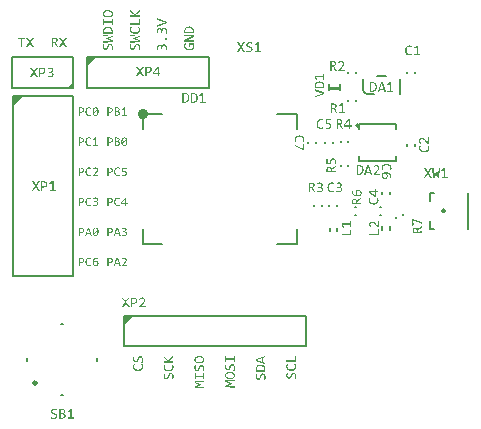
<source format=gto>
G04*
G04 #@! TF.GenerationSoftware,Altium Limited,Altium Designer,21.9.2 (33)*
G04*
G04 Layer_Color=65535*
%FSLAX44Y44*%
%MOMM*%
G71*
G04*
G04 #@! TF.SameCoordinates,1F5C1B73-E678-4566-9102-B3B9492829AA*
G04*
G04*
G04 #@! TF.FilePolarity,Positive*
G04*
G01*
G75*
%ADD10C,0.5000*%
%ADD11C,0.3000*%
%ADD12C,0.2500*%
%ADD13C,0.1500*%
%ADD14C,0.2000*%
G36*
X-24600Y-79000D02*
X-15600Y-79000D01*
X-24600Y-88000D01*
X-24600Y-79000D01*
D02*
G37*
G36*
X26000Y-67000D02*
Y-72000D01*
X21000D01*
X26000Y-67000D01*
D02*
G37*
G36*
X69800Y-272650D02*
Y-265250D01*
X77200D01*
X69800Y-272650D01*
D02*
G37*
G36*
X242988Y-74412D02*
X242988Y-71662D01*
X251988D01*
X251988Y-74412D01*
X242988Y-74412D01*
D02*
G37*
G36*
X38300Y-53400D02*
Y-46000D01*
X45700D01*
X38300Y-53400D01*
D02*
G37*
G36*
X40191Y-216005D02*
X40335Y-216017D01*
X40479Y-216029D01*
X40804Y-216077D01*
X40828D01*
X40876Y-216089D01*
X40960Y-216114D01*
X41068Y-216138D01*
X41188Y-216174D01*
X41320Y-216222D01*
X41621Y-216330D01*
Y-217279D01*
X41609Y-217267D01*
X41549Y-217243D01*
X41476Y-217207D01*
X41368Y-217159D01*
X41248Y-217111D01*
X41116Y-217063D01*
X40816Y-216967D01*
X40792D01*
X40743Y-216943D01*
X40659Y-216931D01*
X40551Y-216907D01*
X40419Y-216882D01*
X40263Y-216870D01*
X40095Y-216846D01*
X39831D01*
X39734Y-216858D01*
X39614Y-216870D01*
X39482Y-216894D01*
X39326Y-216931D01*
X39170Y-216979D01*
X39014Y-217039D01*
X39002Y-217051D01*
X38953Y-217075D01*
X38869Y-217123D01*
X38785Y-217183D01*
X38677Y-217255D01*
X38557Y-217351D01*
X38437Y-217459D01*
X38329Y-217591D01*
X38317Y-217603D01*
X38281Y-217651D01*
X38233Y-217724D01*
X38173Y-217832D01*
X38100Y-217952D01*
X38028Y-218108D01*
X37956Y-218276D01*
X37896Y-218456D01*
Y-218480D01*
X37872Y-218540D01*
X37848Y-218649D01*
X37824Y-218793D01*
X37800Y-218961D01*
X37776Y-219153D01*
X37764Y-219369D01*
X37752Y-219610D01*
Y-219622D01*
Y-219670D01*
Y-219742D01*
X37764Y-219838D01*
Y-219946D01*
X37776Y-220078D01*
X37800Y-220222D01*
X37824Y-220379D01*
X37884Y-220715D01*
X37980Y-221063D01*
X38124Y-221388D01*
X38208Y-221532D01*
X38305Y-221676D01*
X38317Y-221688D01*
X38329Y-221700D01*
X38365Y-221736D01*
X38413Y-221784D01*
X38461Y-221832D01*
X38533Y-221892D01*
X38617Y-221964D01*
X38713Y-222024D01*
X38821Y-222085D01*
X38941Y-222157D01*
X39086Y-222217D01*
X39230Y-222265D01*
X39386Y-222313D01*
X39554Y-222337D01*
X39746Y-222361D01*
X39939Y-222373D01*
X40107D01*
X40215Y-222361D01*
X40347Y-222349D01*
X40491Y-222337D01*
X40804Y-222277D01*
X40828D01*
X40876Y-222253D01*
X40960Y-222229D01*
X41068Y-222193D01*
X41188Y-222157D01*
X41320Y-222109D01*
X41621Y-221977D01*
Y-222890D01*
X41609D01*
X41585Y-222902D01*
X41536Y-222926D01*
X41476Y-222938D01*
X41392Y-222974D01*
X41296Y-222998D01*
X41200Y-223034D01*
X41080Y-223058D01*
X40804Y-223130D01*
X40503Y-223178D01*
X40179Y-223226D01*
X39831Y-223238D01*
X39770D01*
X39686Y-223226D01*
X39578D01*
X39458Y-223214D01*
X39314Y-223190D01*
X39158Y-223166D01*
X38977Y-223130D01*
X38797Y-223082D01*
X38605Y-223022D01*
X38413Y-222950D01*
X38221Y-222866D01*
X38040Y-222757D01*
X37860Y-222637D01*
X37680Y-222505D01*
X37524Y-222349D01*
X37512Y-222337D01*
X37488Y-222301D01*
X37452Y-222253D01*
X37404Y-222181D01*
X37343Y-222085D01*
X37271Y-221977D01*
X37199Y-221832D01*
X37127Y-221676D01*
X37055Y-221508D01*
X36983Y-221304D01*
X36911Y-221087D01*
X36851Y-220859D01*
X36803Y-220595D01*
X36767Y-220319D01*
X36743Y-220018D01*
X36731Y-219706D01*
Y-219694D01*
Y-219670D01*
Y-219622D01*
Y-219562D01*
X36743Y-219490D01*
Y-219393D01*
X36755Y-219189D01*
X36779Y-218961D01*
X36827Y-218697D01*
X36875Y-218432D01*
X36947Y-218168D01*
Y-218156D01*
X36959Y-218132D01*
X36971Y-218096D01*
X36983Y-218048D01*
X37043Y-217928D01*
X37103Y-217759D01*
X37199Y-217579D01*
X37308Y-217387D01*
X37428Y-217183D01*
X37572Y-217003D01*
X37596Y-216979D01*
X37644Y-216919D01*
X37740Y-216834D01*
X37860Y-216726D01*
X38004Y-216606D01*
X38173Y-216486D01*
X38365Y-216366D01*
X38569Y-216258D01*
X38581D01*
X38593Y-216246D01*
X38629Y-216234D01*
X38677Y-216222D01*
X38797Y-216174D01*
X38953Y-216126D01*
X39146Y-216077D01*
X39374Y-216029D01*
X39626Y-216005D01*
X39890Y-215993D01*
X40071D01*
X40191Y-216005D01*
D02*
G37*
G36*
X69806Y-215993D02*
X69926D01*
X70058Y-216017D01*
X70202Y-216042D01*
X70359Y-216077D01*
X70503Y-216126D01*
X70515Y-216138D01*
X70563Y-216150D01*
X70635Y-216186D01*
X70731Y-216234D01*
X70839Y-216294D01*
X70947Y-216354D01*
X71164Y-216534D01*
X71175Y-216546D01*
X71212Y-216582D01*
X71260Y-216642D01*
X71332Y-216714D01*
X71404Y-216810D01*
X71476Y-216919D01*
X71548Y-217039D01*
X71608Y-217183D01*
X71620Y-217195D01*
X71632Y-217255D01*
X71656Y-217327D01*
X71692Y-217435D01*
X71716Y-217567D01*
X71740Y-217712D01*
X71752Y-217868D01*
X71764Y-218048D01*
Y-218060D01*
Y-218120D01*
Y-218192D01*
X71752Y-218300D01*
X71740Y-218408D01*
X71716Y-218540D01*
X71656Y-218805D01*
Y-218817D01*
X71632Y-218865D01*
X71608Y-218937D01*
X71572Y-219021D01*
X71524Y-219129D01*
X71464Y-219249D01*
X71320Y-219502D01*
X71308Y-219514D01*
X71284Y-219562D01*
X71236Y-219622D01*
X71175Y-219718D01*
X71091Y-219826D01*
X70995Y-219946D01*
X70887Y-220078D01*
X70767Y-220210D01*
X70755Y-220222D01*
X70707Y-220271D01*
X70635Y-220343D01*
X70551Y-220439D01*
X70431Y-220559D01*
X70299Y-220691D01*
X70154Y-220847D01*
X69986Y-221003D01*
X68713Y-222253D01*
X72149D01*
Y-223154D01*
X67487D01*
Y-222313D01*
X69301Y-220499D01*
X69325Y-220475D01*
X69373Y-220427D01*
X69458Y-220343D01*
X69566Y-220234D01*
X69686Y-220114D01*
X69806Y-219982D01*
X69926Y-219850D01*
X70034Y-219730D01*
X70046Y-219718D01*
X70082Y-219670D01*
X70130Y-219610D01*
X70190Y-219538D01*
X70262Y-219442D01*
X70335Y-219345D01*
X70467Y-219141D01*
X70479Y-219129D01*
X70491Y-219093D01*
X70527Y-219045D01*
X70563Y-218973D01*
X70635Y-218817D01*
X70683Y-218636D01*
Y-218624D01*
X70695Y-218589D01*
X70707Y-218540D01*
X70719Y-218480D01*
Y-218408D01*
X70731Y-218312D01*
X70743Y-218120D01*
Y-218108D01*
Y-218072D01*
Y-218024D01*
X70731Y-217964D01*
X70719Y-217796D01*
X70671Y-217627D01*
Y-217615D01*
X70659Y-217591D01*
X70647Y-217543D01*
X70623Y-217483D01*
X70551Y-217351D01*
X70455Y-217207D01*
X70443Y-217195D01*
X70431Y-217171D01*
X70395Y-217147D01*
X70359Y-217099D01*
X70226Y-217015D01*
X70070Y-216919D01*
X70058D01*
X70034Y-216907D01*
X69986Y-216882D01*
X69914Y-216858D01*
X69830Y-216846D01*
X69746Y-216822D01*
X69638Y-216810D01*
X69446D01*
X69361Y-216822D01*
X69253Y-216834D01*
X69121Y-216858D01*
X68989Y-216894D01*
X68845Y-216943D01*
X68701Y-217015D01*
X68689Y-217027D01*
X68640Y-217051D01*
X68568Y-217099D01*
X68472Y-217159D01*
X68376Y-217231D01*
X68256Y-217315D01*
X68148Y-217423D01*
X68028Y-217531D01*
X67511Y-216919D01*
X67535Y-216894D01*
X67583Y-216846D01*
X67667Y-216774D01*
X67776Y-216678D01*
X67908Y-216570D01*
X68064Y-216462D01*
X68232Y-216342D01*
X68424Y-216246D01*
X68436D01*
X68448Y-216234D01*
X68520Y-216210D01*
X68629Y-216162D01*
X68773Y-216114D01*
X68953Y-216066D01*
X69157Y-216017D01*
X69385Y-215993D01*
X69638Y-215981D01*
X69722D01*
X69806Y-215993D01*
D02*
G37*
G36*
X66634Y-223154D02*
X65589D01*
X65096Y-221616D01*
X62141D01*
X61648Y-223154D01*
X60651D01*
X62994Y-216089D01*
X64315D01*
X66634Y-223154D01*
D02*
G37*
G36*
X57671Y-216101D02*
X57828Y-216114D01*
X57996Y-216138D01*
X58356Y-216210D01*
X58380D01*
X58440Y-216234D01*
X58524Y-216258D01*
X58645Y-216306D01*
X58777Y-216354D01*
X58909Y-216426D01*
X59053Y-216498D01*
X59197Y-216594D01*
X59209Y-216606D01*
X59257Y-216642D01*
X59330Y-216690D01*
X59414Y-216774D01*
X59510Y-216870D01*
X59606Y-216979D01*
X59702Y-217111D01*
X59786Y-217255D01*
X59798Y-217279D01*
X59822Y-217327D01*
X59858Y-217411D01*
X59894Y-217531D01*
X59930Y-217675D01*
X59966Y-217844D01*
X59990Y-218036D01*
X60002Y-218252D01*
Y-218276D01*
Y-218324D01*
X59990Y-218408D01*
X59978Y-218516D01*
X59966Y-218649D01*
X59930Y-218805D01*
X59894Y-218961D01*
X59834Y-219117D01*
X59822Y-219141D01*
X59810Y-219189D01*
X59762Y-219273D01*
X59714Y-219369D01*
X59642Y-219490D01*
X59558Y-219610D01*
X59450Y-219742D01*
X59330Y-219874D01*
X59317Y-219886D01*
X59269Y-219934D01*
X59197Y-219994D01*
X59101Y-220066D01*
X58969Y-220150D01*
X58825Y-220246D01*
X58657Y-220331D01*
X58464Y-220415D01*
X58440Y-220427D01*
X58368Y-220451D01*
X58260Y-220475D01*
X58104Y-220511D01*
X57924Y-220559D01*
X57708Y-220583D01*
X57455Y-220607D01*
X57191Y-220619D01*
X56326D01*
Y-223154D01*
X55365D01*
Y-216089D01*
X57539D01*
X57671Y-216101D01*
D02*
G37*
G36*
X33307D02*
X33463Y-216114D01*
X33631Y-216138D01*
X33991Y-216210D01*
X34016D01*
X34076Y-216234D01*
X34160Y-216258D01*
X34280Y-216306D01*
X34412Y-216354D01*
X34544Y-216426D01*
X34688Y-216498D01*
X34832Y-216594D01*
X34845Y-216606D01*
X34893Y-216642D01*
X34965Y-216690D01*
X35049Y-216774D01*
X35145Y-216870D01*
X35241Y-216979D01*
X35337Y-217111D01*
X35421Y-217255D01*
X35433Y-217279D01*
X35457Y-217327D01*
X35493Y-217411D01*
X35529Y-217531D01*
X35565Y-217675D01*
X35601Y-217844D01*
X35626Y-218036D01*
X35638Y-218252D01*
Y-218276D01*
Y-218324D01*
X35626Y-218408D01*
X35614Y-218516D01*
X35601Y-218649D01*
X35565Y-218805D01*
X35529Y-218961D01*
X35469Y-219117D01*
X35457Y-219141D01*
X35445Y-219189D01*
X35397Y-219273D01*
X35349Y-219369D01*
X35277Y-219490D01*
X35193Y-219610D01*
X35085Y-219742D01*
X34965Y-219874D01*
X34953Y-219886D01*
X34905Y-219934D01*
X34832Y-219994D01*
X34736Y-220066D01*
X34604Y-220150D01*
X34460Y-220246D01*
X34292Y-220331D01*
X34100Y-220415D01*
X34076Y-220427D01*
X34004Y-220451D01*
X33895Y-220475D01*
X33739Y-220511D01*
X33559Y-220559D01*
X33343Y-220583D01*
X33091Y-220607D01*
X32826Y-220619D01*
X31961D01*
Y-223154D01*
X31000D01*
Y-216089D01*
X33175D01*
X33307Y-216101D01*
D02*
G37*
G36*
X47315Y-216907D02*
X46438D01*
X46330Y-216919D01*
X46174Y-216931D01*
X46006Y-216943D01*
X45826Y-216967D01*
X45633Y-217015D01*
X45453Y-217063D01*
X45429Y-217075D01*
X45381Y-217087D01*
X45285Y-217123D01*
X45177Y-217171D01*
X45057Y-217231D01*
X44925Y-217315D01*
X44792Y-217399D01*
X44672Y-217495D01*
X44660Y-217507D01*
X44624Y-217543D01*
X44564Y-217603D01*
X44492Y-217687D01*
X44420Y-217784D01*
X44336Y-217892D01*
X44264Y-218024D01*
X44192Y-218168D01*
X44180Y-218180D01*
X44168Y-218240D01*
X44131Y-218312D01*
X44107Y-218420D01*
X44059Y-218552D01*
X44035Y-218697D01*
X43999Y-218853D01*
X43975Y-219033D01*
X43963Y-219249D01*
X43975Y-219237D01*
X44023Y-219213D01*
X44096Y-219177D01*
X44192Y-219141D01*
X44300Y-219093D01*
X44432Y-219033D01*
X44588Y-218985D01*
X44744Y-218937D01*
X44768Y-218925D01*
X44828Y-218913D01*
X44913Y-218889D01*
X45033Y-218865D01*
X45177Y-218841D01*
X45345Y-218829D01*
X45525Y-218805D01*
X45802D01*
X45910Y-218817D01*
X46030Y-218829D01*
X46174Y-218841D01*
X46330Y-218877D01*
X46486Y-218913D01*
X46642Y-218973D01*
X46666Y-218985D01*
X46715Y-218997D01*
X46787Y-219033D01*
X46883Y-219081D01*
X46991Y-219141D01*
X47099Y-219225D01*
X47207Y-219309D01*
X47315Y-219405D01*
X47327Y-219417D01*
X47363Y-219454D01*
X47411Y-219514D01*
X47471Y-219598D01*
X47532Y-219694D01*
X47604Y-219802D01*
X47664Y-219934D01*
X47724Y-220078D01*
X47736Y-220090D01*
X47748Y-220150D01*
X47772Y-220222D01*
X47796Y-220331D01*
X47820Y-220451D01*
X47844Y-220595D01*
X47868Y-220751D01*
Y-220919D01*
Y-220943D01*
Y-221003D01*
X47856Y-221099D01*
X47844Y-221220D01*
X47820Y-221364D01*
X47796Y-221520D01*
X47748Y-221676D01*
X47688Y-221844D01*
X47676Y-221868D01*
X47652Y-221916D01*
X47616Y-221989D01*
X47556Y-222097D01*
X47484Y-222205D01*
X47399Y-222325D01*
X47303Y-222457D01*
X47183Y-222577D01*
X47171Y-222589D01*
X47123Y-222625D01*
X47051Y-222685D01*
X46967Y-222757D01*
X46847Y-222829D01*
X46715Y-222914D01*
X46570Y-222998D01*
X46402Y-223070D01*
X46378Y-223082D01*
X46318Y-223094D01*
X46234Y-223130D01*
X46102Y-223154D01*
X45958Y-223190D01*
X45789Y-223226D01*
X45597Y-223238D01*
X45393Y-223250D01*
X45297D01*
X45189Y-223238D01*
X45045Y-223226D01*
X44876Y-223202D01*
X44708Y-223178D01*
X44528Y-223130D01*
X44348Y-223070D01*
X44324Y-223058D01*
X44276Y-223034D01*
X44192Y-222986D01*
X44083Y-222926D01*
X43975Y-222841D01*
X43843Y-222745D01*
X43723Y-222625D01*
X43603Y-222493D01*
X43591Y-222469D01*
X43555Y-222421D01*
X43495Y-222337D01*
X43435Y-222229D01*
X43363Y-222085D01*
X43278Y-221916D01*
X43206Y-221736D01*
X43146Y-221520D01*
Y-221508D01*
X43134Y-221496D01*
Y-221460D01*
X43122Y-221412D01*
X43098Y-221292D01*
X43074Y-221124D01*
X43038Y-220919D01*
X43014Y-220679D01*
X43002Y-220415D01*
X42990Y-220126D01*
Y-220114D01*
Y-220102D01*
Y-220030D01*
Y-219934D01*
X43002Y-219790D01*
Y-219634D01*
X43014Y-219454D01*
X43050Y-219081D01*
Y-219057D01*
X43062Y-218997D01*
X43086Y-218901D01*
X43110Y-218769D01*
X43134Y-218624D01*
X43182Y-218468D01*
X43278Y-218132D01*
X43291Y-218108D01*
X43315Y-218060D01*
X43351Y-217964D01*
X43399Y-217856D01*
X43459Y-217724D01*
X43531Y-217591D01*
X43711Y-217303D01*
X43723Y-217291D01*
X43759Y-217243D01*
X43819Y-217171D01*
X43903Y-217087D01*
X43999Y-216979D01*
X44107Y-216882D01*
X44240Y-216774D01*
X44384Y-216666D01*
X44408Y-216654D01*
X44456Y-216618D01*
X44540Y-216570D01*
X44660Y-216510D01*
X44792Y-216438D01*
X44960Y-216366D01*
X45141Y-216306D01*
X45333Y-216246D01*
X45345D01*
X45357Y-216234D01*
X45429Y-216222D01*
X45549Y-216198D01*
X45705Y-216162D01*
X45886Y-216138D01*
X46102Y-216114D01*
X46342Y-216101D01*
X46606Y-216089D01*
X47315D01*
Y-216907D01*
D02*
G37*
G36*
X69590Y-190543D02*
X69722D01*
X69878Y-190567D01*
X70034Y-190592D01*
X70202Y-190616D01*
X70370Y-190664D01*
X70395D01*
X70443Y-190688D01*
X70527Y-190712D01*
X70623Y-190748D01*
X70743Y-190796D01*
X70863Y-190856D01*
X70983Y-190928D01*
X71091Y-191012D01*
X71103Y-191024D01*
X71139Y-191048D01*
X71188Y-191096D01*
X71260Y-191168D01*
X71320Y-191252D01*
X71392Y-191336D01*
X71464Y-191444D01*
X71524Y-191565D01*
X71536Y-191577D01*
X71548Y-191625D01*
X71572Y-191685D01*
X71608Y-191781D01*
X71632Y-191889D01*
X71656Y-192009D01*
X71668Y-192153D01*
X71680Y-192297D01*
Y-192309D01*
Y-192321D01*
Y-192394D01*
X71668Y-192514D01*
X71644Y-192646D01*
X71608Y-192814D01*
X71548Y-192982D01*
X71476Y-193151D01*
X71368Y-193319D01*
X71356Y-193331D01*
X71308Y-193391D01*
X71236Y-193463D01*
X71139Y-193547D01*
X71019Y-193655D01*
X70875Y-193763D01*
X70695Y-193871D01*
X70503Y-193967D01*
X70515D01*
X70551Y-193979D01*
X70599Y-193992D01*
X70671Y-194004D01*
X70755Y-194028D01*
X70851Y-194064D01*
X71043Y-194148D01*
X71055D01*
X71091Y-194172D01*
X71139Y-194196D01*
X71212Y-194232D01*
X71368Y-194340D01*
X71524Y-194472D01*
X71536Y-194484D01*
X71560Y-194508D01*
X71596Y-194556D01*
X71644Y-194604D01*
X71704Y-194676D01*
X71764Y-194760D01*
X71872Y-194953D01*
X71884Y-194965D01*
X71896Y-195001D01*
X71920Y-195061D01*
X71944Y-195133D01*
X71968Y-195229D01*
X71993Y-195325D01*
X72017Y-195445D01*
Y-195565D01*
Y-195589D01*
Y-195650D01*
X72004Y-195734D01*
X71993Y-195854D01*
X71968Y-195986D01*
X71932Y-196130D01*
X71884Y-196286D01*
X71824Y-196442D01*
X71812Y-196454D01*
X71788Y-196514D01*
X71740Y-196587D01*
X71680Y-196683D01*
X71596Y-196791D01*
X71500Y-196911D01*
X71380Y-197031D01*
X71248Y-197151D01*
X71236Y-197163D01*
X71175Y-197199D01*
X71103Y-197259D01*
X70995Y-197319D01*
X70851Y-197404D01*
X70695Y-197476D01*
X70503Y-197560D01*
X70299Y-197632D01*
X70286D01*
X70274Y-197644D01*
X70238D01*
X70202Y-197656D01*
X70082Y-197680D01*
X69914Y-197716D01*
X69722Y-197752D01*
X69493Y-197776D01*
X69241Y-197788D01*
X68965Y-197800D01*
X68713D01*
X68592Y-197788D01*
X68472D01*
X68208Y-197764D01*
X68148D01*
X68088Y-197752D01*
X68004D01*
X67908Y-197740D01*
X67800Y-197728D01*
X67583Y-197704D01*
Y-196863D01*
X67595D01*
X67643Y-196875D01*
X67703Y-196887D01*
X67787Y-196899D01*
X67896Y-196911D01*
X68016Y-196923D01*
X68280Y-196959D01*
X68352D01*
X68424Y-196971D01*
X68640D01*
X68773Y-196983D01*
X69241D01*
X69361Y-196971D01*
X69506Y-196959D01*
X69650Y-196947D01*
X69806Y-196923D01*
X69950Y-196899D01*
X69962D01*
X70010Y-196875D01*
X70082Y-196863D01*
X70166Y-196827D01*
X70370Y-196743D01*
X70467Y-196683D01*
X70563Y-196623D01*
X70575Y-196611D01*
X70599Y-196587D01*
X70647Y-196551D01*
X70695Y-196502D01*
X70815Y-196358D01*
X70863Y-196286D01*
X70911Y-196190D01*
Y-196178D01*
X70935Y-196142D01*
X70947Y-196094D01*
X70971Y-196022D01*
X70995Y-195938D01*
X71007Y-195842D01*
X71031Y-195613D01*
Y-195601D01*
Y-195565D01*
X71019Y-195505D01*
Y-195445D01*
X70971Y-195277D01*
X70947Y-195193D01*
X70899Y-195109D01*
Y-195097D01*
X70875Y-195073D01*
X70839Y-195037D01*
X70803Y-194977D01*
X70683Y-194869D01*
X70527Y-194748D01*
X70515Y-194736D01*
X70491Y-194724D01*
X70443Y-194700D01*
X70370Y-194664D01*
X70286Y-194628D01*
X70190Y-194592D01*
X70082Y-194556D01*
X69962Y-194532D01*
X69950D01*
X69902Y-194520D01*
X69842Y-194508D01*
X69758Y-194484D01*
X69650Y-194472D01*
X69530Y-194460D01*
X69253Y-194448D01*
X68448D01*
Y-193679D01*
X69385D01*
X69458Y-193667D01*
X69554Y-193655D01*
X69650Y-193643D01*
X69854Y-193595D01*
X69866D01*
X69902Y-193583D01*
X69950Y-193559D01*
X70010Y-193535D01*
X70154Y-193463D01*
X70299Y-193355D01*
X70311Y-193343D01*
X70335Y-193331D01*
X70370Y-193295D01*
X70407Y-193247D01*
X70503Y-193127D01*
X70587Y-192970D01*
Y-192958D01*
X70599Y-192934D01*
X70623Y-192886D01*
X70647Y-192814D01*
X70659Y-192742D01*
X70683Y-192646D01*
X70695Y-192442D01*
Y-192430D01*
Y-192418D01*
Y-192346D01*
X70683Y-192250D01*
X70647Y-192129D01*
X70611Y-191985D01*
X70551Y-191853D01*
X70467Y-191721D01*
X70346Y-191613D01*
X70335Y-191601D01*
X70286Y-191577D01*
X70202Y-191529D01*
X70094Y-191481D01*
X69950Y-191432D01*
X69770Y-191384D01*
X69566Y-191360D01*
X69325Y-191348D01*
X69193D01*
X69097Y-191360D01*
X68989D01*
X68857Y-191372D01*
X68580Y-191420D01*
X68568D01*
X68520Y-191432D01*
X68436Y-191444D01*
X68340Y-191469D01*
X68220Y-191505D01*
X68088Y-191541D01*
X67932Y-191577D01*
X67776Y-191625D01*
Y-190808D01*
X67787D01*
X67811Y-190796D01*
X67848Y-190784D01*
X67896Y-190772D01*
X68016Y-190736D01*
X68160Y-190700D01*
X68172D01*
X68196Y-190688D01*
X68244D01*
X68292Y-190676D01*
X68424Y-190639D01*
X68580Y-190616D01*
X68592D01*
X68616Y-190604D01*
X68653D01*
X68713Y-190592D01*
X68845Y-190579D01*
X68989Y-190555D01*
X69025D01*
X69073Y-190543D01*
X69121D01*
X69253Y-190531D01*
X69482D01*
X69590Y-190543D01*
D02*
G37*
G36*
X66634Y-197704D02*
X65589D01*
X65096Y-196166D01*
X62141D01*
X61648Y-197704D01*
X60651D01*
X62994Y-190639D01*
X64315D01*
X66634Y-197704D01*
D02*
G37*
G36*
X57671Y-190652D02*
X57828Y-190664D01*
X57996Y-190688D01*
X58356Y-190760D01*
X58380D01*
X58440Y-190784D01*
X58524Y-190808D01*
X58645Y-190856D01*
X58777Y-190904D01*
X58909Y-190976D01*
X59053Y-191048D01*
X59197Y-191144D01*
X59209Y-191156D01*
X59257Y-191192D01*
X59330Y-191240D01*
X59414Y-191324D01*
X59510Y-191420D01*
X59606Y-191529D01*
X59702Y-191661D01*
X59786Y-191805D01*
X59798Y-191829D01*
X59822Y-191877D01*
X59858Y-191961D01*
X59894Y-192081D01*
X59930Y-192225D01*
X59966Y-192394D01*
X59990Y-192586D01*
X60002Y-192802D01*
Y-192826D01*
Y-192874D01*
X59990Y-192958D01*
X59978Y-193066D01*
X59966Y-193199D01*
X59930Y-193355D01*
X59894Y-193511D01*
X59834Y-193667D01*
X59822Y-193691D01*
X59810Y-193739D01*
X59762Y-193823D01*
X59714Y-193919D01*
X59642Y-194040D01*
X59558Y-194160D01*
X59450Y-194292D01*
X59330Y-194424D01*
X59317Y-194436D01*
X59269Y-194484D01*
X59197Y-194544D01*
X59101Y-194616D01*
X58969Y-194700D01*
X58825Y-194797D01*
X58657Y-194881D01*
X58464Y-194965D01*
X58440Y-194977D01*
X58368Y-195001D01*
X58260Y-195025D01*
X58104Y-195061D01*
X57924Y-195109D01*
X57708Y-195133D01*
X57455Y-195157D01*
X57191Y-195169D01*
X56326D01*
Y-197704D01*
X55365D01*
Y-190639D01*
X57539D01*
X57671Y-190652D01*
D02*
G37*
G36*
X42269Y-197704D02*
X41224D01*
X40732Y-196166D01*
X37776D01*
X37283Y-197704D01*
X36286D01*
X38629Y-190639D01*
X39951D01*
X42269Y-197704D01*
D02*
G37*
G36*
X33307Y-190652D02*
X33463Y-190664D01*
X33631Y-190688D01*
X33991Y-190760D01*
X34016D01*
X34076Y-190784D01*
X34160Y-190808D01*
X34280Y-190856D01*
X34412Y-190904D01*
X34544Y-190976D01*
X34688Y-191048D01*
X34832Y-191144D01*
X34845Y-191156D01*
X34893Y-191192D01*
X34965Y-191240D01*
X35049Y-191324D01*
X35145Y-191420D01*
X35241Y-191529D01*
X35337Y-191661D01*
X35421Y-191805D01*
X35433Y-191829D01*
X35457Y-191877D01*
X35493Y-191961D01*
X35529Y-192081D01*
X35565Y-192225D01*
X35601Y-192394D01*
X35626Y-192586D01*
X35638Y-192802D01*
Y-192826D01*
Y-192874D01*
X35626Y-192958D01*
X35614Y-193066D01*
X35601Y-193199D01*
X35565Y-193355D01*
X35529Y-193511D01*
X35469Y-193667D01*
X35457Y-193691D01*
X35445Y-193739D01*
X35397Y-193823D01*
X35349Y-193919D01*
X35277Y-194040D01*
X35193Y-194160D01*
X35085Y-194292D01*
X34965Y-194424D01*
X34953Y-194436D01*
X34905Y-194484D01*
X34832Y-194544D01*
X34736Y-194616D01*
X34604Y-194700D01*
X34460Y-194797D01*
X34292Y-194881D01*
X34100Y-194965D01*
X34076Y-194977D01*
X34004Y-195001D01*
X33895Y-195025D01*
X33739Y-195061D01*
X33559Y-195109D01*
X33343Y-195133D01*
X33091Y-195157D01*
X32826Y-195169D01*
X31961D01*
Y-197704D01*
X31000D01*
Y-190639D01*
X33175D01*
X33307Y-190652D01*
D02*
G37*
G36*
X45633Y-190543D02*
X45766Y-190555D01*
X45922Y-190579D01*
X46102Y-190627D01*
X46270Y-190676D01*
X46450Y-190748D01*
X46474Y-190760D01*
X46534Y-190784D01*
X46618Y-190844D01*
X46727Y-190916D01*
X46847Y-191000D01*
X46979Y-191120D01*
X47111Y-191252D01*
X47243Y-191409D01*
X47255Y-191432D01*
X47303Y-191493D01*
X47363Y-191589D01*
X47435Y-191721D01*
X47519Y-191877D01*
X47604Y-192081D01*
X47688Y-192297D01*
X47760Y-192550D01*
Y-192562D01*
X47772Y-192586D01*
Y-192622D01*
X47784Y-192670D01*
X47808Y-192742D01*
X47820Y-192814D01*
X47832Y-192910D01*
X47856Y-193006D01*
X47880Y-193247D01*
X47916Y-193523D01*
X47928Y-193835D01*
X47940Y-194172D01*
Y-194184D01*
Y-194208D01*
Y-194256D01*
Y-194304D01*
Y-194376D01*
X47928Y-194460D01*
X47916Y-194664D01*
X47904Y-194893D01*
X47868Y-195145D01*
X47832Y-195409D01*
X47772Y-195662D01*
Y-195674D01*
X47760Y-195686D01*
Y-195722D01*
X47748Y-195770D01*
X47700Y-195890D01*
X47652Y-196046D01*
X47580Y-196226D01*
X47495Y-196418D01*
X47399Y-196611D01*
X47279Y-196803D01*
X47267Y-196827D01*
X47219Y-196887D01*
X47147Y-196971D01*
X47051Y-197079D01*
X46943Y-197199D01*
X46799Y-197319D01*
X46642Y-197440D01*
X46462Y-197548D01*
X46438Y-197560D01*
X46378Y-197584D01*
X46270Y-197632D01*
X46138Y-197668D01*
X45970Y-197716D01*
X45778Y-197764D01*
X45561Y-197788D01*
X45321Y-197800D01*
X45225D01*
X45117Y-197788D01*
X44973Y-197776D01*
X44816Y-197752D01*
X44636Y-197716D01*
X44456Y-197668D01*
X44276Y-197596D01*
X44252Y-197584D01*
X44204Y-197560D01*
X44120Y-197500D01*
X44011Y-197428D01*
X43879Y-197344D01*
X43747Y-197223D01*
X43615Y-197091D01*
X43483Y-196935D01*
X43471Y-196911D01*
X43435Y-196851D01*
X43375Y-196755D01*
X43303Y-196623D01*
X43218Y-196466D01*
X43134Y-196274D01*
X43050Y-196046D01*
X42978Y-195806D01*
Y-195794D01*
X42966Y-195770D01*
Y-195734D01*
X42954Y-195686D01*
X42942Y-195613D01*
X42930Y-195541D01*
X42906Y-195445D01*
X42894Y-195349D01*
X42858Y-195109D01*
X42834Y-194832D01*
X42822Y-194508D01*
X42810Y-194172D01*
Y-194160D01*
Y-194136D01*
Y-194088D01*
Y-194040D01*
Y-193967D01*
X42822Y-193883D01*
X42834Y-193679D01*
X42846Y-193451D01*
X42882Y-193211D01*
X42918Y-192946D01*
X42966Y-192694D01*
Y-192682D01*
X42978Y-192658D01*
X42990Y-192634D01*
X43002Y-192586D01*
X43038Y-192454D01*
X43086Y-192297D01*
X43158Y-192117D01*
X43243Y-191925D01*
X43351Y-191733D01*
X43459Y-191541D01*
X43471Y-191517D01*
X43519Y-191457D01*
X43591Y-191372D01*
X43687Y-191264D01*
X43795Y-191144D01*
X43939Y-191024D01*
X44096Y-190904D01*
X44276Y-190796D01*
X44300Y-190784D01*
X44360Y-190760D01*
X44468Y-190712D01*
X44600Y-190664D01*
X44768Y-190616D01*
X44973Y-190567D01*
X45189Y-190543D01*
X45429Y-190531D01*
X45525D01*
X45633Y-190543D01*
D02*
G37*
G36*
X64556Y-165105D02*
X64700Y-165117D01*
X64844Y-165130D01*
X65168Y-165177D01*
X65192D01*
X65241Y-165190D01*
X65325Y-165214D01*
X65433Y-165238D01*
X65553Y-165274D01*
X65685Y-165322D01*
X65985Y-165430D01*
Y-166379D01*
X65973Y-166367D01*
X65913Y-166343D01*
X65841Y-166307D01*
X65733Y-166259D01*
X65613Y-166211D01*
X65481Y-166163D01*
X65180Y-166067D01*
X65156D01*
X65108Y-166043D01*
X65024Y-166031D01*
X64916Y-166007D01*
X64784Y-165982D01*
X64628Y-165970D01*
X64460Y-165947D01*
X64195D01*
X64099Y-165958D01*
X63979Y-165970D01*
X63847Y-165994D01*
X63691Y-166031D01*
X63534Y-166079D01*
X63378Y-166139D01*
X63366Y-166151D01*
X63318Y-166175D01*
X63234Y-166223D01*
X63150Y-166283D01*
X63042Y-166355D01*
X62922Y-166451D01*
X62802Y-166559D01*
X62694Y-166691D01*
X62681Y-166703D01*
X62645Y-166751D01*
X62597Y-166824D01*
X62537Y-166932D01*
X62465Y-167052D01*
X62393Y-167208D01*
X62321Y-167376D01*
X62261Y-167556D01*
Y-167580D01*
X62237Y-167640D01*
X62213Y-167749D01*
X62189Y-167893D01*
X62165Y-168061D01*
X62141Y-168253D01*
X62129Y-168469D01*
X62117Y-168710D01*
Y-168722D01*
Y-168770D01*
Y-168842D01*
X62129Y-168938D01*
Y-169046D01*
X62141Y-169178D01*
X62165Y-169322D01*
X62189Y-169479D01*
X62249Y-169815D01*
X62345Y-170163D01*
X62489Y-170488D01*
X62573Y-170632D01*
X62669Y-170776D01*
X62681Y-170788D01*
X62694Y-170800D01*
X62730Y-170836D01*
X62778Y-170884D01*
X62826Y-170932D01*
X62898Y-170992D01*
X62982Y-171064D01*
X63078Y-171125D01*
X63186Y-171185D01*
X63306Y-171257D01*
X63450Y-171317D01*
X63594Y-171365D01*
X63751Y-171413D01*
X63919Y-171437D01*
X64111Y-171461D01*
X64303Y-171473D01*
X64472D01*
X64580Y-171461D01*
X64712Y-171449D01*
X64856Y-171437D01*
X65168Y-171377D01*
X65192D01*
X65241Y-171353D01*
X65325Y-171329D01*
X65433Y-171293D01*
X65553Y-171257D01*
X65685Y-171209D01*
X65985Y-171077D01*
Y-171990D01*
X65973D01*
X65949Y-172002D01*
X65901Y-172026D01*
X65841Y-172038D01*
X65757Y-172074D01*
X65661Y-172098D01*
X65565Y-172134D01*
X65445Y-172158D01*
X65168Y-172230D01*
X64868Y-172278D01*
X64544Y-172326D01*
X64195Y-172338D01*
X64135D01*
X64051Y-172326D01*
X63943D01*
X63823Y-172314D01*
X63679Y-172290D01*
X63523Y-172266D01*
X63342Y-172230D01*
X63162Y-172182D01*
X62970Y-172122D01*
X62778Y-172050D01*
X62585Y-171966D01*
X62405Y-171857D01*
X62225Y-171737D01*
X62045Y-171605D01*
X61888Y-171449D01*
X61877Y-171437D01*
X61852Y-171401D01*
X61816Y-171353D01*
X61768Y-171281D01*
X61708Y-171185D01*
X61636Y-171077D01*
X61564Y-170932D01*
X61492Y-170776D01*
X61420Y-170608D01*
X61348Y-170404D01*
X61276Y-170187D01*
X61216Y-169959D01*
X61168Y-169695D01*
X61132Y-169419D01*
X61108Y-169118D01*
X61096Y-168806D01*
Y-168794D01*
Y-168770D01*
Y-168722D01*
Y-168662D01*
X61108Y-168590D01*
Y-168493D01*
X61120Y-168289D01*
X61144Y-168061D01*
X61192Y-167797D01*
X61240Y-167532D01*
X61312Y-167268D01*
Y-167256D01*
X61324Y-167232D01*
X61336Y-167196D01*
X61348Y-167148D01*
X61408Y-167028D01*
X61468Y-166859D01*
X61564Y-166679D01*
X61672Y-166487D01*
X61792Y-166283D01*
X61937Y-166103D01*
X61961Y-166079D01*
X62009Y-166019D01*
X62105Y-165934D01*
X62225Y-165826D01*
X62369Y-165706D01*
X62537Y-165586D01*
X62730Y-165466D01*
X62934Y-165358D01*
X62946D01*
X62958Y-165346D01*
X62994Y-165334D01*
X63042Y-165322D01*
X63162Y-165274D01*
X63318Y-165226D01*
X63510Y-165177D01*
X63739Y-165130D01*
X63991Y-165105D01*
X64255Y-165093D01*
X64436D01*
X64556Y-165105D01*
D02*
G37*
G36*
X40191D02*
X40335Y-165117D01*
X40479Y-165130D01*
X40804Y-165177D01*
X40828D01*
X40876Y-165190D01*
X40960Y-165214D01*
X41068Y-165238D01*
X41188Y-165274D01*
X41320Y-165322D01*
X41621Y-165430D01*
Y-166379D01*
X41609Y-166367D01*
X41549Y-166343D01*
X41476Y-166307D01*
X41368Y-166259D01*
X41248Y-166211D01*
X41116Y-166163D01*
X40816Y-166067D01*
X40792D01*
X40743Y-166043D01*
X40659Y-166031D01*
X40551Y-166007D01*
X40419Y-165982D01*
X40263Y-165970D01*
X40095Y-165947D01*
X39831D01*
X39734Y-165958D01*
X39614Y-165970D01*
X39482Y-165994D01*
X39326Y-166031D01*
X39170Y-166079D01*
X39014Y-166139D01*
X39002Y-166151D01*
X38953Y-166175D01*
X38869Y-166223D01*
X38785Y-166283D01*
X38677Y-166355D01*
X38557Y-166451D01*
X38437Y-166559D01*
X38329Y-166691D01*
X38317Y-166703D01*
X38281Y-166751D01*
X38233Y-166824D01*
X38173Y-166932D01*
X38100Y-167052D01*
X38028Y-167208D01*
X37956Y-167376D01*
X37896Y-167556D01*
Y-167580D01*
X37872Y-167640D01*
X37848Y-167749D01*
X37824Y-167893D01*
X37800Y-168061D01*
X37776Y-168253D01*
X37764Y-168469D01*
X37752Y-168710D01*
Y-168722D01*
Y-168770D01*
Y-168842D01*
X37764Y-168938D01*
Y-169046D01*
X37776Y-169178D01*
X37800Y-169322D01*
X37824Y-169479D01*
X37884Y-169815D01*
X37980Y-170163D01*
X38124Y-170488D01*
X38208Y-170632D01*
X38305Y-170776D01*
X38317Y-170788D01*
X38329Y-170800D01*
X38365Y-170836D01*
X38413Y-170884D01*
X38461Y-170932D01*
X38533Y-170992D01*
X38617Y-171064D01*
X38713Y-171125D01*
X38821Y-171185D01*
X38941Y-171257D01*
X39086Y-171317D01*
X39230Y-171365D01*
X39386Y-171413D01*
X39554Y-171437D01*
X39746Y-171461D01*
X39939Y-171473D01*
X40107D01*
X40215Y-171461D01*
X40347Y-171449D01*
X40491Y-171437D01*
X40804Y-171377D01*
X40828D01*
X40876Y-171353D01*
X40960Y-171329D01*
X41068Y-171293D01*
X41188Y-171257D01*
X41320Y-171209D01*
X41621Y-171077D01*
Y-171990D01*
X41609D01*
X41585Y-172002D01*
X41536Y-172026D01*
X41476Y-172038D01*
X41392Y-172074D01*
X41296Y-172098D01*
X41200Y-172134D01*
X41080Y-172158D01*
X40804Y-172230D01*
X40503Y-172278D01*
X40179Y-172326D01*
X39831Y-172338D01*
X39770D01*
X39686Y-172326D01*
X39578D01*
X39458Y-172314D01*
X39314Y-172290D01*
X39158Y-172266D01*
X38977Y-172230D01*
X38797Y-172182D01*
X38605Y-172122D01*
X38413Y-172050D01*
X38221Y-171966D01*
X38040Y-171857D01*
X37860Y-171737D01*
X37680Y-171605D01*
X37524Y-171449D01*
X37512Y-171437D01*
X37488Y-171401D01*
X37452Y-171353D01*
X37404Y-171281D01*
X37343Y-171185D01*
X37271Y-171077D01*
X37199Y-170932D01*
X37127Y-170776D01*
X37055Y-170608D01*
X36983Y-170404D01*
X36911Y-170187D01*
X36851Y-169959D01*
X36803Y-169695D01*
X36767Y-169419D01*
X36743Y-169118D01*
X36731Y-168806D01*
Y-168794D01*
Y-168770D01*
Y-168722D01*
Y-168662D01*
X36743Y-168590D01*
Y-168493D01*
X36755Y-168289D01*
X36779Y-168061D01*
X36827Y-167797D01*
X36875Y-167532D01*
X36947Y-167268D01*
Y-167256D01*
X36959Y-167232D01*
X36971Y-167196D01*
X36983Y-167148D01*
X37043Y-167028D01*
X37103Y-166859D01*
X37199Y-166679D01*
X37308Y-166487D01*
X37428Y-166283D01*
X37572Y-166103D01*
X37596Y-166079D01*
X37644Y-166019D01*
X37740Y-165934D01*
X37860Y-165826D01*
X38004Y-165706D01*
X38173Y-165586D01*
X38365Y-165466D01*
X38569Y-165358D01*
X38581D01*
X38593Y-165346D01*
X38629Y-165334D01*
X38677Y-165322D01*
X38797Y-165274D01*
X38953Y-165226D01*
X39146Y-165177D01*
X39374Y-165130D01*
X39626Y-165105D01*
X39890Y-165093D01*
X40071D01*
X40191Y-165105D01*
D02*
G37*
G36*
X45225Y-165093D02*
X45357D01*
X45513Y-165117D01*
X45669Y-165142D01*
X45838Y-165166D01*
X46006Y-165214D01*
X46030D01*
X46078Y-165238D01*
X46162Y-165262D01*
X46258Y-165298D01*
X46378Y-165346D01*
X46498Y-165406D01*
X46618Y-165478D01*
X46727Y-165562D01*
X46739Y-165574D01*
X46775Y-165598D01*
X46823Y-165646D01*
X46895Y-165718D01*
X46955Y-165802D01*
X47027Y-165886D01*
X47099Y-165994D01*
X47159Y-166115D01*
X47171Y-166127D01*
X47183Y-166175D01*
X47207Y-166235D01*
X47243Y-166331D01*
X47267Y-166439D01*
X47291Y-166559D01*
X47303Y-166703D01*
X47315Y-166847D01*
Y-166859D01*
Y-166871D01*
Y-166944D01*
X47303Y-167064D01*
X47279Y-167196D01*
X47243Y-167364D01*
X47183Y-167532D01*
X47111Y-167701D01*
X47003Y-167869D01*
X46991Y-167881D01*
X46943Y-167941D01*
X46871Y-168013D01*
X46775Y-168097D01*
X46655Y-168205D01*
X46510Y-168313D01*
X46330Y-168421D01*
X46138Y-168517D01*
X46150D01*
X46186Y-168529D01*
X46234Y-168542D01*
X46306Y-168554D01*
X46390Y-168578D01*
X46486Y-168614D01*
X46679Y-168698D01*
X46691D01*
X46727Y-168722D01*
X46775Y-168746D01*
X46847Y-168782D01*
X47003Y-168890D01*
X47159Y-169022D01*
X47171Y-169034D01*
X47195Y-169058D01*
X47231Y-169106D01*
X47279Y-169154D01*
X47339Y-169226D01*
X47399Y-169310D01*
X47508Y-169503D01*
X47519Y-169515D01*
X47532Y-169551D01*
X47556Y-169611D01*
X47580Y-169683D01*
X47604Y-169779D01*
X47628Y-169875D01*
X47652Y-169995D01*
Y-170115D01*
Y-170139D01*
Y-170200D01*
X47640Y-170284D01*
X47628Y-170404D01*
X47604Y-170536D01*
X47568Y-170680D01*
X47519Y-170836D01*
X47460Y-170992D01*
X47448Y-171004D01*
X47423Y-171064D01*
X47375Y-171137D01*
X47315Y-171233D01*
X47231Y-171341D01*
X47135Y-171461D01*
X47015Y-171581D01*
X46883Y-171701D01*
X46871Y-171713D01*
X46811Y-171749D01*
X46739Y-171809D01*
X46631Y-171870D01*
X46486Y-171954D01*
X46330Y-172026D01*
X46138Y-172110D01*
X45934Y-172182D01*
X45922D01*
X45910Y-172194D01*
X45874D01*
X45838Y-172206D01*
X45717Y-172230D01*
X45549Y-172266D01*
X45357Y-172302D01*
X45129Y-172326D01*
X44876Y-172338D01*
X44600Y-172350D01*
X44348D01*
X44228Y-172338D01*
X44107D01*
X43843Y-172314D01*
X43783D01*
X43723Y-172302D01*
X43639D01*
X43543Y-172290D01*
X43435Y-172278D01*
X43218Y-172254D01*
Y-171413D01*
X43231D01*
X43278Y-171425D01*
X43339Y-171437D01*
X43423Y-171449D01*
X43531Y-171461D01*
X43651Y-171473D01*
X43915Y-171509D01*
X43987D01*
X44059Y-171521D01*
X44276D01*
X44408Y-171533D01*
X44876D01*
X44997Y-171521D01*
X45141Y-171509D01*
X45285Y-171497D01*
X45441Y-171473D01*
X45585Y-171449D01*
X45597D01*
X45645Y-171425D01*
X45717Y-171413D01*
X45802Y-171377D01*
X46006Y-171293D01*
X46102Y-171233D01*
X46198Y-171173D01*
X46210Y-171161D01*
X46234Y-171137D01*
X46282Y-171101D01*
X46330Y-171052D01*
X46450Y-170908D01*
X46498Y-170836D01*
X46546Y-170740D01*
Y-170728D01*
X46570Y-170692D01*
X46582Y-170644D01*
X46606Y-170572D01*
X46631Y-170488D01*
X46642Y-170392D01*
X46666Y-170163D01*
Y-170151D01*
Y-170115D01*
X46655Y-170055D01*
Y-169995D01*
X46606Y-169827D01*
X46582Y-169743D01*
X46534Y-169659D01*
Y-169647D01*
X46510Y-169623D01*
X46474Y-169587D01*
X46438Y-169527D01*
X46318Y-169419D01*
X46162Y-169298D01*
X46150Y-169286D01*
X46126Y-169274D01*
X46078Y-169250D01*
X46006Y-169214D01*
X45922Y-169178D01*
X45826Y-169142D01*
X45717Y-169106D01*
X45597Y-169082D01*
X45585D01*
X45537Y-169070D01*
X45477Y-169058D01*
X45393Y-169034D01*
X45285Y-169022D01*
X45165Y-169010D01*
X44888Y-168998D01*
X44083D01*
Y-168229D01*
X45021D01*
X45093Y-168217D01*
X45189Y-168205D01*
X45285Y-168193D01*
X45489Y-168145D01*
X45501D01*
X45537Y-168133D01*
X45585Y-168109D01*
X45645Y-168085D01*
X45789Y-168013D01*
X45934Y-167905D01*
X45946Y-167893D01*
X45970Y-167881D01*
X46006Y-167845D01*
X46042Y-167797D01*
X46138Y-167677D01*
X46222Y-167520D01*
Y-167508D01*
X46234Y-167484D01*
X46258Y-167436D01*
X46282Y-167364D01*
X46294Y-167292D01*
X46318Y-167196D01*
X46330Y-166992D01*
Y-166980D01*
Y-166968D01*
Y-166896D01*
X46318Y-166800D01*
X46282Y-166679D01*
X46246Y-166535D01*
X46186Y-166403D01*
X46102Y-166271D01*
X45982Y-166163D01*
X45970Y-166151D01*
X45922Y-166127D01*
X45838Y-166079D01*
X45729Y-166031D01*
X45585Y-165982D01*
X45405Y-165934D01*
X45201Y-165910D01*
X44960Y-165898D01*
X44828D01*
X44732Y-165910D01*
X44624D01*
X44492Y-165922D01*
X44216Y-165970D01*
X44204D01*
X44156Y-165982D01*
X44071Y-165994D01*
X43975Y-166019D01*
X43855Y-166055D01*
X43723Y-166091D01*
X43567Y-166127D01*
X43411Y-166175D01*
Y-165358D01*
X43423D01*
X43447Y-165346D01*
X43483Y-165334D01*
X43531Y-165322D01*
X43651Y-165286D01*
X43795Y-165250D01*
X43807D01*
X43831Y-165238D01*
X43879D01*
X43927Y-165226D01*
X44059Y-165190D01*
X44216Y-165166D01*
X44228D01*
X44252Y-165154D01*
X44288D01*
X44348Y-165142D01*
X44480Y-165130D01*
X44624Y-165105D01*
X44660D01*
X44708Y-165093D01*
X44756D01*
X44888Y-165081D01*
X45117D01*
X45225Y-165093D01*
D02*
G37*
G36*
X71284Y-169863D02*
X72497D01*
Y-170692D01*
X71284D01*
Y-172254D01*
X70322D01*
Y-170692D01*
X66922D01*
Y-169863D01*
X69926Y-165190D01*
X71284D01*
Y-169863D01*
D02*
G37*
G36*
X57671Y-165202D02*
X57828Y-165214D01*
X57996Y-165238D01*
X58356Y-165310D01*
X58380D01*
X58440Y-165334D01*
X58524Y-165358D01*
X58645Y-165406D01*
X58777Y-165454D01*
X58909Y-165526D01*
X59053Y-165598D01*
X59197Y-165694D01*
X59209Y-165706D01*
X59257Y-165742D01*
X59330Y-165790D01*
X59414Y-165874D01*
X59510Y-165970D01*
X59606Y-166079D01*
X59702Y-166211D01*
X59786Y-166355D01*
X59798Y-166379D01*
X59822Y-166427D01*
X59858Y-166511D01*
X59894Y-166631D01*
X59930Y-166775D01*
X59966Y-166944D01*
X59990Y-167136D01*
X60002Y-167352D01*
Y-167376D01*
Y-167424D01*
X59990Y-167508D01*
X59978Y-167616D01*
X59966Y-167749D01*
X59930Y-167905D01*
X59894Y-168061D01*
X59834Y-168217D01*
X59822Y-168241D01*
X59810Y-168289D01*
X59762Y-168373D01*
X59714Y-168469D01*
X59642Y-168590D01*
X59558Y-168710D01*
X59450Y-168842D01*
X59330Y-168974D01*
X59317Y-168986D01*
X59269Y-169034D01*
X59197Y-169094D01*
X59101Y-169166D01*
X58969Y-169250D01*
X58825Y-169347D01*
X58657Y-169431D01*
X58464Y-169515D01*
X58440Y-169527D01*
X58368Y-169551D01*
X58260Y-169575D01*
X58104Y-169611D01*
X57924Y-169659D01*
X57708Y-169683D01*
X57455Y-169707D01*
X57191Y-169719D01*
X56326D01*
Y-172254D01*
X55365D01*
Y-165190D01*
X57539D01*
X57671Y-165202D01*
D02*
G37*
G36*
X33307D02*
X33463Y-165214D01*
X33631Y-165238D01*
X33991Y-165310D01*
X34016D01*
X34076Y-165334D01*
X34160Y-165358D01*
X34280Y-165406D01*
X34412Y-165454D01*
X34544Y-165526D01*
X34688Y-165598D01*
X34832Y-165694D01*
X34845Y-165706D01*
X34893Y-165742D01*
X34965Y-165790D01*
X35049Y-165874D01*
X35145Y-165970D01*
X35241Y-166079D01*
X35337Y-166211D01*
X35421Y-166355D01*
X35433Y-166379D01*
X35457Y-166427D01*
X35493Y-166511D01*
X35529Y-166631D01*
X35565Y-166775D01*
X35601Y-166944D01*
X35626Y-167136D01*
X35638Y-167352D01*
Y-167376D01*
Y-167424D01*
X35626Y-167508D01*
X35614Y-167616D01*
X35601Y-167749D01*
X35565Y-167905D01*
X35529Y-168061D01*
X35469Y-168217D01*
X35457Y-168241D01*
X35445Y-168289D01*
X35397Y-168373D01*
X35349Y-168469D01*
X35277Y-168590D01*
X35193Y-168710D01*
X35085Y-168842D01*
X34965Y-168974D01*
X34953Y-168986D01*
X34905Y-169034D01*
X34832Y-169094D01*
X34736Y-169166D01*
X34604Y-169250D01*
X34460Y-169347D01*
X34292Y-169431D01*
X34100Y-169515D01*
X34076Y-169527D01*
X34004Y-169551D01*
X33895Y-169575D01*
X33739Y-169611D01*
X33559Y-169659D01*
X33343Y-169683D01*
X33091Y-169707D01*
X32826Y-169719D01*
X31961D01*
Y-172254D01*
X31000D01*
Y-165190D01*
X33175D01*
X33307Y-165202D01*
D02*
G37*
G36*
X64556Y-139656D02*
X64700Y-139668D01*
X64844Y-139679D01*
X65168Y-139728D01*
X65192D01*
X65241Y-139740D01*
X65325Y-139764D01*
X65433Y-139788D01*
X65553Y-139824D01*
X65685Y-139872D01*
X65985Y-139980D01*
Y-140929D01*
X65973Y-140917D01*
X65913Y-140893D01*
X65841Y-140857D01*
X65733Y-140809D01*
X65613Y-140761D01*
X65481Y-140713D01*
X65180Y-140617D01*
X65156D01*
X65108Y-140593D01*
X65024Y-140581D01*
X64916Y-140556D01*
X64784Y-140533D01*
X64628Y-140520D01*
X64460Y-140497D01*
X64195D01*
X64099Y-140508D01*
X63979Y-140520D01*
X63847Y-140545D01*
X63691Y-140581D01*
X63534Y-140629D01*
X63378Y-140689D01*
X63366Y-140701D01*
X63318Y-140725D01*
X63234Y-140773D01*
X63150Y-140833D01*
X63042Y-140905D01*
X62922Y-141001D01*
X62802Y-141109D01*
X62694Y-141241D01*
X62681Y-141253D01*
X62645Y-141301D01*
X62597Y-141374D01*
X62537Y-141482D01*
X62465Y-141602D01*
X62393Y-141758D01*
X62321Y-141926D01*
X62261Y-142106D01*
Y-142130D01*
X62237Y-142191D01*
X62213Y-142299D01*
X62189Y-142443D01*
X62165Y-142611D01*
X62141Y-142803D01*
X62129Y-143019D01*
X62117Y-143260D01*
Y-143272D01*
Y-143320D01*
Y-143392D01*
X62129Y-143488D01*
Y-143596D01*
X62141Y-143728D01*
X62165Y-143872D01*
X62189Y-144029D01*
X62249Y-144365D01*
X62345Y-144713D01*
X62489Y-145038D01*
X62573Y-145182D01*
X62669Y-145326D01*
X62681Y-145338D01*
X62694Y-145350D01*
X62730Y-145386D01*
X62778Y-145434D01*
X62826Y-145482D01*
X62898Y-145542D01*
X62982Y-145615D01*
X63078Y-145675D01*
X63186Y-145735D01*
X63306Y-145807D01*
X63450Y-145867D01*
X63594Y-145915D01*
X63751Y-145963D01*
X63919Y-145987D01*
X64111Y-146011D01*
X64303Y-146023D01*
X64472D01*
X64580Y-146011D01*
X64712Y-145999D01*
X64856Y-145987D01*
X65168Y-145927D01*
X65192D01*
X65241Y-145903D01*
X65325Y-145879D01*
X65433Y-145843D01*
X65553Y-145807D01*
X65685Y-145759D01*
X65985Y-145626D01*
Y-146540D01*
X65973D01*
X65949Y-146552D01*
X65901Y-146576D01*
X65841Y-146588D01*
X65757Y-146624D01*
X65661Y-146648D01*
X65565Y-146684D01*
X65445Y-146708D01*
X65168Y-146780D01*
X64868Y-146828D01*
X64544Y-146876D01*
X64195Y-146888D01*
X64135D01*
X64051Y-146876D01*
X63943D01*
X63823Y-146864D01*
X63679Y-146840D01*
X63523Y-146816D01*
X63342Y-146780D01*
X63162Y-146732D01*
X62970Y-146672D01*
X62778Y-146600D01*
X62585Y-146516D01*
X62405Y-146407D01*
X62225Y-146287D01*
X62045Y-146155D01*
X61888Y-145999D01*
X61877Y-145987D01*
X61852Y-145951D01*
X61816Y-145903D01*
X61768Y-145831D01*
X61708Y-145735D01*
X61636Y-145626D01*
X61564Y-145482D01*
X61492Y-145326D01*
X61420Y-145158D01*
X61348Y-144954D01*
X61276Y-144738D01*
X61216Y-144509D01*
X61168Y-144245D01*
X61132Y-143969D01*
X61108Y-143668D01*
X61096Y-143356D01*
Y-143344D01*
Y-143320D01*
Y-143272D01*
Y-143212D01*
X61108Y-143140D01*
Y-143043D01*
X61120Y-142839D01*
X61144Y-142611D01*
X61192Y-142347D01*
X61240Y-142082D01*
X61312Y-141818D01*
Y-141806D01*
X61324Y-141782D01*
X61336Y-141746D01*
X61348Y-141698D01*
X61408Y-141578D01*
X61468Y-141410D01*
X61564Y-141229D01*
X61672Y-141037D01*
X61792Y-140833D01*
X61937Y-140653D01*
X61961Y-140629D01*
X62009Y-140569D01*
X62105Y-140485D01*
X62225Y-140376D01*
X62369Y-140256D01*
X62537Y-140136D01*
X62730Y-140016D01*
X62934Y-139908D01*
X62946D01*
X62958Y-139896D01*
X62994Y-139884D01*
X63042Y-139872D01*
X63162Y-139824D01*
X63318Y-139776D01*
X63510Y-139728D01*
X63739Y-139679D01*
X63991Y-139656D01*
X64255Y-139643D01*
X64436D01*
X64556Y-139656D01*
D02*
G37*
G36*
X40191D02*
X40335Y-139668D01*
X40479Y-139679D01*
X40804Y-139728D01*
X40828D01*
X40876Y-139740D01*
X40960Y-139764D01*
X41068Y-139788D01*
X41188Y-139824D01*
X41320Y-139872D01*
X41621Y-139980D01*
Y-140929D01*
X41609Y-140917D01*
X41549Y-140893D01*
X41476Y-140857D01*
X41368Y-140809D01*
X41248Y-140761D01*
X41116Y-140713D01*
X40816Y-140617D01*
X40792D01*
X40743Y-140593D01*
X40659Y-140581D01*
X40551Y-140556D01*
X40419Y-140533D01*
X40263Y-140520D01*
X40095Y-140497D01*
X39831D01*
X39734Y-140508D01*
X39614Y-140520D01*
X39482Y-140545D01*
X39326Y-140581D01*
X39170Y-140629D01*
X39014Y-140689D01*
X39002Y-140701D01*
X38953Y-140725D01*
X38869Y-140773D01*
X38785Y-140833D01*
X38677Y-140905D01*
X38557Y-141001D01*
X38437Y-141109D01*
X38329Y-141241D01*
X38317Y-141253D01*
X38281Y-141301D01*
X38233Y-141374D01*
X38173Y-141482D01*
X38100Y-141602D01*
X38028Y-141758D01*
X37956Y-141926D01*
X37896Y-142106D01*
Y-142130D01*
X37872Y-142191D01*
X37848Y-142299D01*
X37824Y-142443D01*
X37800Y-142611D01*
X37776Y-142803D01*
X37764Y-143019D01*
X37752Y-143260D01*
Y-143272D01*
Y-143320D01*
Y-143392D01*
X37764Y-143488D01*
Y-143596D01*
X37776Y-143728D01*
X37800Y-143872D01*
X37824Y-144029D01*
X37884Y-144365D01*
X37980Y-144713D01*
X38124Y-145038D01*
X38208Y-145182D01*
X38305Y-145326D01*
X38317Y-145338D01*
X38329Y-145350D01*
X38365Y-145386D01*
X38413Y-145434D01*
X38461Y-145482D01*
X38533Y-145542D01*
X38617Y-145615D01*
X38713Y-145675D01*
X38821Y-145735D01*
X38941Y-145807D01*
X39086Y-145867D01*
X39230Y-145915D01*
X39386Y-145963D01*
X39554Y-145987D01*
X39746Y-146011D01*
X39939Y-146023D01*
X40107D01*
X40215Y-146011D01*
X40347Y-145999D01*
X40491Y-145987D01*
X40804Y-145927D01*
X40828D01*
X40876Y-145903D01*
X40960Y-145879D01*
X41068Y-145843D01*
X41188Y-145807D01*
X41320Y-145759D01*
X41621Y-145626D01*
Y-146540D01*
X41609D01*
X41585Y-146552D01*
X41536Y-146576D01*
X41476Y-146588D01*
X41392Y-146624D01*
X41296Y-146648D01*
X41200Y-146684D01*
X41080Y-146708D01*
X40804Y-146780D01*
X40503Y-146828D01*
X40179Y-146876D01*
X39831Y-146888D01*
X39770D01*
X39686Y-146876D01*
X39578D01*
X39458Y-146864D01*
X39314Y-146840D01*
X39158Y-146816D01*
X38977Y-146780D01*
X38797Y-146732D01*
X38605Y-146672D01*
X38413Y-146600D01*
X38221Y-146516D01*
X38040Y-146407D01*
X37860Y-146287D01*
X37680Y-146155D01*
X37524Y-145999D01*
X37512Y-145987D01*
X37488Y-145951D01*
X37452Y-145903D01*
X37404Y-145831D01*
X37343Y-145735D01*
X37271Y-145626D01*
X37199Y-145482D01*
X37127Y-145326D01*
X37055Y-145158D01*
X36983Y-144954D01*
X36911Y-144738D01*
X36851Y-144509D01*
X36803Y-144245D01*
X36767Y-143969D01*
X36743Y-143668D01*
X36731Y-143356D01*
Y-143344D01*
Y-143320D01*
Y-143272D01*
Y-143212D01*
X36743Y-143140D01*
Y-143043D01*
X36755Y-142839D01*
X36779Y-142611D01*
X36827Y-142347D01*
X36875Y-142082D01*
X36947Y-141818D01*
Y-141806D01*
X36959Y-141782D01*
X36971Y-141746D01*
X36983Y-141698D01*
X37043Y-141578D01*
X37103Y-141410D01*
X37199Y-141229D01*
X37308Y-141037D01*
X37428Y-140833D01*
X37572Y-140653D01*
X37596Y-140629D01*
X37644Y-140569D01*
X37740Y-140485D01*
X37860Y-140376D01*
X38004Y-140256D01*
X38173Y-140136D01*
X38365Y-140016D01*
X38569Y-139908D01*
X38581D01*
X38593Y-139896D01*
X38629Y-139884D01*
X38677Y-139872D01*
X38797Y-139824D01*
X38953Y-139776D01*
X39146Y-139728D01*
X39374Y-139679D01*
X39626Y-139656D01*
X39890Y-139643D01*
X40071D01*
X40191Y-139656D01*
D02*
G37*
G36*
X71584Y-140556D02*
X68664D01*
Y-142539D01*
X69458D01*
X69590Y-142551D01*
X69746Y-142563D01*
X69902Y-142575D01*
X70262Y-142635D01*
X70286D01*
X70346Y-142659D01*
X70443Y-142683D01*
X70551Y-142707D01*
X70695Y-142755D01*
X70839Y-142815D01*
X70983Y-142875D01*
X71127Y-142959D01*
X71139Y-142971D01*
X71188Y-142995D01*
X71260Y-143055D01*
X71344Y-143116D01*
X71440Y-143212D01*
X71536Y-143308D01*
X71632Y-143440D01*
X71728Y-143572D01*
X71740Y-143584D01*
X71764Y-143644D01*
X71800Y-143728D01*
X71848Y-143836D01*
X71896Y-143981D01*
X71932Y-144149D01*
X71956Y-144329D01*
X71968Y-144545D01*
Y-144569D01*
Y-144629D01*
X71956Y-144738D01*
X71944Y-144858D01*
X71908Y-145014D01*
X71872Y-145170D01*
X71812Y-145338D01*
X71740Y-145506D01*
X71728Y-145530D01*
X71704Y-145578D01*
X71644Y-145663D01*
X71572Y-145759D01*
X71488Y-145879D01*
X71380Y-145999D01*
X71248Y-146131D01*
X71103Y-146251D01*
X71091Y-146263D01*
X71031Y-146299D01*
X70947Y-146359D01*
X70839Y-146432D01*
X70695Y-146504D01*
X70539Y-146588D01*
X70359Y-146660D01*
X70166Y-146732D01*
X70142Y-146744D01*
X70070Y-146756D01*
X69962Y-146780D01*
X69818Y-146816D01*
X69650Y-146852D01*
X69446Y-146876D01*
X69229Y-146888D01*
X69001Y-146900D01*
X68797D01*
X68664Y-146888D01*
X68592D01*
X68556Y-146876D01*
X68436D01*
X68304Y-146864D01*
X68244D01*
X68196Y-146852D01*
X68076Y-146840D01*
X67956Y-146828D01*
X67932D01*
X67860Y-146816D01*
X67764D01*
X67655Y-146804D01*
Y-145951D01*
X67667D01*
X67703Y-145963D01*
X67764Y-145975D01*
X67848Y-145987D01*
X67944Y-146011D01*
X68052Y-146023D01*
X68184Y-146047D01*
X68316Y-146059D01*
X68388D01*
X68460Y-146071D01*
X68677D01*
X68809Y-146083D01*
X69241D01*
X69349Y-146071D01*
X69458Y-146059D01*
X69590Y-146047D01*
X69854Y-145987D01*
X69866D01*
X69914Y-145963D01*
X69974Y-145939D01*
X70058Y-145903D01*
X70250Y-145819D01*
X70443Y-145687D01*
X70455Y-145675D01*
X70479Y-145651D01*
X70527Y-145615D01*
X70587Y-145554D01*
X70647Y-145494D01*
X70707Y-145410D01*
X70827Y-145230D01*
X70839Y-145218D01*
X70851Y-145182D01*
X70875Y-145122D01*
X70899Y-145050D01*
X70923Y-144954D01*
X70935Y-144846D01*
X70959Y-144738D01*
Y-144605D01*
Y-144593D01*
Y-144581D01*
Y-144545D01*
X70947Y-144497D01*
X70935Y-144389D01*
X70899Y-144245D01*
X70839Y-144089D01*
X70755Y-143933D01*
X70635Y-143788D01*
X70479Y-143656D01*
X70455Y-143644D01*
X70395Y-143608D01*
X70286Y-143560D01*
X70130Y-143500D01*
X69938Y-143440D01*
X69698Y-143392D01*
X69421Y-143356D01*
X69109Y-143344D01*
X67776D01*
Y-139740D01*
X71584D01*
Y-140556D01*
D02*
G37*
G36*
X57671Y-139752D02*
X57828Y-139764D01*
X57996Y-139788D01*
X58356Y-139860D01*
X58380D01*
X58440Y-139884D01*
X58524Y-139908D01*
X58645Y-139956D01*
X58777Y-140004D01*
X58909Y-140076D01*
X59053Y-140148D01*
X59197Y-140244D01*
X59209Y-140256D01*
X59257Y-140292D01*
X59330Y-140340D01*
X59414Y-140424D01*
X59510Y-140520D01*
X59606Y-140629D01*
X59702Y-140761D01*
X59786Y-140905D01*
X59798Y-140929D01*
X59822Y-140977D01*
X59858Y-141061D01*
X59894Y-141181D01*
X59930Y-141325D01*
X59966Y-141494D01*
X59990Y-141686D01*
X60002Y-141902D01*
Y-141926D01*
Y-141974D01*
X59990Y-142058D01*
X59978Y-142166D01*
X59966Y-142299D01*
X59930Y-142455D01*
X59894Y-142611D01*
X59834Y-142767D01*
X59822Y-142791D01*
X59810Y-142839D01*
X59762Y-142923D01*
X59714Y-143019D01*
X59642Y-143140D01*
X59558Y-143260D01*
X59450Y-143392D01*
X59330Y-143524D01*
X59317Y-143536D01*
X59269Y-143584D01*
X59197Y-143644D01*
X59101Y-143716D01*
X58969Y-143800D01*
X58825Y-143897D01*
X58657Y-143981D01*
X58464Y-144065D01*
X58440Y-144077D01*
X58368Y-144101D01*
X58260Y-144125D01*
X58104Y-144161D01*
X57924Y-144209D01*
X57708Y-144233D01*
X57455Y-144257D01*
X57191Y-144269D01*
X56326D01*
Y-146804D01*
X55365D01*
Y-139740D01*
X57539D01*
X57671Y-139752D01*
D02*
G37*
G36*
X45441Y-139643D02*
X45561D01*
X45693Y-139668D01*
X45838Y-139691D01*
X45994Y-139728D01*
X46138Y-139776D01*
X46150Y-139788D01*
X46198Y-139800D01*
X46270Y-139836D01*
X46366Y-139884D01*
X46474Y-139944D01*
X46582Y-140004D01*
X46799Y-140184D01*
X46811Y-140196D01*
X46847Y-140232D01*
X46895Y-140292D01*
X46967Y-140364D01*
X47039Y-140460D01*
X47111Y-140569D01*
X47183Y-140689D01*
X47243Y-140833D01*
X47255Y-140845D01*
X47267Y-140905D01*
X47291Y-140977D01*
X47327Y-141085D01*
X47351Y-141217D01*
X47375Y-141362D01*
X47387Y-141518D01*
X47399Y-141698D01*
Y-141710D01*
Y-141770D01*
Y-141842D01*
X47387Y-141950D01*
X47375Y-142058D01*
X47351Y-142191D01*
X47291Y-142455D01*
Y-142467D01*
X47267Y-142515D01*
X47243Y-142587D01*
X47207Y-142671D01*
X47159Y-142779D01*
X47099Y-142899D01*
X46955Y-143152D01*
X46943Y-143164D01*
X46919Y-143212D01*
X46871Y-143272D01*
X46811Y-143368D01*
X46727Y-143476D01*
X46631Y-143596D01*
X46522Y-143728D01*
X46402Y-143860D01*
X46390Y-143872D01*
X46342Y-143920D01*
X46270Y-143993D01*
X46186Y-144089D01*
X46066Y-144209D01*
X45934Y-144341D01*
X45789Y-144497D01*
X45621Y-144653D01*
X44348Y-145903D01*
X47784D01*
Y-146804D01*
X43122D01*
Y-145963D01*
X44936Y-144149D01*
X44960Y-144125D01*
X45009Y-144077D01*
X45093Y-143993D01*
X45201Y-143884D01*
X45321Y-143764D01*
X45441Y-143632D01*
X45561Y-143500D01*
X45669Y-143380D01*
X45681Y-143368D01*
X45717Y-143320D01*
X45766Y-143260D01*
X45826Y-143188D01*
X45898Y-143091D01*
X45970Y-142995D01*
X46102Y-142791D01*
X46114Y-142779D01*
X46126Y-142743D01*
X46162Y-142695D01*
X46198Y-142623D01*
X46270Y-142467D01*
X46318Y-142287D01*
Y-142275D01*
X46330Y-142239D01*
X46342Y-142191D01*
X46354Y-142130D01*
Y-142058D01*
X46366Y-141962D01*
X46378Y-141770D01*
Y-141758D01*
Y-141722D01*
Y-141674D01*
X46366Y-141614D01*
X46354Y-141446D01*
X46306Y-141277D01*
Y-141265D01*
X46294Y-141241D01*
X46282Y-141193D01*
X46258Y-141133D01*
X46186Y-141001D01*
X46090Y-140857D01*
X46078Y-140845D01*
X46066Y-140821D01*
X46030Y-140797D01*
X45994Y-140749D01*
X45862Y-140665D01*
X45705Y-140569D01*
X45693D01*
X45669Y-140556D01*
X45621Y-140533D01*
X45549Y-140508D01*
X45465Y-140497D01*
X45381Y-140472D01*
X45273Y-140460D01*
X45081D01*
X44997Y-140472D01*
X44888Y-140485D01*
X44756Y-140508D01*
X44624Y-140545D01*
X44480Y-140593D01*
X44336Y-140665D01*
X44324Y-140677D01*
X44276Y-140701D01*
X44204Y-140749D01*
X44107Y-140809D01*
X44011Y-140881D01*
X43891Y-140965D01*
X43783Y-141073D01*
X43663Y-141181D01*
X43146Y-140569D01*
X43170Y-140545D01*
X43218Y-140497D01*
X43303Y-140424D01*
X43411Y-140328D01*
X43543Y-140220D01*
X43699Y-140112D01*
X43867Y-139992D01*
X44059Y-139896D01*
X44071D01*
X44083Y-139884D01*
X44156Y-139860D01*
X44264Y-139812D01*
X44408Y-139764D01*
X44588Y-139715D01*
X44792Y-139668D01*
X45021Y-139643D01*
X45273Y-139631D01*
X45357D01*
X45441Y-139643D01*
D02*
G37*
G36*
X33307Y-139752D02*
X33463Y-139764D01*
X33631Y-139788D01*
X33991Y-139860D01*
X34016D01*
X34076Y-139884D01*
X34160Y-139908D01*
X34280Y-139956D01*
X34412Y-140004D01*
X34544Y-140076D01*
X34688Y-140148D01*
X34832Y-140244D01*
X34845Y-140256D01*
X34893Y-140292D01*
X34965Y-140340D01*
X35049Y-140424D01*
X35145Y-140520D01*
X35241Y-140629D01*
X35337Y-140761D01*
X35421Y-140905D01*
X35433Y-140929D01*
X35457Y-140977D01*
X35493Y-141061D01*
X35529Y-141181D01*
X35565Y-141325D01*
X35601Y-141494D01*
X35626Y-141686D01*
X35638Y-141902D01*
Y-141926D01*
Y-141974D01*
X35626Y-142058D01*
X35614Y-142166D01*
X35601Y-142299D01*
X35565Y-142455D01*
X35529Y-142611D01*
X35469Y-142767D01*
X35457Y-142791D01*
X35445Y-142839D01*
X35397Y-142923D01*
X35349Y-143019D01*
X35277Y-143140D01*
X35193Y-143260D01*
X35085Y-143392D01*
X34965Y-143524D01*
X34953Y-143536D01*
X34905Y-143584D01*
X34832Y-143644D01*
X34736Y-143716D01*
X34604Y-143800D01*
X34460Y-143897D01*
X34292Y-143981D01*
X34100Y-144065D01*
X34076Y-144077D01*
X34004Y-144101D01*
X33895Y-144125D01*
X33739Y-144161D01*
X33559Y-144209D01*
X33343Y-144233D01*
X33091Y-144257D01*
X32826Y-144269D01*
X31961D01*
Y-146804D01*
X31000D01*
Y-139740D01*
X33175D01*
X33307Y-139752D01*
D02*
G37*
G36*
X40191Y-114206D02*
X40335Y-114218D01*
X40479Y-114229D01*
X40804Y-114278D01*
X40828D01*
X40876Y-114290D01*
X40960Y-114314D01*
X41068Y-114338D01*
X41188Y-114374D01*
X41320Y-114422D01*
X41621Y-114530D01*
Y-115479D01*
X41609Y-115467D01*
X41549Y-115443D01*
X41476Y-115407D01*
X41368Y-115359D01*
X41248Y-115311D01*
X41116Y-115263D01*
X40816Y-115167D01*
X40792D01*
X40743Y-115143D01*
X40659Y-115131D01*
X40551Y-115107D01*
X40419Y-115083D01*
X40263Y-115070D01*
X40095Y-115047D01*
X39831D01*
X39734Y-115058D01*
X39614Y-115070D01*
X39482Y-115094D01*
X39326Y-115131D01*
X39170Y-115179D01*
X39014Y-115239D01*
X39002Y-115251D01*
X38953Y-115275D01*
X38869Y-115323D01*
X38785Y-115383D01*
X38677Y-115455D01*
X38557Y-115551D01*
X38437Y-115659D01*
X38329Y-115791D01*
X38317Y-115803D01*
X38281Y-115851D01*
X38233Y-115924D01*
X38173Y-116032D01*
X38100Y-116152D01*
X38028Y-116308D01*
X37956Y-116476D01*
X37896Y-116656D01*
Y-116680D01*
X37872Y-116741D01*
X37848Y-116849D01*
X37824Y-116993D01*
X37800Y-117161D01*
X37776Y-117353D01*
X37764Y-117570D01*
X37752Y-117810D01*
Y-117822D01*
Y-117870D01*
Y-117942D01*
X37764Y-118038D01*
Y-118146D01*
X37776Y-118278D01*
X37800Y-118422D01*
X37824Y-118579D01*
X37884Y-118915D01*
X37980Y-119263D01*
X38124Y-119588D01*
X38208Y-119732D01*
X38305Y-119876D01*
X38317Y-119888D01*
X38329Y-119900D01*
X38365Y-119936D01*
X38413Y-119984D01*
X38461Y-120032D01*
X38533Y-120092D01*
X38617Y-120164D01*
X38713Y-120225D01*
X38821Y-120285D01*
X38941Y-120357D01*
X39086Y-120417D01*
X39230Y-120465D01*
X39386Y-120513D01*
X39554Y-120537D01*
X39746Y-120561D01*
X39939Y-120573D01*
X40107D01*
X40215Y-120561D01*
X40347Y-120549D01*
X40491Y-120537D01*
X40804Y-120477D01*
X40828D01*
X40876Y-120453D01*
X40960Y-120429D01*
X41068Y-120393D01*
X41188Y-120357D01*
X41320Y-120309D01*
X41621Y-120176D01*
Y-121090D01*
X41609D01*
X41585Y-121102D01*
X41536Y-121126D01*
X41476Y-121138D01*
X41392Y-121174D01*
X41296Y-121198D01*
X41200Y-121234D01*
X41080Y-121258D01*
X40804Y-121330D01*
X40503Y-121378D01*
X40179Y-121426D01*
X39831Y-121438D01*
X39770D01*
X39686Y-121426D01*
X39578D01*
X39458Y-121414D01*
X39314Y-121390D01*
X39158Y-121366D01*
X38977Y-121330D01*
X38797Y-121282D01*
X38605Y-121222D01*
X38413Y-121150D01*
X38221Y-121066D01*
X38040Y-120957D01*
X37860Y-120837D01*
X37680Y-120705D01*
X37524Y-120549D01*
X37512Y-120537D01*
X37488Y-120501D01*
X37452Y-120453D01*
X37404Y-120381D01*
X37343Y-120285D01*
X37271Y-120176D01*
X37199Y-120032D01*
X37127Y-119876D01*
X37055Y-119708D01*
X36983Y-119504D01*
X36911Y-119288D01*
X36851Y-119059D01*
X36803Y-118795D01*
X36767Y-118519D01*
X36743Y-118218D01*
X36731Y-117906D01*
Y-117894D01*
Y-117870D01*
Y-117822D01*
Y-117762D01*
X36743Y-117690D01*
Y-117593D01*
X36755Y-117389D01*
X36779Y-117161D01*
X36827Y-116897D01*
X36875Y-116632D01*
X36947Y-116368D01*
Y-116356D01*
X36959Y-116332D01*
X36971Y-116296D01*
X36983Y-116248D01*
X37043Y-116128D01*
X37103Y-115960D01*
X37199Y-115779D01*
X37308Y-115587D01*
X37428Y-115383D01*
X37572Y-115203D01*
X37596Y-115179D01*
X37644Y-115119D01*
X37740Y-115035D01*
X37860Y-114926D01*
X38004Y-114806D01*
X38173Y-114686D01*
X38365Y-114566D01*
X38569Y-114458D01*
X38581D01*
X38593Y-114446D01*
X38629Y-114434D01*
X38677Y-114422D01*
X38797Y-114374D01*
X38953Y-114326D01*
X39146Y-114278D01*
X39374Y-114229D01*
X39626Y-114206D01*
X39890Y-114193D01*
X40071D01*
X40191Y-114206D01*
D02*
G37*
G36*
X63667Y-114302D02*
X63811Y-114314D01*
X63991Y-114338D01*
X64183Y-114386D01*
X64399Y-114434D01*
X64616Y-114506D01*
X64832Y-114590D01*
X65048Y-114710D01*
X65241Y-114842D01*
X65421Y-115010D01*
X65565Y-115215D01*
X65685Y-115443D01*
X65757Y-115707D01*
X65769Y-115851D01*
X65781Y-116008D01*
Y-116020D01*
Y-116032D01*
Y-116104D01*
X65769Y-116212D01*
X65745Y-116344D01*
X65709Y-116500D01*
X65661Y-116668D01*
X65601Y-116837D01*
X65505Y-116993D01*
X65493Y-117005D01*
X65457Y-117065D01*
X65385Y-117137D01*
X65301Y-117221D01*
X65180Y-117317D01*
X65024Y-117425D01*
X64844Y-117521D01*
X64628Y-117605D01*
X64640D01*
X64676Y-117618D01*
X64736Y-117629D01*
X64808Y-117641D01*
X64976Y-117702D01*
X65168Y-117786D01*
X65180D01*
X65216Y-117810D01*
X65265Y-117834D01*
X65325Y-117882D01*
X65469Y-117978D01*
X65613Y-118122D01*
X65625Y-118134D01*
X65649Y-118158D01*
X65685Y-118206D01*
X65721Y-118254D01*
X65769Y-118326D01*
X65817Y-118411D01*
X65913Y-118615D01*
Y-118627D01*
X65937Y-118663D01*
X65949Y-118723D01*
X65973Y-118795D01*
X65997Y-118891D01*
X66009Y-118999D01*
X66033Y-119239D01*
Y-119263D01*
Y-119324D01*
X66021Y-119420D01*
X66009Y-119552D01*
X65985Y-119684D01*
X65949Y-119840D01*
X65901Y-119996D01*
X65829Y-120153D01*
X65817Y-120164D01*
X65793Y-120213D01*
X65745Y-120285D01*
X65685Y-120381D01*
X65613Y-120477D01*
X65517Y-120597D01*
X65409Y-120705D01*
X65276Y-120813D01*
X65265Y-120825D01*
X65216Y-120861D01*
X65132Y-120909D01*
X65036Y-120957D01*
X64904Y-121030D01*
X64760Y-121102D01*
X64592Y-121162D01*
X64399Y-121222D01*
X64376D01*
X64315Y-121246D01*
X64207Y-121258D01*
X64075Y-121282D01*
X63907Y-121306D01*
X63715Y-121330D01*
X63498Y-121342D01*
X63270Y-121354D01*
X61456D01*
Y-114290D01*
X63547D01*
X63667Y-114302D01*
D02*
G37*
G36*
X57671D02*
X57828Y-114314D01*
X57996Y-114338D01*
X58356Y-114410D01*
X58380D01*
X58440Y-114434D01*
X58524Y-114458D01*
X58645Y-114506D01*
X58777Y-114554D01*
X58909Y-114626D01*
X59053Y-114698D01*
X59197Y-114794D01*
X59209Y-114806D01*
X59257Y-114842D01*
X59330Y-114890D01*
X59414Y-114974D01*
X59510Y-115070D01*
X59606Y-115179D01*
X59702Y-115311D01*
X59786Y-115455D01*
X59798Y-115479D01*
X59822Y-115527D01*
X59858Y-115611D01*
X59894Y-115731D01*
X59930Y-115876D01*
X59966Y-116044D01*
X59990Y-116236D01*
X60002Y-116452D01*
Y-116476D01*
Y-116524D01*
X59990Y-116608D01*
X59978Y-116716D01*
X59966Y-116849D01*
X59930Y-117005D01*
X59894Y-117161D01*
X59834Y-117317D01*
X59822Y-117341D01*
X59810Y-117389D01*
X59762Y-117473D01*
X59714Y-117570D01*
X59642Y-117690D01*
X59558Y-117810D01*
X59450Y-117942D01*
X59330Y-118074D01*
X59317Y-118086D01*
X59269Y-118134D01*
X59197Y-118194D01*
X59101Y-118266D01*
X58969Y-118350D01*
X58825Y-118447D01*
X58657Y-118531D01*
X58464Y-118615D01*
X58440Y-118627D01*
X58368Y-118651D01*
X58260Y-118675D01*
X58104Y-118711D01*
X57924Y-118759D01*
X57708Y-118783D01*
X57455Y-118807D01*
X57191Y-118819D01*
X56326D01*
Y-121354D01*
X55365D01*
Y-114290D01*
X57539D01*
X57671Y-114302D01*
D02*
G37*
G36*
X46150Y-120477D02*
X47724D01*
Y-121354D01*
X43291D01*
Y-120477D01*
X45105D01*
Y-115323D01*
X43411Y-116236D01*
X43074Y-115431D01*
X45309Y-114254D01*
X46150D01*
Y-120477D01*
D02*
G37*
G36*
X33307Y-114302D02*
X33463Y-114314D01*
X33631Y-114338D01*
X33991Y-114410D01*
X34016D01*
X34076Y-114434D01*
X34160Y-114458D01*
X34280Y-114506D01*
X34412Y-114554D01*
X34544Y-114626D01*
X34688Y-114698D01*
X34832Y-114794D01*
X34845Y-114806D01*
X34893Y-114842D01*
X34965Y-114890D01*
X35049Y-114974D01*
X35145Y-115070D01*
X35241Y-115179D01*
X35337Y-115311D01*
X35421Y-115455D01*
X35433Y-115479D01*
X35457Y-115527D01*
X35493Y-115611D01*
X35529Y-115731D01*
X35565Y-115876D01*
X35601Y-116044D01*
X35626Y-116236D01*
X35638Y-116452D01*
Y-116476D01*
Y-116524D01*
X35626Y-116608D01*
X35614Y-116716D01*
X35601Y-116849D01*
X35565Y-117005D01*
X35529Y-117161D01*
X35469Y-117317D01*
X35457Y-117341D01*
X35445Y-117389D01*
X35397Y-117473D01*
X35349Y-117570D01*
X35277Y-117690D01*
X35193Y-117810D01*
X35085Y-117942D01*
X34965Y-118074D01*
X34953Y-118086D01*
X34905Y-118134D01*
X34832Y-118194D01*
X34736Y-118266D01*
X34604Y-118350D01*
X34460Y-118447D01*
X34292Y-118531D01*
X34100Y-118615D01*
X34076Y-118627D01*
X34004Y-118651D01*
X33895Y-118675D01*
X33739Y-118711D01*
X33559Y-118759D01*
X33343Y-118783D01*
X33091Y-118807D01*
X32826Y-118819D01*
X31961D01*
Y-121354D01*
X31000D01*
Y-114290D01*
X33175D01*
X33307Y-114302D01*
D02*
G37*
G36*
X69998Y-114193D02*
X70130Y-114206D01*
X70286Y-114229D01*
X70467Y-114278D01*
X70635Y-114326D01*
X70815Y-114398D01*
X70839Y-114410D01*
X70899Y-114434D01*
X70983Y-114494D01*
X71091Y-114566D01*
X71212Y-114650D01*
X71344Y-114770D01*
X71476Y-114902D01*
X71608Y-115058D01*
X71620Y-115083D01*
X71668Y-115143D01*
X71728Y-115239D01*
X71800Y-115371D01*
X71884Y-115527D01*
X71968Y-115731D01*
X72052Y-115948D01*
X72125Y-116200D01*
Y-116212D01*
X72137Y-116236D01*
Y-116272D01*
X72149Y-116320D01*
X72173Y-116392D01*
X72185Y-116464D01*
X72197Y-116560D01*
X72221Y-116656D01*
X72245Y-116897D01*
X72281Y-117173D01*
X72293Y-117485D01*
X72305Y-117822D01*
Y-117834D01*
Y-117858D01*
Y-117906D01*
Y-117954D01*
Y-118026D01*
X72293Y-118110D01*
X72281Y-118314D01*
X72269Y-118543D01*
X72233Y-118795D01*
X72197Y-119059D01*
X72137Y-119312D01*
Y-119324D01*
X72125Y-119335D01*
Y-119372D01*
X72113Y-119420D01*
X72064Y-119540D01*
X72017Y-119696D01*
X71944Y-119876D01*
X71860Y-120068D01*
X71764Y-120261D01*
X71644Y-120453D01*
X71632Y-120477D01*
X71584Y-120537D01*
X71512Y-120621D01*
X71416Y-120729D01*
X71308Y-120849D01*
X71164Y-120969D01*
X71007Y-121090D01*
X70827Y-121198D01*
X70803Y-121210D01*
X70743Y-121234D01*
X70635Y-121282D01*
X70503Y-121318D01*
X70335Y-121366D01*
X70142Y-121414D01*
X69926Y-121438D01*
X69686Y-121450D01*
X69590D01*
X69482Y-121438D01*
X69337Y-121426D01*
X69181Y-121402D01*
X69001Y-121366D01*
X68821Y-121318D01*
X68640Y-121246D01*
X68616Y-121234D01*
X68568Y-121210D01*
X68484Y-121150D01*
X68376Y-121078D01*
X68244Y-120993D01*
X68112Y-120873D01*
X67980Y-120741D01*
X67848Y-120585D01*
X67836Y-120561D01*
X67800Y-120501D01*
X67739Y-120405D01*
X67667Y-120273D01*
X67583Y-120117D01*
X67499Y-119924D01*
X67415Y-119696D01*
X67343Y-119456D01*
Y-119444D01*
X67331Y-119420D01*
Y-119384D01*
X67319Y-119335D01*
X67307Y-119263D01*
X67295Y-119191D01*
X67271Y-119095D01*
X67259Y-118999D01*
X67223Y-118759D01*
X67199Y-118483D01*
X67187Y-118158D01*
X67175Y-117822D01*
Y-117810D01*
Y-117786D01*
Y-117738D01*
Y-117690D01*
Y-117618D01*
X67187Y-117533D01*
X67199Y-117329D01*
X67211Y-117101D01*
X67247Y-116861D01*
X67283Y-116596D01*
X67331Y-116344D01*
Y-116332D01*
X67343Y-116308D01*
X67355Y-116284D01*
X67367Y-116236D01*
X67403Y-116104D01*
X67451Y-115948D01*
X67523Y-115767D01*
X67607Y-115575D01*
X67715Y-115383D01*
X67824Y-115191D01*
X67836Y-115167D01*
X67884Y-115107D01*
X67956Y-115022D01*
X68052Y-114914D01*
X68160Y-114794D01*
X68304Y-114674D01*
X68460Y-114554D01*
X68640Y-114446D01*
X68664Y-114434D01*
X68725Y-114410D01*
X68833Y-114362D01*
X68965Y-114314D01*
X69133Y-114266D01*
X69337Y-114218D01*
X69554Y-114193D01*
X69794Y-114181D01*
X69890D01*
X69998Y-114193D01*
D02*
G37*
G36*
X40191Y-88756D02*
X40335Y-88767D01*
X40479Y-88779D01*
X40804Y-88828D01*
X40828D01*
X40876Y-88840D01*
X40960Y-88864D01*
X41068Y-88888D01*
X41188Y-88924D01*
X41320Y-88972D01*
X41621Y-89080D01*
Y-90029D01*
X41609Y-90017D01*
X41549Y-89993D01*
X41476Y-89957D01*
X41368Y-89909D01*
X41248Y-89861D01*
X41116Y-89813D01*
X40816Y-89717D01*
X40792D01*
X40743Y-89693D01*
X40659Y-89681D01*
X40551Y-89657D01*
X40419Y-89633D01*
X40263Y-89621D01*
X40095Y-89597D01*
X39831D01*
X39734Y-89608D01*
X39614Y-89621D01*
X39482Y-89645D01*
X39326Y-89681D01*
X39170Y-89729D01*
X39014Y-89789D01*
X39002Y-89801D01*
X38953Y-89825D01*
X38869Y-89873D01*
X38785Y-89933D01*
X38677Y-90005D01*
X38557Y-90101D01*
X38437Y-90209D01*
X38329Y-90341D01*
X38317Y-90353D01*
X38281Y-90401D01*
X38233Y-90473D01*
X38173Y-90582D01*
X38100Y-90702D01*
X38028Y-90858D01*
X37956Y-91026D01*
X37896Y-91206D01*
Y-91230D01*
X37872Y-91291D01*
X37848Y-91399D01*
X37824Y-91543D01*
X37800Y-91711D01*
X37776Y-91903D01*
X37764Y-92120D01*
X37752Y-92360D01*
Y-92372D01*
Y-92420D01*
Y-92492D01*
X37764Y-92588D01*
Y-92696D01*
X37776Y-92828D01*
X37800Y-92972D01*
X37824Y-93129D01*
X37884Y-93465D01*
X37980Y-93813D01*
X38124Y-94138D01*
X38208Y-94282D01*
X38305Y-94426D01*
X38317Y-94438D01*
X38329Y-94450D01*
X38365Y-94486D01*
X38413Y-94534D01*
X38461Y-94582D01*
X38533Y-94642D01*
X38617Y-94714D01*
X38713Y-94775D01*
X38821Y-94835D01*
X38941Y-94907D01*
X39086Y-94967D01*
X39230Y-95015D01*
X39386Y-95063D01*
X39554Y-95087D01*
X39746Y-95111D01*
X39939Y-95123D01*
X40107D01*
X40215Y-95111D01*
X40347Y-95099D01*
X40491Y-95087D01*
X40804Y-95027D01*
X40828D01*
X40876Y-95003D01*
X40960Y-94979D01*
X41068Y-94943D01*
X41188Y-94907D01*
X41320Y-94859D01*
X41621Y-94727D01*
Y-95640D01*
X41609D01*
X41585Y-95652D01*
X41536Y-95676D01*
X41476Y-95688D01*
X41392Y-95724D01*
X41296Y-95748D01*
X41200Y-95784D01*
X41080Y-95808D01*
X40804Y-95880D01*
X40503Y-95928D01*
X40179Y-95976D01*
X39831Y-95988D01*
X39770D01*
X39686Y-95976D01*
X39578D01*
X39458Y-95964D01*
X39314Y-95940D01*
X39158Y-95916D01*
X38977Y-95880D01*
X38797Y-95832D01*
X38605Y-95772D01*
X38413Y-95700D01*
X38221Y-95616D01*
X38040Y-95507D01*
X37860Y-95387D01*
X37680Y-95255D01*
X37524Y-95099D01*
X37512Y-95087D01*
X37488Y-95051D01*
X37452Y-95003D01*
X37404Y-94931D01*
X37343Y-94835D01*
X37271Y-94727D01*
X37199Y-94582D01*
X37127Y-94426D01*
X37055Y-94258D01*
X36983Y-94054D01*
X36911Y-93837D01*
X36851Y-93609D01*
X36803Y-93345D01*
X36767Y-93069D01*
X36743Y-92768D01*
X36731Y-92456D01*
Y-92444D01*
Y-92420D01*
Y-92372D01*
Y-92312D01*
X36743Y-92240D01*
Y-92143D01*
X36755Y-91939D01*
X36779Y-91711D01*
X36827Y-91447D01*
X36875Y-91182D01*
X36947Y-90918D01*
Y-90906D01*
X36959Y-90882D01*
X36971Y-90846D01*
X36983Y-90798D01*
X37043Y-90678D01*
X37103Y-90510D01*
X37199Y-90329D01*
X37308Y-90137D01*
X37428Y-89933D01*
X37572Y-89753D01*
X37596Y-89729D01*
X37644Y-89669D01*
X37740Y-89585D01*
X37860Y-89476D01*
X38004Y-89356D01*
X38173Y-89236D01*
X38365Y-89116D01*
X38569Y-89008D01*
X38581D01*
X38593Y-88996D01*
X38629Y-88984D01*
X38677Y-88972D01*
X38797Y-88924D01*
X38953Y-88876D01*
X39146Y-88828D01*
X39374Y-88779D01*
X39626Y-88756D01*
X39890Y-88743D01*
X40071D01*
X40191Y-88756D01*
D02*
G37*
G36*
X70515Y-95027D02*
X72089D01*
Y-95904D01*
X67655D01*
Y-95027D01*
X69469D01*
Y-89873D01*
X67776Y-90786D01*
X67439Y-89981D01*
X69674Y-88804D01*
X70515D01*
Y-95027D01*
D02*
G37*
G36*
X63667Y-88852D02*
X63811Y-88864D01*
X63991Y-88888D01*
X64183Y-88936D01*
X64399Y-88984D01*
X64616Y-89056D01*
X64832Y-89140D01*
X65048Y-89260D01*
X65241Y-89392D01*
X65421Y-89560D01*
X65565Y-89765D01*
X65685Y-89993D01*
X65757Y-90257D01*
X65769Y-90401D01*
X65781Y-90558D01*
Y-90570D01*
Y-90582D01*
Y-90654D01*
X65769Y-90762D01*
X65745Y-90894D01*
X65709Y-91050D01*
X65661Y-91218D01*
X65601Y-91387D01*
X65505Y-91543D01*
X65493Y-91555D01*
X65457Y-91615D01*
X65385Y-91687D01*
X65301Y-91771D01*
X65180Y-91867D01*
X65024Y-91975D01*
X64844Y-92071D01*
X64628Y-92156D01*
X64640D01*
X64676Y-92168D01*
X64736Y-92179D01*
X64808Y-92192D01*
X64976Y-92252D01*
X65168Y-92336D01*
X65180D01*
X65216Y-92360D01*
X65265Y-92384D01*
X65325Y-92432D01*
X65469Y-92528D01*
X65613Y-92672D01*
X65625Y-92684D01*
X65649Y-92708D01*
X65685Y-92756D01*
X65721Y-92804D01*
X65769Y-92876D01*
X65817Y-92961D01*
X65913Y-93165D01*
Y-93177D01*
X65937Y-93213D01*
X65949Y-93273D01*
X65973Y-93345D01*
X65997Y-93441D01*
X66009Y-93549D01*
X66033Y-93789D01*
Y-93813D01*
Y-93874D01*
X66021Y-93970D01*
X66009Y-94102D01*
X65985Y-94234D01*
X65949Y-94390D01*
X65901Y-94546D01*
X65829Y-94703D01*
X65817Y-94714D01*
X65793Y-94763D01*
X65745Y-94835D01*
X65685Y-94931D01*
X65613Y-95027D01*
X65517Y-95147D01*
X65409Y-95255D01*
X65276Y-95363D01*
X65265Y-95375D01*
X65216Y-95411D01*
X65132Y-95459D01*
X65036Y-95507D01*
X64904Y-95580D01*
X64760Y-95652D01*
X64592Y-95712D01*
X64399Y-95772D01*
X64376D01*
X64315Y-95796D01*
X64207Y-95808D01*
X64075Y-95832D01*
X63907Y-95856D01*
X63715Y-95880D01*
X63498Y-95892D01*
X63270Y-95904D01*
X61456D01*
Y-88840D01*
X63547D01*
X63667Y-88852D01*
D02*
G37*
G36*
X57671D02*
X57828Y-88864D01*
X57996Y-88888D01*
X58356Y-88960D01*
X58380D01*
X58440Y-88984D01*
X58524Y-89008D01*
X58645Y-89056D01*
X58777Y-89104D01*
X58909Y-89176D01*
X59053Y-89248D01*
X59197Y-89344D01*
X59209Y-89356D01*
X59257Y-89392D01*
X59330Y-89440D01*
X59414Y-89524D01*
X59510Y-89621D01*
X59606Y-89729D01*
X59702Y-89861D01*
X59786Y-90005D01*
X59798Y-90029D01*
X59822Y-90077D01*
X59858Y-90161D01*
X59894Y-90281D01*
X59930Y-90426D01*
X59966Y-90594D01*
X59990Y-90786D01*
X60002Y-91002D01*
Y-91026D01*
Y-91074D01*
X59990Y-91158D01*
X59978Y-91266D01*
X59966Y-91399D01*
X59930Y-91555D01*
X59894Y-91711D01*
X59834Y-91867D01*
X59822Y-91891D01*
X59810Y-91939D01*
X59762Y-92023D01*
X59714Y-92120D01*
X59642Y-92240D01*
X59558Y-92360D01*
X59450Y-92492D01*
X59330Y-92624D01*
X59317Y-92636D01*
X59269Y-92684D01*
X59197Y-92744D01*
X59101Y-92816D01*
X58969Y-92900D01*
X58825Y-92997D01*
X58657Y-93081D01*
X58464Y-93165D01*
X58440Y-93177D01*
X58368Y-93201D01*
X58260Y-93225D01*
X58104Y-93261D01*
X57924Y-93309D01*
X57708Y-93333D01*
X57455Y-93357D01*
X57191Y-93369D01*
X56326D01*
Y-95904D01*
X55365D01*
Y-88840D01*
X57539D01*
X57671Y-88852D01*
D02*
G37*
G36*
X33307D02*
X33463Y-88864D01*
X33631Y-88888D01*
X33991Y-88960D01*
X34016D01*
X34076Y-88984D01*
X34160Y-89008D01*
X34280Y-89056D01*
X34412Y-89104D01*
X34544Y-89176D01*
X34688Y-89248D01*
X34832Y-89344D01*
X34845Y-89356D01*
X34893Y-89392D01*
X34965Y-89440D01*
X35049Y-89524D01*
X35145Y-89621D01*
X35241Y-89729D01*
X35337Y-89861D01*
X35421Y-90005D01*
X35433Y-90029D01*
X35457Y-90077D01*
X35493Y-90161D01*
X35529Y-90281D01*
X35565Y-90426D01*
X35601Y-90594D01*
X35626Y-90786D01*
X35638Y-91002D01*
Y-91026D01*
Y-91074D01*
X35626Y-91158D01*
X35614Y-91266D01*
X35601Y-91399D01*
X35565Y-91555D01*
X35529Y-91711D01*
X35469Y-91867D01*
X35457Y-91891D01*
X35445Y-91939D01*
X35397Y-92023D01*
X35349Y-92120D01*
X35277Y-92240D01*
X35193Y-92360D01*
X35085Y-92492D01*
X34965Y-92624D01*
X34953Y-92636D01*
X34905Y-92684D01*
X34832Y-92744D01*
X34736Y-92816D01*
X34604Y-92900D01*
X34460Y-92997D01*
X34292Y-93081D01*
X34100Y-93165D01*
X34076Y-93177D01*
X34004Y-93201D01*
X33895Y-93225D01*
X33739Y-93261D01*
X33559Y-93309D01*
X33343Y-93333D01*
X33091Y-93357D01*
X32826Y-93369D01*
X31961D01*
Y-95904D01*
X31000D01*
Y-88840D01*
X33175D01*
X33307Y-88852D01*
D02*
G37*
G36*
X45633Y-88743D02*
X45766Y-88756D01*
X45922Y-88779D01*
X46102Y-88828D01*
X46270Y-88876D01*
X46450Y-88948D01*
X46474Y-88960D01*
X46534Y-88984D01*
X46618Y-89044D01*
X46727Y-89116D01*
X46847Y-89200D01*
X46979Y-89320D01*
X47111Y-89452D01*
X47243Y-89608D01*
X47255Y-89633D01*
X47303Y-89693D01*
X47363Y-89789D01*
X47435Y-89921D01*
X47519Y-90077D01*
X47604Y-90281D01*
X47688Y-90498D01*
X47760Y-90750D01*
Y-90762D01*
X47772Y-90786D01*
Y-90822D01*
X47784Y-90870D01*
X47808Y-90942D01*
X47820Y-91014D01*
X47832Y-91110D01*
X47856Y-91206D01*
X47880Y-91447D01*
X47916Y-91723D01*
X47928Y-92035D01*
X47940Y-92372D01*
Y-92384D01*
Y-92408D01*
Y-92456D01*
Y-92504D01*
Y-92576D01*
X47928Y-92660D01*
X47916Y-92864D01*
X47904Y-93093D01*
X47868Y-93345D01*
X47832Y-93609D01*
X47772Y-93862D01*
Y-93874D01*
X47760Y-93886D01*
Y-93922D01*
X47748Y-93970D01*
X47700Y-94090D01*
X47652Y-94246D01*
X47580Y-94426D01*
X47495Y-94618D01*
X47399Y-94811D01*
X47279Y-95003D01*
X47267Y-95027D01*
X47219Y-95087D01*
X47147Y-95171D01*
X47051Y-95279D01*
X46943Y-95399D01*
X46799Y-95520D01*
X46642Y-95640D01*
X46462Y-95748D01*
X46438Y-95760D01*
X46378Y-95784D01*
X46270Y-95832D01*
X46138Y-95868D01*
X45970Y-95916D01*
X45778Y-95964D01*
X45561Y-95988D01*
X45321Y-96000D01*
X45225D01*
X45117Y-95988D01*
X44973Y-95976D01*
X44816Y-95952D01*
X44636Y-95916D01*
X44456Y-95868D01*
X44276Y-95796D01*
X44252Y-95784D01*
X44204Y-95760D01*
X44120Y-95700D01*
X44011Y-95628D01*
X43879Y-95543D01*
X43747Y-95423D01*
X43615Y-95291D01*
X43483Y-95135D01*
X43471Y-95111D01*
X43435Y-95051D01*
X43375Y-94955D01*
X43303Y-94823D01*
X43218Y-94667D01*
X43134Y-94474D01*
X43050Y-94246D01*
X42978Y-94006D01*
Y-93994D01*
X42966Y-93970D01*
Y-93934D01*
X42954Y-93886D01*
X42942Y-93813D01*
X42930Y-93741D01*
X42906Y-93645D01*
X42894Y-93549D01*
X42858Y-93309D01*
X42834Y-93033D01*
X42822Y-92708D01*
X42810Y-92372D01*
Y-92360D01*
Y-92336D01*
Y-92288D01*
Y-92240D01*
Y-92168D01*
X42822Y-92083D01*
X42834Y-91879D01*
X42846Y-91651D01*
X42882Y-91411D01*
X42918Y-91146D01*
X42966Y-90894D01*
Y-90882D01*
X42978Y-90858D01*
X42990Y-90834D01*
X43002Y-90786D01*
X43038Y-90654D01*
X43086Y-90498D01*
X43158Y-90317D01*
X43243Y-90125D01*
X43351Y-89933D01*
X43459Y-89741D01*
X43471Y-89717D01*
X43519Y-89657D01*
X43591Y-89572D01*
X43687Y-89464D01*
X43795Y-89344D01*
X43939Y-89224D01*
X44096Y-89104D01*
X44276Y-88996D01*
X44300Y-88984D01*
X44360Y-88960D01*
X44468Y-88912D01*
X44600Y-88864D01*
X44768Y-88816D01*
X44973Y-88767D01*
X45189Y-88743D01*
X45429Y-88731D01*
X45525D01*
X45633Y-88743D01*
D02*
G37*
G36*
X124839Y-20294D02*
X125006Y-20308D01*
X125200Y-20322D01*
X125602Y-20377D01*
X125630D01*
X125699Y-20391D01*
X125796Y-20419D01*
X125935Y-20446D01*
X126087Y-20488D01*
X126254Y-20543D01*
X126600Y-20668D01*
X126614Y-20682D01*
X126684Y-20710D01*
X126767Y-20751D01*
X126878Y-20807D01*
X127002Y-20876D01*
X127155Y-20959D01*
X127446Y-21181D01*
X127460Y-21195D01*
X127502Y-21237D01*
X127585Y-21306D01*
X127668Y-21403D01*
X127765Y-21514D01*
X127876Y-21653D01*
X127987Y-21805D01*
X128084Y-21972D01*
X128098Y-21986D01*
X128126Y-22055D01*
X128181Y-22152D01*
X128237Y-22277D01*
X128306Y-22429D01*
X128376Y-22610D01*
X128445Y-22818D01*
X128500Y-23040D01*
Y-23068D01*
X128528Y-23151D01*
X128542Y-23275D01*
X128570Y-23442D01*
X128597Y-23650D01*
X128611Y-23886D01*
X128639Y-24149D01*
Y-26174D01*
X120484D01*
Y-23900D01*
X120498Y-23761D01*
X120512Y-23608D01*
X120540Y-23428D01*
X120568Y-23220D01*
X120609Y-22998D01*
X120665Y-22776D01*
X120720Y-22541D01*
X120803Y-22305D01*
X120900Y-22069D01*
X121011Y-21833D01*
X121150Y-21611D01*
X121289Y-21403D01*
X121469Y-21223D01*
X121483Y-21209D01*
X121511Y-21181D01*
X121566Y-21140D01*
X121649Y-21070D01*
X121760Y-21001D01*
X121885Y-20918D01*
X122038Y-20835D01*
X122218Y-20751D01*
X122412Y-20668D01*
X122634Y-20571D01*
X122884Y-20502D01*
X123147Y-20433D01*
X123452Y-20363D01*
X123771Y-20322D01*
X124104Y-20294D01*
X124479Y-20280D01*
X124506D01*
X124576D01*
X124686D01*
X124839Y-20294D01*
D02*
G37*
G36*
X128639Y-29100D02*
X123549Y-31375D01*
X121913Y-32027D01*
X126032D01*
X128639D01*
Y-33136D01*
X120484D01*
Y-31652D01*
X125311Y-29488D01*
X127169Y-28698D01*
X122800D01*
X120484D01*
Y-27589D01*
X128639D01*
Y-29100D01*
D02*
G37*
G36*
X128265Y-34606D02*
X128278Y-34634D01*
X128306Y-34689D01*
X128334Y-34759D01*
X128417Y-34939D01*
X128486Y-35147D01*
Y-35161D01*
X128500Y-35188D01*
X128514Y-35244D01*
X128528Y-35327D01*
X128556Y-35410D01*
X128583Y-35507D01*
X128625Y-35729D01*
Y-35743D01*
X128639Y-35785D01*
Y-35840D01*
X128653Y-35910D01*
X128681Y-36104D01*
X128708Y-36312D01*
Y-36367D01*
X128722Y-36423D01*
Y-36492D01*
X128736Y-36672D01*
X128750Y-36880D01*
Y-37019D01*
X128736Y-37185D01*
X128722Y-37380D01*
X128694Y-37615D01*
X128639Y-37865D01*
X128583Y-38128D01*
X128500Y-38392D01*
Y-38406D01*
X128486Y-38420D01*
X128445Y-38503D01*
X128389Y-38628D01*
X128306Y-38780D01*
X128195Y-38961D01*
X128056Y-39155D01*
X127904Y-39349D01*
X127724Y-39529D01*
X127696Y-39543D01*
X127627Y-39613D01*
X127516Y-39696D01*
X127363Y-39793D01*
X127183Y-39918D01*
X126961Y-40029D01*
X126711Y-40153D01*
X126434Y-40250D01*
X126420D01*
X126392Y-40264D01*
X126351Y-40278D01*
X126295Y-40292D01*
X126226Y-40306D01*
X126143Y-40334D01*
X125921Y-40375D01*
X125671Y-40417D01*
X125366Y-40458D01*
X125019Y-40486D01*
X124659Y-40500D01*
X124645D01*
X124617D01*
X124562D01*
X124492D01*
X124395Y-40486D01*
X124298D01*
X124049Y-40458D01*
X123771Y-40431D01*
X123466Y-40389D01*
X123161Y-40320D01*
X122856Y-40223D01*
X122842D01*
X122814Y-40209D01*
X122773Y-40195D01*
X122717Y-40167D01*
X122578Y-40112D01*
X122384Y-40015D01*
X122176Y-39918D01*
X121940Y-39779D01*
X121719Y-39626D01*
X121497Y-39446D01*
X121469Y-39418D01*
X121400Y-39349D01*
X121303Y-39252D01*
X121178Y-39099D01*
X121039Y-38919D01*
X120900Y-38711D01*
X120776Y-38475D01*
X120651Y-38226D01*
Y-38212D01*
X120637Y-38198D01*
X120623Y-38156D01*
X120609Y-38101D01*
X120554Y-37948D01*
X120498Y-37754D01*
X120457Y-37518D01*
X120401Y-37255D01*
X120373Y-36950D01*
X120360Y-36631D01*
Y-36437D01*
X120373Y-36298D01*
X120387Y-36145D01*
X120401Y-35965D01*
X120457Y-35591D01*
Y-35563D01*
X120471Y-35507D01*
X120498Y-35410D01*
X120526Y-35285D01*
X120568Y-35133D01*
X120623Y-34980D01*
X120762Y-34634D01*
X121871D01*
X121857Y-34648D01*
X121830Y-34717D01*
X121788Y-34800D01*
X121733Y-34925D01*
X121677Y-35064D01*
X121608Y-35230D01*
X121497Y-35577D01*
Y-35605D01*
X121469Y-35660D01*
X121455Y-35757D01*
X121427Y-35882D01*
X121400Y-36048D01*
X121386Y-36215D01*
X121358Y-36409D01*
Y-36728D01*
X121372Y-36853D01*
X121386Y-37005D01*
X121413Y-37185D01*
X121455Y-37380D01*
X121511Y-37588D01*
X121594Y-37782D01*
X121608Y-37810D01*
X121635Y-37865D01*
X121691Y-37962D01*
X121760Y-38073D01*
X121857Y-38212D01*
X121968Y-38350D01*
X122107Y-38489D01*
X122260Y-38628D01*
X122273Y-38642D01*
X122329Y-38683D01*
X122426Y-38753D01*
X122537Y-38822D01*
X122689Y-38905D01*
X122856Y-39002D01*
X123050Y-39086D01*
X123272Y-39155D01*
X123300Y-39169D01*
X123369Y-39183D01*
X123494Y-39210D01*
X123646Y-39238D01*
X123841Y-39280D01*
X124062Y-39307D01*
X124312Y-39321D01*
X124576Y-39335D01*
X124589D01*
X124603D01*
X124645D01*
X124700D01*
X124839Y-39321D01*
X125019D01*
X125227Y-39307D01*
X125463Y-39280D01*
X125685Y-39238D01*
X125921Y-39196D01*
X125948Y-39183D01*
X126018Y-39169D01*
X126129Y-39127D01*
X126267Y-39086D01*
X126434Y-39016D01*
X126600Y-38933D01*
X126767Y-38836D01*
X126933Y-38725D01*
X126947Y-38711D01*
X127002Y-38669D01*
X127072Y-38600D01*
X127155Y-38503D01*
X127266Y-38378D01*
X127363Y-38240D01*
X127460Y-38087D01*
X127557Y-37907D01*
X127571Y-37879D01*
X127585Y-37823D01*
X127627Y-37713D01*
X127654Y-37574D01*
X127696Y-37394D01*
X127738Y-37185D01*
X127751Y-36964D01*
X127765Y-36714D01*
Y-36437D01*
X127751Y-36381D01*
Y-36284D01*
X127738Y-36187D01*
Y-36159D01*
X127724Y-36104D01*
X127696Y-36021D01*
X127682Y-35924D01*
X127668Y-35896D01*
X127654Y-35840D01*
X127627Y-35771D01*
X127599Y-35688D01*
X125006D01*
Y-37366D01*
X124090D01*
Y-34592D01*
X128265D01*
Y-34606D01*
D02*
G37*
G36*
X105723Y-16203D02*
Y-17700D01*
X97569Y-20405D01*
Y-19143D01*
X103075Y-17395D01*
X104683Y-16896D01*
X103075Y-16383D01*
X97569Y-14622D01*
Y-13429D01*
X105723Y-16203D01*
D02*
G37*
G36*
X103449Y-21334D02*
X103588Y-21348D01*
X103740Y-21376D01*
X103907Y-21417D01*
X104087Y-21473D01*
X104267Y-21542D01*
X104281Y-21556D01*
X104350Y-21583D01*
X104434Y-21639D01*
X104545Y-21708D01*
X104669Y-21805D01*
X104808Y-21916D01*
X104947Y-22055D01*
X105085Y-22208D01*
X105099Y-22222D01*
X105141Y-22291D01*
X105210Y-22374D01*
X105280Y-22499D01*
X105377Y-22665D01*
X105460Y-22846D01*
X105557Y-23068D01*
X105640Y-23303D01*
Y-23317D01*
X105654Y-23331D01*
Y-23373D01*
X105668Y-23414D01*
X105696Y-23553D01*
X105737Y-23747D01*
X105779Y-23969D01*
X105807Y-24232D01*
X105821Y-24524D01*
X105834Y-24843D01*
Y-25134D01*
X105821Y-25273D01*
Y-25411D01*
X105793Y-25716D01*
Y-25786D01*
X105779Y-25855D01*
Y-25952D01*
X105765Y-26063D01*
X105751Y-26188D01*
X105723Y-26437D01*
X104753D01*
Y-26424D01*
X104767Y-26368D01*
X104780Y-26299D01*
X104794Y-26202D01*
X104808Y-26077D01*
X104822Y-25938D01*
X104864Y-25633D01*
Y-25550D01*
X104877Y-25467D01*
Y-25217D01*
X104891Y-25064D01*
Y-24524D01*
X104877Y-24385D01*
X104864Y-24218D01*
X104850Y-24052D01*
X104822Y-23872D01*
X104794Y-23705D01*
Y-23691D01*
X104767Y-23636D01*
X104753Y-23553D01*
X104711Y-23456D01*
X104614Y-23220D01*
X104545Y-23109D01*
X104475Y-22998D01*
X104461Y-22984D01*
X104434Y-22957D01*
X104392Y-22901D01*
X104337Y-22846D01*
X104170Y-22707D01*
X104087Y-22651D01*
X103976Y-22596D01*
X103962D01*
X103920Y-22568D01*
X103865Y-22554D01*
X103782Y-22527D01*
X103685Y-22499D01*
X103574Y-22485D01*
X103310Y-22457D01*
X103296D01*
X103255D01*
X103186Y-22471D01*
X103116D01*
X102922Y-22527D01*
X102825Y-22554D01*
X102728Y-22610D01*
X102714D01*
X102686Y-22638D01*
X102645Y-22679D01*
X102575Y-22721D01*
X102451Y-22859D01*
X102312Y-23040D01*
X102298Y-23054D01*
X102284Y-23081D01*
X102256Y-23137D01*
X102215Y-23220D01*
X102173Y-23317D01*
X102132Y-23428D01*
X102090Y-23553D01*
X102062Y-23691D01*
Y-23705D01*
X102048Y-23761D01*
X102034Y-23830D01*
X102007Y-23927D01*
X101993Y-24052D01*
X101979Y-24191D01*
X101965Y-24510D01*
Y-25439D01*
X101077D01*
Y-24357D01*
X101064Y-24274D01*
X101050Y-24163D01*
X101036Y-24052D01*
X100980Y-23816D01*
Y-23802D01*
X100967Y-23761D01*
X100939Y-23705D01*
X100911Y-23636D01*
X100828Y-23470D01*
X100703Y-23303D01*
X100689Y-23289D01*
X100675Y-23262D01*
X100634Y-23220D01*
X100578Y-23178D01*
X100440Y-23068D01*
X100259Y-22970D01*
X100245D01*
X100218Y-22957D01*
X100162Y-22929D01*
X100079Y-22901D01*
X99996Y-22887D01*
X99885Y-22859D01*
X99649Y-22846D01*
X99635D01*
X99621D01*
X99538D01*
X99427Y-22859D01*
X99289Y-22901D01*
X99122Y-22943D01*
X98969Y-23012D01*
X98817Y-23109D01*
X98692Y-23248D01*
X98678Y-23262D01*
X98651Y-23317D01*
X98595Y-23414D01*
X98540Y-23539D01*
X98484Y-23705D01*
X98429Y-23913D01*
X98401Y-24149D01*
X98387Y-24427D01*
Y-24579D01*
X98401Y-24690D01*
Y-24815D01*
X98415Y-24967D01*
X98470Y-25286D01*
Y-25300D01*
X98484Y-25356D01*
X98498Y-25453D01*
X98526Y-25564D01*
X98567Y-25703D01*
X98609Y-25855D01*
X98651Y-26035D01*
X98706Y-26216D01*
X97763D01*
Y-26202D01*
X97749Y-26174D01*
X97735Y-26132D01*
X97721Y-26077D01*
X97680Y-25938D01*
X97638Y-25772D01*
Y-25758D01*
X97624Y-25730D01*
Y-25675D01*
X97610Y-25619D01*
X97569Y-25467D01*
X97541Y-25286D01*
Y-25273D01*
X97527Y-25245D01*
Y-25203D01*
X97513Y-25134D01*
X97499Y-24981D01*
X97472Y-24815D01*
Y-24773D01*
X97458Y-24718D01*
Y-24662D01*
X97444Y-24510D01*
Y-24246D01*
X97458Y-24121D01*
Y-23969D01*
X97486Y-23789D01*
X97513Y-23608D01*
X97541Y-23414D01*
X97597Y-23220D01*
Y-23192D01*
X97624Y-23137D01*
X97652Y-23040D01*
X97694Y-22929D01*
X97749Y-22790D01*
X97818Y-22651D01*
X97902Y-22513D01*
X97999Y-22388D01*
X98013Y-22374D01*
X98040Y-22332D01*
X98096Y-22277D01*
X98179Y-22194D01*
X98276Y-22124D01*
X98373Y-22041D01*
X98498Y-21958D01*
X98637Y-21889D01*
X98651Y-21875D01*
X98706Y-21861D01*
X98775Y-21833D01*
X98886Y-21792D01*
X99011Y-21764D01*
X99150Y-21736D01*
X99316Y-21722D01*
X99483Y-21708D01*
X99496D01*
X99510D01*
X99594D01*
X99732Y-21722D01*
X99885Y-21750D01*
X100079Y-21792D01*
X100273Y-21861D01*
X100467Y-21944D01*
X100661Y-22069D01*
X100675Y-22083D01*
X100745Y-22138D01*
X100828Y-22222D01*
X100925Y-22332D01*
X101050Y-22471D01*
X101175Y-22638D01*
X101299Y-22846D01*
X101410Y-23068D01*
Y-23054D01*
X101424Y-23012D01*
X101438Y-22957D01*
X101452Y-22873D01*
X101480Y-22776D01*
X101521Y-22665D01*
X101618Y-22443D01*
Y-22429D01*
X101646Y-22388D01*
X101674Y-22332D01*
X101715Y-22249D01*
X101840Y-22069D01*
X101993Y-21889D01*
X102007Y-21875D01*
X102034Y-21847D01*
X102090Y-21805D01*
X102145Y-21750D01*
X102229Y-21681D01*
X102326Y-21611D01*
X102548Y-21486D01*
X102561Y-21473D01*
X102603Y-21459D01*
X102672Y-21431D01*
X102756Y-21403D01*
X102866Y-21376D01*
X102978Y-21348D01*
X103116Y-21320D01*
X103255D01*
X103283D01*
X103352D01*
X103449Y-21334D01*
D02*
G37*
G36*
X104933Y-30015D02*
X105072Y-30029D01*
X105210Y-30085D01*
X105224D01*
X105238Y-30099D01*
X105321Y-30140D01*
X105432Y-30210D01*
X105543Y-30307D01*
X105571Y-30334D01*
X105626Y-30404D01*
X105696Y-30501D01*
X105751Y-30640D01*
Y-30654D01*
X105765Y-30667D01*
X105779Y-30709D01*
X105793Y-30764D01*
X105821Y-30889D01*
X105834Y-31042D01*
Y-31125D01*
X105821Y-31181D01*
X105793Y-31305D01*
X105751Y-31458D01*
Y-31472D01*
X105737Y-31486D01*
X105696Y-31569D01*
X105640Y-31666D01*
X105543Y-31777D01*
X105515Y-31805D01*
X105446Y-31860D01*
X105349Y-31929D01*
X105210Y-31999D01*
X105196D01*
X105183Y-32013D01*
X105141Y-32027D01*
X105085D01*
X104961Y-32054D01*
X104808Y-32068D01*
X104794D01*
X104767D01*
X104725D01*
X104669Y-32054D01*
X104545Y-32040D01*
X104406Y-31999D01*
X104392D01*
X104378Y-31985D01*
X104295Y-31943D01*
X104184Y-31874D01*
X104073Y-31777D01*
X104059D01*
X104045Y-31749D01*
X103990Y-31680D01*
X103907Y-31583D01*
X103837Y-31458D01*
Y-31444D01*
X103823Y-31430D01*
X103810Y-31388D01*
X103796Y-31333D01*
X103768Y-31194D01*
X103754Y-31042D01*
Y-30959D01*
X103768Y-30917D01*
X103782Y-30778D01*
X103837Y-30640D01*
Y-30626D01*
X103851Y-30612D01*
X103893Y-30529D01*
X103976Y-30418D01*
X104073Y-30307D01*
X104101Y-30279D01*
X104170Y-30224D01*
X104267Y-30154D01*
X104406Y-30085D01*
X104420D01*
X104434Y-30071D01*
X104517Y-30043D01*
X104656Y-30015D01*
X104808Y-30002D01*
X104822D01*
X104850D01*
X104877D01*
X104933Y-30015D01*
D02*
G37*
G36*
X103449Y-35396D02*
X103588Y-35410D01*
X103740Y-35438D01*
X103907Y-35480D01*
X104087Y-35535D01*
X104267Y-35605D01*
X104281Y-35618D01*
X104350Y-35646D01*
X104434Y-35702D01*
X104545Y-35771D01*
X104669Y-35868D01*
X104808Y-35979D01*
X104947Y-36118D01*
X105085Y-36270D01*
X105099Y-36284D01*
X105141Y-36353D01*
X105210Y-36437D01*
X105280Y-36561D01*
X105377Y-36728D01*
X105460Y-36908D01*
X105557Y-37130D01*
X105640Y-37366D01*
Y-37380D01*
X105654Y-37394D01*
Y-37435D01*
X105668Y-37477D01*
X105696Y-37615D01*
X105737Y-37810D01*
X105779Y-38031D01*
X105807Y-38295D01*
X105821Y-38586D01*
X105834Y-38905D01*
Y-39196D01*
X105821Y-39335D01*
Y-39474D01*
X105793Y-39779D01*
Y-39848D01*
X105779Y-39918D01*
Y-40015D01*
X105765Y-40126D01*
X105751Y-40250D01*
X105723Y-40500D01*
X104753D01*
Y-40486D01*
X104767Y-40431D01*
X104780Y-40361D01*
X104794Y-40264D01*
X104808Y-40139D01*
X104822Y-40001D01*
X104864Y-39696D01*
Y-39613D01*
X104877Y-39529D01*
Y-39280D01*
X104891Y-39127D01*
Y-38586D01*
X104877Y-38447D01*
X104864Y-38281D01*
X104850Y-38115D01*
X104822Y-37934D01*
X104794Y-37768D01*
Y-37754D01*
X104767Y-37699D01*
X104753Y-37615D01*
X104711Y-37518D01*
X104614Y-37283D01*
X104545Y-37172D01*
X104475Y-37061D01*
X104461Y-37047D01*
X104434Y-37019D01*
X104392Y-36964D01*
X104337Y-36908D01*
X104170Y-36769D01*
X104087Y-36714D01*
X103976Y-36658D01*
X103962D01*
X103920Y-36631D01*
X103865Y-36617D01*
X103782Y-36589D01*
X103685Y-36561D01*
X103574Y-36548D01*
X103310Y-36520D01*
X103296D01*
X103255D01*
X103186Y-36534D01*
X103116D01*
X102922Y-36589D01*
X102825Y-36617D01*
X102728Y-36672D01*
X102714D01*
X102686Y-36700D01*
X102645Y-36742D01*
X102575Y-36783D01*
X102451Y-36922D01*
X102312Y-37102D01*
X102298Y-37116D01*
X102284Y-37144D01*
X102256Y-37199D01*
X102215Y-37283D01*
X102173Y-37380D01*
X102132Y-37491D01*
X102090Y-37615D01*
X102062Y-37754D01*
Y-37768D01*
X102048Y-37823D01*
X102034Y-37893D01*
X102007Y-37990D01*
X101993Y-38115D01*
X101979Y-38253D01*
X101965Y-38572D01*
Y-39502D01*
X101077D01*
Y-38420D01*
X101064Y-38337D01*
X101050Y-38226D01*
X101036Y-38115D01*
X100980Y-37879D01*
Y-37865D01*
X100967Y-37823D01*
X100939Y-37768D01*
X100911Y-37699D01*
X100828Y-37532D01*
X100703Y-37366D01*
X100689Y-37352D01*
X100675Y-37324D01*
X100634Y-37283D01*
X100578Y-37241D01*
X100440Y-37130D01*
X100259Y-37033D01*
X100245D01*
X100218Y-37019D01*
X100162Y-36991D01*
X100079Y-36964D01*
X99996Y-36950D01*
X99885Y-36922D01*
X99649Y-36908D01*
X99635D01*
X99621D01*
X99538D01*
X99427Y-36922D01*
X99289Y-36964D01*
X99122Y-37005D01*
X98969Y-37075D01*
X98817Y-37172D01*
X98692Y-37310D01*
X98678Y-37324D01*
X98651Y-37380D01*
X98595Y-37477D01*
X98540Y-37602D01*
X98484Y-37768D01*
X98429Y-37976D01*
X98401Y-38212D01*
X98387Y-38489D01*
Y-38642D01*
X98401Y-38753D01*
Y-38877D01*
X98415Y-39030D01*
X98470Y-39349D01*
Y-39363D01*
X98484Y-39418D01*
X98498Y-39515D01*
X98526Y-39626D01*
X98567Y-39765D01*
X98609Y-39918D01*
X98651Y-40098D01*
X98706Y-40278D01*
X97763D01*
Y-40264D01*
X97749Y-40237D01*
X97735Y-40195D01*
X97721Y-40139D01*
X97680Y-40001D01*
X97638Y-39834D01*
Y-39820D01*
X97624Y-39793D01*
Y-39737D01*
X97610Y-39682D01*
X97569Y-39529D01*
X97541Y-39349D01*
Y-39335D01*
X97527Y-39307D01*
Y-39266D01*
X97513Y-39196D01*
X97499Y-39044D01*
X97472Y-38877D01*
Y-38836D01*
X97458Y-38780D01*
Y-38725D01*
X97444Y-38572D01*
Y-38309D01*
X97458Y-38184D01*
Y-38031D01*
X97486Y-37851D01*
X97513Y-37671D01*
X97541Y-37477D01*
X97597Y-37283D01*
Y-37255D01*
X97624Y-37199D01*
X97652Y-37102D01*
X97694Y-36991D01*
X97749Y-36853D01*
X97818Y-36714D01*
X97902Y-36575D01*
X97999Y-36451D01*
X98013Y-36437D01*
X98040Y-36395D01*
X98096Y-36339D01*
X98179Y-36256D01*
X98276Y-36187D01*
X98373Y-36104D01*
X98498Y-36021D01*
X98637Y-35951D01*
X98651Y-35937D01*
X98706Y-35924D01*
X98775Y-35896D01*
X98886Y-35854D01*
X99011Y-35826D01*
X99150Y-35799D01*
X99316Y-35785D01*
X99483Y-35771D01*
X99496D01*
X99510D01*
X99594D01*
X99732Y-35785D01*
X99885Y-35812D01*
X100079Y-35854D01*
X100273Y-35924D01*
X100467Y-36007D01*
X100661Y-36131D01*
X100675Y-36145D01*
X100745Y-36201D01*
X100828Y-36284D01*
X100925Y-36395D01*
X101050Y-36534D01*
X101175Y-36700D01*
X101299Y-36908D01*
X101410Y-37130D01*
Y-37116D01*
X101424Y-37075D01*
X101438Y-37019D01*
X101452Y-36936D01*
X101480Y-36839D01*
X101521Y-36728D01*
X101618Y-36506D01*
Y-36492D01*
X101646Y-36451D01*
X101674Y-36395D01*
X101715Y-36312D01*
X101840Y-36131D01*
X101993Y-35951D01*
X102007Y-35937D01*
X102034Y-35910D01*
X102090Y-35868D01*
X102145Y-35812D01*
X102229Y-35743D01*
X102326Y-35674D01*
X102548Y-35549D01*
X102561Y-35535D01*
X102603Y-35521D01*
X102672Y-35494D01*
X102756Y-35466D01*
X102866Y-35438D01*
X102978Y-35410D01*
X103116Y-35383D01*
X103255D01*
X103283D01*
X103352D01*
X103449Y-35396D01*
D02*
G37*
G36*
X82808Y-7923D02*
X78814Y-10988D01*
X82808D01*
Y-12098D01*
X74653D01*
Y-10988D01*
X78453D01*
X74653Y-7993D01*
Y-6689D01*
X78536Y-9906D01*
X82808Y-6536D01*
Y-7923D01*
D02*
G37*
G36*
Y-18643D02*
X74653D01*
Y-17520D01*
X81865D01*
Y-13942D01*
X82808D01*
Y-18643D01*
D02*
G37*
G36*
X82503Y-20932D02*
X82516Y-20959D01*
X82544Y-21015D01*
X82558Y-21084D01*
X82600Y-21181D01*
X82627Y-21292D01*
X82669Y-21403D01*
X82697Y-21542D01*
X82780Y-21861D01*
X82836Y-22208D01*
X82891Y-22582D01*
X82905Y-22984D01*
Y-23054D01*
X82891Y-23151D01*
Y-23275D01*
X82877Y-23414D01*
X82849Y-23581D01*
X82822Y-23761D01*
X82780Y-23969D01*
X82725Y-24177D01*
X82655Y-24399D01*
X82572Y-24621D01*
X82475Y-24843D01*
X82350Y-25051D01*
X82211Y-25259D01*
X82059Y-25467D01*
X81879Y-25647D01*
X81865Y-25661D01*
X81823Y-25689D01*
X81768Y-25730D01*
X81684Y-25786D01*
X81573Y-25855D01*
X81449Y-25938D01*
X81282Y-26021D01*
X81102Y-26105D01*
X80908Y-26188D01*
X80672Y-26271D01*
X80422Y-26354D01*
X80159Y-26424D01*
X79854Y-26479D01*
X79535Y-26521D01*
X79188Y-26548D01*
X78828Y-26562D01*
X78814D01*
X78786D01*
X78731D01*
X78661D01*
X78578Y-26548D01*
X78467D01*
X78231Y-26535D01*
X77968Y-26507D01*
X77663Y-26451D01*
X77358Y-26396D01*
X77052Y-26313D01*
X77038D01*
X77011Y-26299D01*
X76969Y-26285D01*
X76914Y-26271D01*
X76775Y-26202D01*
X76581Y-26132D01*
X76373Y-26021D01*
X76151Y-25897D01*
X75915Y-25758D01*
X75707Y-25591D01*
X75679Y-25564D01*
X75610Y-25508D01*
X75513Y-25397D01*
X75388Y-25259D01*
X75250Y-25092D01*
X75111Y-24898D01*
X74972Y-24676D01*
X74847Y-24440D01*
Y-24427D01*
X74833Y-24413D01*
X74820Y-24371D01*
X74806Y-24316D01*
X74750Y-24177D01*
X74695Y-23997D01*
X74639Y-23775D01*
X74584Y-23511D01*
X74556Y-23220D01*
X74542Y-22915D01*
Y-22707D01*
X74556Y-22568D01*
X74570Y-22402D01*
X74584Y-22235D01*
X74639Y-21861D01*
Y-21833D01*
X74653Y-21778D01*
X74681Y-21681D01*
X74709Y-21556D01*
X74750Y-21417D01*
X74806Y-21265D01*
X74931Y-20918D01*
X76026D01*
X76012Y-20932D01*
X75985Y-21001D01*
X75943Y-21084D01*
X75887Y-21209D01*
X75832Y-21348D01*
X75777Y-21500D01*
X75666Y-21847D01*
Y-21875D01*
X75638Y-21930D01*
X75624Y-22027D01*
X75596Y-22152D01*
X75568Y-22305D01*
X75555Y-22485D01*
X75527Y-22679D01*
Y-22984D01*
X75541Y-23095D01*
X75555Y-23234D01*
X75582Y-23386D01*
X75624Y-23567D01*
X75679Y-23747D01*
X75749Y-23927D01*
X75763Y-23941D01*
X75790Y-23997D01*
X75846Y-24094D01*
X75915Y-24191D01*
X75998Y-24316D01*
X76109Y-24454D01*
X76234Y-24593D01*
X76387Y-24718D01*
X76401Y-24732D01*
X76456Y-24773D01*
X76539Y-24829D01*
X76664Y-24898D01*
X76803Y-24981D01*
X76983Y-25064D01*
X77177Y-25148D01*
X77385Y-25217D01*
X77413D01*
X77482Y-25245D01*
X77607Y-25273D01*
X77774Y-25300D01*
X77968Y-25328D01*
X78190Y-25356D01*
X78439Y-25370D01*
X78717Y-25384D01*
X78731D01*
X78786D01*
X78869D01*
X78980Y-25370D01*
X79105D01*
X79257Y-25356D01*
X79424Y-25328D01*
X79604Y-25300D01*
X79992Y-25231D01*
X80395Y-25120D01*
X80769Y-24954D01*
X80936Y-24857D01*
X81102Y-24746D01*
X81116Y-24732D01*
X81130Y-24718D01*
X81171Y-24676D01*
X81227Y-24621D01*
X81282Y-24565D01*
X81352Y-24482D01*
X81435Y-24385D01*
X81504Y-24274D01*
X81573Y-24149D01*
X81657Y-24011D01*
X81726Y-23844D01*
X81782Y-23678D01*
X81837Y-23497D01*
X81865Y-23303D01*
X81892Y-23081D01*
X81906Y-22859D01*
Y-22665D01*
X81892Y-22541D01*
X81879Y-22388D01*
X81865Y-22222D01*
X81795Y-21861D01*
Y-21833D01*
X81768Y-21778D01*
X81740Y-21681D01*
X81698Y-21556D01*
X81657Y-21417D01*
X81601Y-21265D01*
X81449Y-20918D01*
X82503D01*
Y-20932D01*
D02*
G37*
G36*
X82808Y-27963D02*
Y-29405D01*
X79909Y-30418D01*
X78966Y-30695D01*
X79979Y-31000D01*
X82808Y-31929D01*
Y-33316D01*
X74653Y-33885D01*
Y-32831D01*
X80214Y-32526D01*
X81726Y-32429D01*
X80436Y-32040D01*
X77399Y-31042D01*
Y-30279D01*
X80658Y-29142D01*
X81726Y-28767D01*
X80617Y-28740D01*
X74653Y-28407D01*
Y-27408D01*
X82808Y-27963D01*
D02*
G37*
G36*
X80811Y-34980D02*
X80949Y-34994D01*
X81102Y-35022D01*
X81282Y-35078D01*
X81462Y-35133D01*
X81629Y-35216D01*
X81643Y-35230D01*
X81698Y-35258D01*
X81782Y-35313D01*
X81879Y-35383D01*
X81989Y-35480D01*
X82114Y-35591D01*
X82239Y-35729D01*
X82350Y-35882D01*
X82364Y-35896D01*
X82392Y-35951D01*
X82447Y-36048D01*
X82516Y-36159D01*
X82586Y-36312D01*
X82655Y-36478D01*
X82725Y-36672D01*
X82780Y-36894D01*
Y-36922D01*
X82808Y-36991D01*
X82822Y-37116D01*
X82849Y-37283D01*
X82877Y-37477D01*
X82891Y-37699D01*
X82919Y-37948D01*
Y-38406D01*
X82905Y-38517D01*
Y-38614D01*
X82891Y-38864D01*
Y-38919D01*
X82877Y-38974D01*
Y-39058D01*
X82849Y-39252D01*
X82822Y-39474D01*
Y-39529D01*
X82808Y-39585D01*
Y-39654D01*
X82780Y-39834D01*
X82752Y-40029D01*
Y-40042D01*
X82738Y-40070D01*
X82725Y-40126D01*
X82711Y-40181D01*
X82669Y-40334D01*
X82627Y-40500D01*
X81560D01*
X81573Y-40472D01*
X81587Y-40417D01*
X81615Y-40320D01*
X81657Y-40195D01*
X81712Y-40042D01*
X81754Y-39862D01*
X81795Y-39668D01*
X81837Y-39460D01*
Y-39432D01*
X81851Y-39363D01*
X81865Y-39238D01*
X81879Y-39072D01*
X81906Y-38877D01*
X81920Y-38656D01*
X81934Y-38406D01*
Y-37934D01*
X81920Y-37810D01*
Y-37671D01*
X81892Y-37518D01*
X81879Y-37366D01*
X81851Y-37213D01*
Y-37199D01*
X81837Y-37144D01*
X81809Y-37088D01*
X81795Y-36991D01*
X81712Y-36797D01*
X81615Y-36603D01*
X81601Y-36589D01*
X81587Y-36561D01*
X81546Y-36520D01*
X81504Y-36464D01*
X81379Y-36339D01*
X81213Y-36242D01*
X81199D01*
X81171Y-36229D01*
X81116Y-36201D01*
X81046Y-36187D01*
X80963Y-36159D01*
X80866Y-36145D01*
X80658Y-36131D01*
X80644D01*
X80603D01*
X80547Y-36145D01*
X80464Y-36159D01*
X80284Y-36215D01*
X80201Y-36256D01*
X80103Y-36326D01*
X80090Y-36339D01*
X80062Y-36353D01*
X80020Y-36395D01*
X79965Y-36451D01*
X79895Y-36520D01*
X79826Y-36603D01*
X79687Y-36811D01*
X79674Y-36825D01*
X79660Y-36867D01*
X79618Y-36922D01*
X79576Y-37005D01*
X79521Y-37102D01*
X79465Y-37213D01*
X79341Y-37491D01*
X79327Y-37504D01*
X79313Y-37560D01*
X79285Y-37629D01*
X79244Y-37740D01*
X79202Y-37851D01*
X79146Y-37990D01*
X79036Y-38281D01*
X79022Y-38295D01*
X79008Y-38350D01*
X78966Y-38420D01*
X78925Y-38517D01*
X78869Y-38642D01*
X78814Y-38767D01*
X78675Y-39058D01*
X78661Y-39072D01*
X78633Y-39127D01*
X78606Y-39196D01*
X78550Y-39293D01*
X78481Y-39391D01*
X78411Y-39515D01*
X78231Y-39751D01*
X78217Y-39765D01*
X78190Y-39793D01*
X78134Y-39848D01*
X78051Y-39918D01*
X77968Y-39987D01*
X77857Y-40070D01*
X77621Y-40223D01*
X77607Y-40237D01*
X77552Y-40250D01*
X77482Y-40278D01*
X77385Y-40306D01*
X77260Y-40347D01*
X77122Y-40375D01*
X76955Y-40389D01*
X76789Y-40403D01*
X76775D01*
X76720D01*
X76636Y-40389D01*
X76525Y-40375D01*
X76401Y-40361D01*
X76262Y-40334D01*
X76109Y-40292D01*
X75957Y-40237D01*
X75943Y-40223D01*
X75887Y-40209D01*
X75818Y-40153D01*
X75721Y-40098D01*
X75610Y-40029D01*
X75485Y-39931D01*
X75360Y-39820D01*
X75236Y-39696D01*
X75222Y-39682D01*
X75180Y-39626D01*
X75125Y-39543D01*
X75055Y-39432D01*
X74972Y-39307D01*
X74889Y-39141D01*
X74806Y-38961D01*
X74722Y-38753D01*
X74709Y-38725D01*
X74695Y-38642D01*
X74667Y-38531D01*
X74625Y-38364D01*
X74584Y-38156D01*
X74556Y-37920D01*
X74542Y-37657D01*
X74528Y-37366D01*
Y-37227D01*
X74542Y-37088D01*
X74556Y-36922D01*
Y-36839D01*
X74570Y-36769D01*
X74584Y-36617D01*
X74612Y-36437D01*
Y-36395D01*
X74625Y-36339D01*
Y-36284D01*
X74653Y-36131D01*
X74681Y-35951D01*
Y-35910D01*
X74695Y-35854D01*
X74709Y-35799D01*
X74736Y-35646D01*
X74764Y-35494D01*
X75763D01*
Y-35521D01*
X75735Y-35577D01*
X75721Y-35674D01*
X75693Y-35799D01*
X75666Y-35937D01*
X75624Y-36104D01*
X75568Y-36464D01*
Y-36478D01*
X75555Y-36548D01*
X75541Y-36631D01*
X75527Y-36756D01*
X75513Y-36894D01*
X75499Y-37061D01*
X75485Y-37394D01*
Y-37546D01*
X75499Y-37713D01*
X75527Y-37920D01*
X75568Y-38156D01*
X75624Y-38392D01*
X75707Y-38600D01*
X75818Y-38794D01*
X75832Y-38808D01*
X75874Y-38864D01*
X75943Y-38933D01*
X76040Y-39016D01*
X76165Y-39099D01*
X76317Y-39169D01*
X76484Y-39224D01*
X76678Y-39238D01*
X76692D01*
X76733D01*
X76789Y-39224D01*
X76872Y-39210D01*
X77052Y-39155D01*
X77150Y-39113D01*
X77247Y-39058D01*
X77260Y-39044D01*
X77288Y-39030D01*
X77330Y-38988D01*
X77385Y-38933D01*
X77524Y-38780D01*
X77677Y-38586D01*
X77690Y-38572D01*
X77704Y-38531D01*
X77746Y-38475D01*
X77787Y-38378D01*
X77843Y-38281D01*
X77898Y-38170D01*
X78009Y-37893D01*
Y-37879D01*
X78037Y-37823D01*
X78065Y-37754D01*
X78106Y-37643D01*
X78148Y-37532D01*
X78204Y-37407D01*
X78328Y-37116D01*
Y-37102D01*
X78356Y-37047D01*
X78384Y-36964D01*
X78425Y-36867D01*
X78481Y-36742D01*
X78536Y-36617D01*
X78675Y-36326D01*
X78689Y-36312D01*
X78703Y-36256D01*
X78744Y-36187D01*
X78800Y-36090D01*
X78952Y-35868D01*
X79133Y-35646D01*
X79146Y-35632D01*
X79174Y-35591D01*
X79230Y-35535D01*
X79313Y-35466D01*
X79396Y-35396D01*
X79507Y-35313D01*
X79757Y-35161D01*
X79771Y-35147D01*
X79826Y-35133D01*
X79895Y-35105D01*
X79992Y-35064D01*
X80117Y-35022D01*
X80270Y-34994D01*
X80422Y-34980D01*
X80603Y-34967D01*
X80630D01*
X80700D01*
X80811Y-34980D01*
D02*
G37*
G36*
X56037Y-6398D02*
X56148D01*
X56411Y-6411D01*
X56702Y-6453D01*
X57021Y-6495D01*
X57340Y-6564D01*
X57659Y-6647D01*
X57673D01*
X57701Y-6661D01*
X57743Y-6675D01*
X57798Y-6689D01*
X57937Y-6758D01*
X58131Y-6827D01*
X58339Y-6938D01*
X58561Y-7049D01*
X58783Y-7202D01*
X58991Y-7355D01*
X59019Y-7368D01*
X59074Y-7424D01*
X59171Y-7521D01*
X59282Y-7646D01*
X59407Y-7798D01*
X59532Y-7965D01*
X59643Y-8159D01*
X59753Y-8381D01*
X59767Y-8408D01*
X59795Y-8478D01*
X59837Y-8603D01*
X59878Y-8755D01*
X59920Y-8935D01*
X59962Y-9144D01*
X59989Y-9379D01*
X60003Y-9615D01*
Y-9754D01*
X59989Y-9893D01*
X59962Y-10087D01*
X59934Y-10295D01*
X59892Y-10530D01*
X59823Y-10766D01*
X59726Y-10988D01*
X59712Y-11016D01*
X59670Y-11085D01*
X59601Y-11196D01*
X59518Y-11321D01*
X59393Y-11487D01*
X59254Y-11640D01*
X59088Y-11806D01*
X58908Y-11959D01*
X58880Y-11973D01*
X58811Y-12028D01*
X58699Y-12098D01*
X58547Y-12181D01*
X58353Y-12264D01*
X58131Y-12361D01*
X57881Y-12444D01*
X57604Y-12528D01*
X57590D01*
X57562Y-12541D01*
X57521D01*
X57465Y-12555D01*
X57396Y-12569D01*
X57313Y-12583D01*
X57091Y-12611D01*
X56841Y-12652D01*
X56536Y-12680D01*
X56203Y-12694D01*
X55856Y-12708D01*
X55843D01*
X55815D01*
X55746D01*
X55676D01*
X55579Y-12694D01*
X55468D01*
X55219Y-12680D01*
X54914Y-12652D01*
X54608Y-12597D01*
X54275Y-12541D01*
X53970Y-12458D01*
X53956D01*
X53929Y-12444D01*
X53887Y-12430D01*
X53832Y-12416D01*
X53693Y-12361D01*
X53499Y-12278D01*
X53291Y-12181D01*
X53069Y-12056D01*
X52861Y-11917D01*
X52653Y-11765D01*
X52625Y-11751D01*
X52570Y-11681D01*
X52473Y-11598D01*
X52362Y-11473D01*
X52237Y-11321D01*
X52098Y-11141D01*
X51987Y-10947D01*
X51876Y-10738D01*
X51862Y-10711D01*
X51835Y-10641D01*
X51793Y-10517D01*
X51738Y-10364D01*
X51696Y-10184D01*
X51654Y-9962D01*
X51627Y-9740D01*
X51613Y-9490D01*
Y-9366D01*
X51627Y-9213D01*
X51654Y-9033D01*
X51682Y-8811D01*
X51738Y-8589D01*
X51807Y-8353D01*
X51904Y-8131D01*
X51918Y-8103D01*
X51960Y-8034D01*
X52029Y-7923D01*
X52112Y-7785D01*
X52237Y-7632D01*
X52375Y-7479D01*
X52542Y-7313D01*
X52736Y-7160D01*
X52764Y-7146D01*
X52833Y-7091D01*
X52944Y-7022D01*
X53097Y-6938D01*
X53291Y-6841D01*
X53513Y-6744D01*
X53762Y-6661D01*
X54040Y-6578D01*
X54054D01*
X54068Y-6564D01*
X54109D01*
X54178Y-6550D01*
X54248Y-6536D01*
X54331Y-6522D01*
X54539Y-6481D01*
X54789Y-6439D01*
X55080Y-6411D01*
X55413Y-6398D01*
X55759Y-6384D01*
X55773D01*
X55801D01*
X55870D01*
X55940D01*
X56037Y-6398D01*
D02*
G37*
G36*
X59892Y-19032D02*
X58949D01*
Y-17146D01*
X52681D01*
Y-19032D01*
X51738D01*
Y-14136D01*
X52681D01*
Y-16022D01*
X58949D01*
Y-14136D01*
X59892D01*
Y-19032D01*
D02*
G37*
G36*
X56092Y-20571D02*
X56259Y-20585D01*
X56453Y-20599D01*
X56855Y-20654D01*
X56883D01*
X56952Y-20668D01*
X57049Y-20696D01*
X57188Y-20724D01*
X57340Y-20765D01*
X57507Y-20821D01*
X57854Y-20946D01*
X57867Y-20959D01*
X57937Y-20987D01*
X58020Y-21029D01*
X58131Y-21084D01*
X58256Y-21154D01*
X58408Y-21237D01*
X58699Y-21459D01*
X58713Y-21473D01*
X58755Y-21514D01*
X58838Y-21583D01*
X58921Y-21681D01*
X59019Y-21792D01*
X59129Y-21930D01*
X59240Y-22083D01*
X59338Y-22249D01*
X59351Y-22263D01*
X59379Y-22332D01*
X59435Y-22429D01*
X59490Y-22554D01*
X59559Y-22707D01*
X59629Y-22887D01*
X59698Y-23095D01*
X59753Y-23317D01*
Y-23345D01*
X59781Y-23428D01*
X59795Y-23553D01*
X59823Y-23719D01*
X59851Y-23927D01*
X59865Y-24163D01*
X59892Y-24427D01*
Y-26451D01*
X51738D01*
Y-24177D01*
X51751Y-24038D01*
X51765Y-23886D01*
X51793Y-23705D01*
X51821Y-23497D01*
X51862Y-23275D01*
X51918Y-23054D01*
X51973Y-22818D01*
X52057Y-22582D01*
X52154Y-22346D01*
X52265Y-22111D01*
X52403Y-21889D01*
X52542Y-21681D01*
X52722Y-21500D01*
X52736Y-21486D01*
X52764Y-21459D01*
X52819Y-21417D01*
X52902Y-21348D01*
X53014Y-21278D01*
X53138Y-21195D01*
X53291Y-21112D01*
X53471Y-21029D01*
X53665Y-20946D01*
X53887Y-20849D01*
X54137Y-20779D01*
X54400Y-20710D01*
X54705Y-20640D01*
X55024Y-20599D01*
X55357Y-20571D01*
X55732Y-20557D01*
X55759D01*
X55829D01*
X55940D01*
X56092Y-20571D01*
D02*
G37*
G36*
X59892Y-27963D02*
Y-29405D01*
X56994Y-30418D01*
X56051Y-30695D01*
X57063Y-31000D01*
X59892Y-31929D01*
Y-33316D01*
X51738Y-33885D01*
Y-32831D01*
X57299Y-32526D01*
X58811Y-32429D01*
X57521Y-32040D01*
X54483Y-31042D01*
Y-30279D01*
X57743Y-29142D01*
X58811Y-28767D01*
X57701Y-28740D01*
X51738Y-28407D01*
Y-27408D01*
X59892Y-27963D01*
D02*
G37*
G36*
X57895Y-34980D02*
X58034Y-34994D01*
X58186Y-35022D01*
X58367Y-35078D01*
X58547Y-35133D01*
X58713Y-35216D01*
X58727Y-35230D01*
X58783Y-35258D01*
X58866Y-35313D01*
X58963Y-35383D01*
X59074Y-35480D01*
X59199Y-35591D01*
X59324Y-35729D01*
X59435Y-35882D01*
X59448Y-35896D01*
X59476Y-35951D01*
X59532Y-36048D01*
X59601Y-36159D01*
X59670Y-36312D01*
X59740Y-36478D01*
X59809Y-36672D01*
X59865Y-36894D01*
Y-36922D01*
X59892Y-36991D01*
X59906Y-37116D01*
X59934Y-37283D01*
X59962Y-37477D01*
X59975Y-37699D01*
X60003Y-37948D01*
Y-38406D01*
X59989Y-38517D01*
Y-38614D01*
X59975Y-38863D01*
Y-38919D01*
X59962Y-38974D01*
Y-39058D01*
X59934Y-39252D01*
X59906Y-39474D01*
Y-39529D01*
X59892Y-39585D01*
Y-39654D01*
X59865Y-39834D01*
X59837Y-40029D01*
Y-40042D01*
X59823Y-40070D01*
X59809Y-40126D01*
X59795Y-40181D01*
X59753Y-40334D01*
X59712Y-40500D01*
X58644D01*
X58658Y-40472D01*
X58672Y-40417D01*
X58699Y-40320D01*
X58741Y-40195D01*
X58797Y-40042D01*
X58838Y-39862D01*
X58880Y-39668D01*
X58921Y-39460D01*
Y-39432D01*
X58935Y-39363D01*
X58949Y-39238D01*
X58963Y-39072D01*
X58991Y-38877D01*
X59005Y-38656D01*
X59019Y-38406D01*
Y-37934D01*
X59005Y-37810D01*
Y-37671D01*
X58977Y-37518D01*
X58963Y-37366D01*
X58935Y-37213D01*
Y-37199D01*
X58921Y-37144D01*
X58894Y-37088D01*
X58880Y-36991D01*
X58797Y-36797D01*
X58699Y-36603D01*
X58686Y-36589D01*
X58672Y-36561D01*
X58630Y-36520D01*
X58589Y-36464D01*
X58464Y-36339D01*
X58297Y-36242D01*
X58284D01*
X58256Y-36229D01*
X58200Y-36201D01*
X58131Y-36187D01*
X58048Y-36159D01*
X57951Y-36145D01*
X57743Y-36131D01*
X57729D01*
X57687D01*
X57632Y-36145D01*
X57548Y-36159D01*
X57368Y-36215D01*
X57285Y-36256D01*
X57188Y-36326D01*
X57174Y-36339D01*
X57146Y-36353D01*
X57105Y-36395D01*
X57049Y-36450D01*
X56980Y-36520D01*
X56911Y-36603D01*
X56772Y-36811D01*
X56758Y-36825D01*
X56744Y-36867D01*
X56702Y-36922D01*
X56661Y-37005D01*
X56605Y-37102D01*
X56550Y-37213D01*
X56425Y-37491D01*
X56411Y-37504D01*
X56397Y-37560D01*
X56370Y-37629D01*
X56328Y-37740D01*
X56286Y-37851D01*
X56231Y-37990D01*
X56120Y-38281D01*
X56106Y-38295D01*
X56092Y-38350D01*
X56051Y-38420D01*
X56009Y-38517D01*
X55954Y-38642D01*
X55898Y-38767D01*
X55759Y-39058D01*
X55746Y-39072D01*
X55718Y-39127D01*
X55690Y-39196D01*
X55635Y-39293D01*
X55565Y-39390D01*
X55496Y-39515D01*
X55316Y-39751D01*
X55302Y-39765D01*
X55274Y-39793D01*
X55219Y-39848D01*
X55135Y-39918D01*
X55052Y-39987D01*
X54941Y-40070D01*
X54705Y-40223D01*
X54692Y-40237D01*
X54636Y-40250D01*
X54567Y-40278D01*
X54470Y-40306D01*
X54345Y-40347D01*
X54206Y-40375D01*
X54040Y-40389D01*
X53873Y-40403D01*
X53860D01*
X53804D01*
X53721Y-40389D01*
X53610Y-40375D01*
X53485Y-40361D01*
X53346Y-40334D01*
X53194Y-40292D01*
X53041Y-40237D01*
X53027Y-40223D01*
X52972Y-40209D01*
X52902Y-40153D01*
X52806Y-40098D01*
X52695Y-40029D01*
X52570Y-39931D01*
X52445Y-39820D01*
X52320Y-39696D01*
X52306Y-39682D01*
X52265Y-39626D01*
X52209Y-39543D01*
X52140Y-39432D01*
X52057Y-39307D01*
X51973Y-39141D01*
X51890Y-38961D01*
X51807Y-38753D01*
X51793Y-38725D01*
X51779Y-38642D01*
X51751Y-38531D01*
X51710Y-38364D01*
X51668Y-38156D01*
X51641Y-37920D01*
X51627Y-37657D01*
X51613Y-37366D01*
Y-37227D01*
X51627Y-37088D01*
X51641Y-36922D01*
Y-36839D01*
X51654Y-36769D01*
X51668Y-36617D01*
X51696Y-36437D01*
Y-36395D01*
X51710Y-36339D01*
Y-36284D01*
X51738Y-36131D01*
X51765Y-35951D01*
Y-35910D01*
X51779Y-35854D01*
X51793Y-35799D01*
X51821Y-35646D01*
X51849Y-35494D01*
X52847D01*
Y-35521D01*
X52819Y-35577D01*
X52806Y-35674D01*
X52778Y-35799D01*
X52750Y-35937D01*
X52708Y-36104D01*
X52653Y-36464D01*
Y-36478D01*
X52639Y-36548D01*
X52625Y-36631D01*
X52611Y-36756D01*
X52597Y-36894D01*
X52584Y-37061D01*
X52570Y-37394D01*
Y-37546D01*
X52584Y-37713D01*
X52611Y-37920D01*
X52653Y-38156D01*
X52708Y-38392D01*
X52792Y-38600D01*
X52902Y-38794D01*
X52916Y-38808D01*
X52958Y-38863D01*
X53027Y-38933D01*
X53124Y-39016D01*
X53249Y-39099D01*
X53402Y-39169D01*
X53568Y-39224D01*
X53762Y-39238D01*
X53776D01*
X53818D01*
X53873Y-39224D01*
X53956Y-39210D01*
X54137Y-39155D01*
X54234Y-39113D01*
X54331Y-39058D01*
X54345Y-39044D01*
X54373Y-39030D01*
X54414Y-38988D01*
X54470Y-38933D01*
X54608Y-38780D01*
X54761Y-38586D01*
X54775Y-38572D01*
X54789Y-38531D01*
X54830Y-38475D01*
X54872Y-38378D01*
X54927Y-38281D01*
X54983Y-38170D01*
X55094Y-37893D01*
Y-37879D01*
X55121Y-37823D01*
X55149Y-37754D01*
X55191Y-37643D01*
X55232Y-37532D01*
X55288Y-37407D01*
X55413Y-37116D01*
Y-37102D01*
X55441Y-37047D01*
X55468Y-36964D01*
X55510Y-36867D01*
X55565Y-36742D01*
X55621Y-36617D01*
X55759Y-36326D01*
X55773Y-36312D01*
X55787Y-36256D01*
X55829Y-36187D01*
X55884Y-36090D01*
X56037Y-35868D01*
X56217Y-35646D01*
X56231Y-35632D01*
X56259Y-35591D01*
X56314Y-35535D01*
X56397Y-35466D01*
X56481Y-35396D01*
X56592Y-35313D01*
X56841Y-35161D01*
X56855Y-35147D01*
X56911Y-35133D01*
X56980Y-35105D01*
X57077Y-35064D01*
X57202Y-35022D01*
X57354Y-34994D01*
X57507Y-34980D01*
X57687Y-34966D01*
X57715D01*
X57784D01*
X57895Y-34980D01*
D02*
G37*
G36*
X18540Y-33784D02*
X21244Y-38000D01*
X19830D01*
X17846Y-34866D01*
X15849Y-38000D01*
X14476D01*
X17181Y-33812D01*
X14698Y-29845D01*
X16016D01*
X17874Y-32758D01*
X19747Y-29845D01*
X21036D01*
X18540Y-33784D01*
D02*
G37*
G36*
X-9585D02*
X-6881Y-38000D01*
X-8295D01*
X-10279Y-34866D01*
X-12276Y-38000D01*
X-13649D01*
X-10944Y-33812D01*
X-13427Y-29845D01*
X-12109D01*
X-10251Y-32758D01*
X-8379Y-29845D01*
X-7089D01*
X-9585Y-33784D01*
D02*
G37*
G36*
X10829Y-29859D02*
X10996D01*
X11190Y-29887D01*
X11398Y-29915D01*
X11606Y-29956D01*
X11800Y-30012D01*
X11828D01*
X11883Y-30040D01*
X11980Y-30081D01*
X12091Y-30123D01*
X12230Y-30178D01*
X12369Y-30261D01*
X12507Y-30345D01*
X12632Y-30442D01*
X12646Y-30456D01*
X12687Y-30497D01*
X12743Y-30553D01*
X12812Y-30636D01*
X12895Y-30733D01*
X12979Y-30844D01*
X13048Y-30983D01*
X13117Y-31121D01*
X13131Y-31135D01*
X13145Y-31191D01*
X13173Y-31274D01*
X13201Y-31385D01*
X13228Y-31510D01*
X13256Y-31662D01*
X13284Y-31815D01*
Y-31995D01*
Y-32009D01*
Y-32064D01*
Y-32134D01*
X13270Y-32231D01*
X13256Y-32342D01*
X13228Y-32466D01*
X13159Y-32730D01*
Y-32744D01*
X13145Y-32785D01*
X13117Y-32855D01*
X13076Y-32924D01*
X12979Y-33132D01*
X12826Y-33340D01*
X12812Y-33354D01*
X12785Y-33382D01*
X12743Y-33437D01*
X12674Y-33507D01*
X12590Y-33576D01*
X12493Y-33659D01*
X12271Y-33826D01*
X12257Y-33839D01*
X12216Y-33853D01*
X12147Y-33895D01*
X12063Y-33937D01*
X11952Y-33978D01*
X11828Y-34034D01*
X11675Y-34075D01*
X11523Y-34117D01*
X11536D01*
X11578Y-34145D01*
X11647Y-34172D01*
X11731Y-34214D01*
X11814Y-34269D01*
X11911Y-34353D01*
X12008Y-34436D01*
X12105Y-34547D01*
X12119Y-34561D01*
X12147Y-34602D01*
X12202Y-34658D01*
X12257Y-34755D01*
X12341Y-34866D01*
X12424Y-34991D01*
X12507Y-35157D01*
X12604Y-35323D01*
X13908Y-38000D01*
X12646D01*
X11425Y-35393D01*
Y-35379D01*
X11398Y-35337D01*
X11370Y-35296D01*
X11342Y-35226D01*
X11245Y-35060D01*
X11134Y-34907D01*
Y-34894D01*
X11106Y-34866D01*
X11051Y-34783D01*
X10954Y-34685D01*
X10829Y-34588D01*
X10815D01*
X10801Y-34574D01*
X10718Y-34519D01*
X10607Y-34477D01*
X10468Y-34422D01*
X10455D01*
X10441Y-34408D01*
X10399D01*
X10344Y-34394D01*
X10205Y-34380D01*
X10025Y-34367D01*
X9512D01*
Y-38000D01*
X8402D01*
Y-29845D01*
X10704D01*
X10829Y-29859D01*
D02*
G37*
G36*
X-14301Y-30788D02*
X-16714D01*
Y-38000D01*
X-17837D01*
Y-30788D01*
X-20250D01*
Y-29845D01*
X-14301D01*
Y-30788D01*
D02*
G37*
G36*
X215139Y-303978D02*
X206984D01*
Y-302855D01*
X214196D01*
Y-299277D01*
X215139D01*
Y-303978D01*
D02*
G37*
G36*
X214834Y-306266D02*
X214848Y-306294D01*
X214876Y-306350D01*
X214889Y-306419D01*
X214931Y-306516D01*
X214959Y-306627D01*
X215000Y-306738D01*
X215028Y-306877D01*
X215111Y-307195D01*
X215167Y-307542D01*
X215222Y-307917D01*
X215236Y-308319D01*
Y-308388D01*
X215222Y-308485D01*
Y-308610D01*
X215208Y-308749D01*
X215181Y-308915D01*
X215153Y-309095D01*
X215111Y-309303D01*
X215056Y-309512D01*
X214986Y-309733D01*
X214903Y-309955D01*
X214806Y-310177D01*
X214681Y-310385D01*
X214543Y-310593D01*
X214390Y-310801D01*
X214210Y-310982D01*
X214196Y-310995D01*
X214154Y-311023D01*
X214099Y-311065D01*
X214016Y-311120D01*
X213905Y-311190D01*
X213780Y-311273D01*
X213613Y-311356D01*
X213433Y-311439D01*
X213239Y-311522D01*
X213003Y-311606D01*
X212754Y-311689D01*
X212490Y-311758D01*
X212185Y-311814D01*
X211866Y-311855D01*
X211519Y-311883D01*
X211159Y-311897D01*
X211145D01*
X211117D01*
X211062D01*
X210992D01*
X210909Y-311883D01*
X210798D01*
X210562Y-311869D01*
X210299Y-311841D01*
X209994Y-311786D01*
X209689Y-311730D01*
X209384Y-311647D01*
X209370D01*
X209342Y-311633D01*
X209300Y-311619D01*
X209245Y-311606D01*
X209106Y-311536D01*
X208912Y-311467D01*
X208704Y-311356D01*
X208482Y-311231D01*
X208246Y-311092D01*
X208038Y-310926D01*
X208011Y-310898D01*
X207941Y-310843D01*
X207844Y-310732D01*
X207719Y-310593D01*
X207581Y-310427D01*
X207442Y-310233D01*
X207303Y-310011D01*
X207178Y-309775D01*
Y-309761D01*
X207165Y-309747D01*
X207151Y-309706D01*
X207137Y-309650D01*
X207082Y-309512D01*
X207026Y-309331D01*
X206971Y-309109D01*
X206915Y-308846D01*
X206887Y-308555D01*
X206873Y-308249D01*
Y-308041D01*
X206887Y-307903D01*
X206901Y-307736D01*
X206915Y-307570D01*
X206971Y-307195D01*
Y-307168D01*
X206984Y-307112D01*
X207012Y-307015D01*
X207040Y-306890D01*
X207082Y-306752D01*
X207137Y-306599D01*
X207262Y-306252D01*
X208357D01*
X208344Y-306266D01*
X208316Y-306336D01*
X208274Y-306419D01*
X208219Y-306544D01*
X208163Y-306682D01*
X208108Y-306835D01*
X207997Y-307182D01*
Y-307209D01*
X207969Y-307265D01*
X207955Y-307362D01*
X207927Y-307487D01*
X207900Y-307639D01*
X207886Y-307820D01*
X207858Y-308014D01*
Y-308319D01*
X207872Y-308430D01*
X207886Y-308568D01*
X207914Y-308721D01*
X207955Y-308901D01*
X208011Y-309082D01*
X208080Y-309262D01*
X208094Y-309276D01*
X208122Y-309331D01*
X208177Y-309428D01*
X208246Y-309525D01*
X208330Y-309650D01*
X208441Y-309789D01*
X208565Y-309928D01*
X208718Y-310052D01*
X208732Y-310066D01*
X208787Y-310108D01*
X208871Y-310163D01*
X208995Y-310233D01*
X209134Y-310316D01*
X209314Y-310399D01*
X209508Y-310482D01*
X209716Y-310552D01*
X209744D01*
X209813Y-310579D01*
X209938Y-310607D01*
X210105Y-310635D01*
X210299Y-310663D01*
X210521Y-310690D01*
X210770Y-310704D01*
X211048Y-310718D01*
X211062D01*
X211117D01*
X211200D01*
X211311Y-310704D01*
X211436D01*
X211589Y-310690D01*
X211755Y-310663D01*
X211935Y-310635D01*
X212324Y-310565D01*
X212726Y-310455D01*
X213100Y-310288D01*
X213267Y-310191D01*
X213433Y-310080D01*
X213447Y-310066D01*
X213461Y-310052D01*
X213503Y-310011D01*
X213558Y-309955D01*
X213613Y-309900D01*
X213683Y-309817D01*
X213766Y-309720D01*
X213835Y-309609D01*
X213905Y-309484D01*
X213988Y-309345D01*
X214057Y-309179D01*
X214113Y-309012D01*
X214168Y-308832D01*
X214196Y-308638D01*
X214224Y-308416D01*
X214237Y-308194D01*
Y-308000D01*
X214224Y-307875D01*
X214210Y-307722D01*
X214196Y-307556D01*
X214127Y-307195D01*
Y-307168D01*
X214099Y-307112D01*
X214071Y-307015D01*
X214030Y-306890D01*
X213988Y-306752D01*
X213932Y-306599D01*
X213780Y-306252D01*
X214834D01*
Y-306266D01*
D02*
G37*
G36*
X213142Y-313284D02*
X213281Y-313298D01*
X213433Y-313325D01*
X213613Y-313381D01*
X213794Y-313436D01*
X213960Y-313519D01*
X213974Y-313533D01*
X214030Y-313561D01*
X214113Y-313617D01*
X214210Y-313686D01*
X214321Y-313783D01*
X214446Y-313894D01*
X214570Y-314033D01*
X214681Y-314185D01*
X214695Y-314199D01*
X214723Y-314254D01*
X214778Y-314352D01*
X214848Y-314463D01*
X214917Y-314615D01*
X214986Y-314781D01*
X215056Y-314976D01*
X215111Y-315198D01*
Y-315225D01*
X215139Y-315295D01*
X215153Y-315420D01*
X215181Y-315586D01*
X215208Y-315780D01*
X215222Y-316002D01*
X215250Y-316252D01*
Y-316709D01*
X215236Y-316820D01*
Y-316917D01*
X215222Y-317167D01*
Y-317222D01*
X215208Y-317278D01*
Y-317361D01*
X215181Y-317555D01*
X215153Y-317777D01*
Y-317833D01*
X215139Y-317888D01*
Y-317957D01*
X215111Y-318138D01*
X215084Y-318332D01*
Y-318346D01*
X215070Y-318373D01*
X215056Y-318429D01*
X215042Y-318484D01*
X215000Y-318637D01*
X214959Y-318803D01*
X213891D01*
X213905Y-318776D01*
X213919Y-318720D01*
X213946Y-318623D01*
X213988Y-318498D01*
X214043Y-318346D01*
X214085Y-318165D01*
X214127Y-317971D01*
X214168Y-317763D01*
Y-317736D01*
X214182Y-317666D01*
X214196Y-317541D01*
X214210Y-317375D01*
X214237Y-317181D01*
X214251Y-316959D01*
X214265Y-316709D01*
Y-316238D01*
X214251Y-316113D01*
Y-315974D01*
X214224Y-315822D01*
X214210Y-315669D01*
X214182Y-315516D01*
Y-315503D01*
X214168Y-315447D01*
X214140Y-315392D01*
X214127Y-315295D01*
X214043Y-315100D01*
X213946Y-314906D01*
X213932Y-314893D01*
X213919Y-314865D01*
X213877Y-314823D01*
X213835Y-314768D01*
X213710Y-314643D01*
X213544Y-314546D01*
X213530D01*
X213503Y-314532D01*
X213447Y-314504D01*
X213378Y-314490D01*
X213295Y-314463D01*
X213197Y-314449D01*
X212989Y-314435D01*
X212976D01*
X212934D01*
X212878Y-314449D01*
X212795Y-314463D01*
X212615Y-314518D01*
X212532Y-314560D01*
X212435Y-314629D01*
X212421Y-314643D01*
X212393Y-314657D01*
X212351Y-314698D01*
X212296Y-314754D01*
X212227Y-314823D01*
X212157Y-314906D01*
X212019Y-315114D01*
X212005Y-315128D01*
X211991Y-315170D01*
X211949Y-315225D01*
X211908Y-315308D01*
X211852Y-315406D01*
X211797Y-315516D01*
X211672Y-315794D01*
X211658Y-315808D01*
X211644Y-315863D01*
X211616Y-315933D01*
X211575Y-316043D01*
X211533Y-316154D01*
X211478Y-316293D01*
X211367Y-316584D01*
X211353Y-316598D01*
X211339Y-316654D01*
X211297Y-316723D01*
X211256Y-316820D01*
X211200Y-316945D01*
X211145Y-317070D01*
X211006Y-317361D01*
X210992Y-317375D01*
X210965Y-317430D01*
X210937Y-317500D01*
X210881Y-317597D01*
X210812Y-317694D01*
X210743Y-317819D01*
X210562Y-318055D01*
X210549Y-318068D01*
X210521Y-318096D01*
X210465Y-318151D01*
X210382Y-318221D01*
X210299Y-318290D01*
X210188Y-318373D01*
X209952Y-318526D01*
X209938Y-318540D01*
X209883Y-318554D01*
X209813Y-318582D01*
X209716Y-318609D01*
X209592Y-318651D01*
X209453Y-318678D01*
X209286Y-318692D01*
X209120Y-318706D01*
X209106D01*
X209051D01*
X208968Y-318692D01*
X208857Y-318678D01*
X208732Y-318665D01*
X208593Y-318637D01*
X208441Y-318595D01*
X208288Y-318540D01*
X208274Y-318526D01*
X208219Y-318512D01*
X208149Y-318457D01*
X208052Y-318401D01*
X207941Y-318332D01*
X207817Y-318235D01*
X207692Y-318124D01*
X207567Y-317999D01*
X207553Y-317985D01*
X207511Y-317930D01*
X207456Y-317846D01*
X207387Y-317736D01*
X207303Y-317611D01*
X207220Y-317444D01*
X207137Y-317264D01*
X207054Y-317056D01*
X207040Y-317028D01*
X207026Y-316945D01*
X206998Y-316834D01*
X206957Y-316668D01*
X206915Y-316460D01*
X206887Y-316224D01*
X206873Y-315960D01*
X206860Y-315669D01*
Y-315530D01*
X206873Y-315392D01*
X206887Y-315225D01*
Y-315142D01*
X206901Y-315073D01*
X206915Y-314920D01*
X206943Y-314740D01*
Y-314698D01*
X206957Y-314643D01*
Y-314587D01*
X206984Y-314435D01*
X207012Y-314254D01*
Y-314213D01*
X207026Y-314157D01*
X207040Y-314102D01*
X207068Y-313949D01*
X207095Y-313797D01*
X208094D01*
Y-313825D01*
X208066Y-313880D01*
X208052Y-313977D01*
X208025Y-314102D01*
X207997Y-314241D01*
X207955Y-314407D01*
X207900Y-314768D01*
Y-314781D01*
X207886Y-314851D01*
X207872Y-314934D01*
X207858Y-315059D01*
X207844Y-315198D01*
X207830Y-315364D01*
X207817Y-315697D01*
Y-315849D01*
X207830Y-316016D01*
X207858Y-316224D01*
X207900Y-316460D01*
X207955Y-316695D01*
X208038Y-316903D01*
X208149Y-317097D01*
X208163Y-317111D01*
X208205Y-317167D01*
X208274Y-317236D01*
X208371Y-317319D01*
X208496Y-317403D01*
X208649Y-317472D01*
X208815Y-317528D01*
X209009Y-317541D01*
X209023D01*
X209065D01*
X209120Y-317528D01*
X209203Y-317514D01*
X209384Y-317458D01*
X209481Y-317416D01*
X209578Y-317361D01*
X209592Y-317347D01*
X209619Y-317333D01*
X209661Y-317292D01*
X209716Y-317236D01*
X209855Y-317084D01*
X210008Y-316889D01*
X210022Y-316876D01*
X210035Y-316834D01*
X210077Y-316779D01*
X210119Y-316681D01*
X210174Y-316584D01*
X210230Y-316474D01*
X210340Y-316196D01*
Y-316182D01*
X210368Y-316127D01*
X210396Y-316057D01*
X210438Y-315947D01*
X210479Y-315835D01*
X210535Y-315711D01*
X210660Y-315420D01*
Y-315406D01*
X210687Y-315350D01*
X210715Y-315267D01*
X210757Y-315170D01*
X210812Y-315045D01*
X210868Y-314920D01*
X211006Y-314629D01*
X211020Y-314615D01*
X211034Y-314560D01*
X211075Y-314490D01*
X211131Y-314393D01*
X211284Y-314171D01*
X211464Y-313949D01*
X211478Y-313936D01*
X211506Y-313894D01*
X211561Y-313839D01*
X211644Y-313769D01*
X211727Y-313700D01*
X211838Y-313617D01*
X212088Y-313464D01*
X212102Y-313450D01*
X212157Y-313436D01*
X212227Y-313409D01*
X212324Y-313367D01*
X212449Y-313325D01*
X212601Y-313298D01*
X212754Y-313284D01*
X212934Y-313270D01*
X212962D01*
X213031D01*
X213142Y-313284D01*
D02*
G37*
G36*
X189189Y-300483D02*
X187414Y-301052D01*
Y-304464D01*
X189189Y-305032D01*
Y-306183D01*
X181034Y-303479D01*
Y-301953D01*
X189189Y-299277D01*
Y-300483D01*
D02*
G37*
G36*
X185389Y-306710D02*
X185555Y-306724D01*
X185750Y-306738D01*
X186152Y-306793D01*
X186180D01*
X186249Y-306807D01*
X186346Y-306835D01*
X186485Y-306863D01*
X186637Y-306904D01*
X186804Y-306960D01*
X187150Y-307085D01*
X187164Y-307098D01*
X187234Y-307126D01*
X187317Y-307168D01*
X187428Y-307223D01*
X187553Y-307293D01*
X187705Y-307376D01*
X187996Y-307598D01*
X188010Y-307612D01*
X188052Y-307653D01*
X188135Y-307722D01*
X188218Y-307820D01*
X188315Y-307931D01*
X188426Y-308069D01*
X188537Y-308222D01*
X188634Y-308388D01*
X188648Y-308402D01*
X188676Y-308471D01*
X188731Y-308568D01*
X188787Y-308693D01*
X188856Y-308846D01*
X188925Y-309026D01*
X188995Y-309234D01*
X189050Y-309456D01*
Y-309484D01*
X189078Y-309567D01*
X189092Y-309692D01*
X189120Y-309858D01*
X189147Y-310066D01*
X189161Y-310302D01*
X189189Y-310565D01*
Y-312590D01*
X181034D01*
Y-310316D01*
X181048Y-310177D01*
X181062Y-310025D01*
X181090Y-309844D01*
X181118Y-309636D01*
X181159Y-309415D01*
X181215Y-309193D01*
X181270Y-308957D01*
X181353Y-308721D01*
X181450Y-308485D01*
X181561Y-308249D01*
X181700Y-308028D01*
X181839Y-307820D01*
X182019Y-307639D01*
X182033Y-307625D01*
X182061Y-307598D01*
X182116Y-307556D01*
X182199Y-307487D01*
X182310Y-307417D01*
X182435Y-307334D01*
X182588Y-307251D01*
X182768Y-307168D01*
X182962Y-307085D01*
X183184Y-306987D01*
X183434Y-306918D01*
X183697Y-306849D01*
X184002Y-306779D01*
X184321Y-306738D01*
X184654Y-306710D01*
X185028Y-306696D01*
X185056D01*
X185126D01*
X185236D01*
X185389Y-306710D01*
D02*
G37*
G36*
X187192Y-314088D02*
X187331Y-314102D01*
X187483Y-314130D01*
X187663Y-314185D01*
X187844Y-314241D01*
X188010Y-314324D01*
X188024Y-314338D01*
X188079Y-314366D01*
X188163Y-314421D01*
X188260Y-314490D01*
X188371Y-314587D01*
X188496Y-314698D01*
X188620Y-314837D01*
X188731Y-314990D01*
X188745Y-315003D01*
X188773Y-315059D01*
X188828Y-315156D01*
X188898Y-315267D01*
X188967Y-315420D01*
X189036Y-315586D01*
X189106Y-315780D01*
X189161Y-316002D01*
Y-316030D01*
X189189Y-316099D01*
X189203Y-316224D01*
X189231Y-316390D01*
X189258Y-316584D01*
X189272Y-316806D01*
X189300Y-317056D01*
Y-317514D01*
X189286Y-317625D01*
Y-317722D01*
X189272Y-317971D01*
Y-318027D01*
X189258Y-318082D01*
Y-318165D01*
X189231Y-318360D01*
X189203Y-318582D01*
Y-318637D01*
X189189Y-318692D01*
Y-318762D01*
X189161Y-318942D01*
X189133Y-319136D01*
Y-319150D01*
X189120Y-319178D01*
X189106Y-319233D01*
X189092Y-319289D01*
X189050Y-319441D01*
X189009Y-319608D01*
X187941D01*
X187955Y-319580D01*
X187969Y-319524D01*
X187996Y-319428D01*
X188038Y-319303D01*
X188093Y-319150D01*
X188135Y-318970D01*
X188177Y-318776D01*
X188218Y-318568D01*
Y-318540D01*
X188232Y-318470D01*
X188246Y-318346D01*
X188260Y-318179D01*
X188288Y-317985D01*
X188301Y-317763D01*
X188315Y-317514D01*
Y-317042D01*
X188301Y-316917D01*
Y-316779D01*
X188274Y-316626D01*
X188260Y-316474D01*
X188232Y-316321D01*
Y-316307D01*
X188218Y-316252D01*
X188190Y-316196D01*
X188177Y-316099D01*
X188093Y-315905D01*
X187996Y-315711D01*
X187982Y-315697D01*
X187969Y-315669D01*
X187927Y-315627D01*
X187885Y-315572D01*
X187761Y-315447D01*
X187594Y-315350D01*
X187580D01*
X187553Y-315336D01*
X187497Y-315308D01*
X187428Y-315295D01*
X187344Y-315267D01*
X187247Y-315253D01*
X187039Y-315239D01*
X187026D01*
X186984D01*
X186928Y-315253D01*
X186845Y-315267D01*
X186665Y-315322D01*
X186582Y-315364D01*
X186485Y-315433D01*
X186471Y-315447D01*
X186443Y-315461D01*
X186401Y-315503D01*
X186346Y-315558D01*
X186277Y-315627D01*
X186207Y-315711D01*
X186069Y-315919D01*
X186055Y-315933D01*
X186041Y-315974D01*
X185999Y-316030D01*
X185958Y-316113D01*
X185902Y-316210D01*
X185847Y-316321D01*
X185722Y-316598D01*
X185708Y-316612D01*
X185694Y-316668D01*
X185666Y-316737D01*
X185625Y-316848D01*
X185583Y-316959D01*
X185528Y-317098D01*
X185417Y-317389D01*
X185403Y-317403D01*
X185389Y-317458D01*
X185347Y-317528D01*
X185306Y-317625D01*
X185250Y-317749D01*
X185195Y-317874D01*
X185056Y-318165D01*
X185042Y-318179D01*
X185015Y-318235D01*
X184987Y-318304D01*
X184931Y-318401D01*
X184862Y-318498D01*
X184793Y-318623D01*
X184612Y-318859D01*
X184599Y-318873D01*
X184571Y-318901D01*
X184515Y-318956D01*
X184432Y-319025D01*
X184349Y-319095D01*
X184238Y-319178D01*
X184002Y-319330D01*
X183988Y-319344D01*
X183933Y-319358D01*
X183864Y-319386D01*
X183766Y-319414D01*
X183642Y-319455D01*
X183503Y-319483D01*
X183337Y-319497D01*
X183170Y-319511D01*
X183156D01*
X183101D01*
X183018Y-319497D01*
X182907Y-319483D01*
X182782Y-319469D01*
X182643Y-319441D01*
X182491Y-319400D01*
X182338Y-319344D01*
X182324Y-319330D01*
X182269Y-319317D01*
X182199Y-319261D01*
X182102Y-319206D01*
X181991Y-319136D01*
X181866Y-319039D01*
X181742Y-318928D01*
X181617Y-318803D01*
X181603Y-318790D01*
X181561Y-318734D01*
X181506Y-318651D01*
X181437Y-318540D01*
X181353Y-318415D01*
X181270Y-318249D01*
X181187Y-318068D01*
X181104Y-317860D01*
X181090Y-317833D01*
X181076Y-317749D01*
X181048Y-317638D01*
X181007Y-317472D01*
X180965Y-317264D01*
X180937Y-317028D01*
X180923Y-316765D01*
X180910Y-316474D01*
Y-316335D01*
X180923Y-316196D01*
X180937Y-316030D01*
Y-315947D01*
X180951Y-315877D01*
X180965Y-315725D01*
X180993Y-315544D01*
Y-315503D01*
X181007Y-315447D01*
Y-315392D01*
X181034Y-315239D01*
X181062Y-315059D01*
Y-315017D01*
X181076Y-314962D01*
X181090Y-314906D01*
X181118Y-314754D01*
X181145Y-314601D01*
X182144D01*
Y-314629D01*
X182116Y-314685D01*
X182102Y-314781D01*
X182075Y-314906D01*
X182047Y-315045D01*
X182005Y-315212D01*
X181950Y-315572D01*
Y-315586D01*
X181936Y-315655D01*
X181922Y-315739D01*
X181908Y-315863D01*
X181894Y-316002D01*
X181880Y-316168D01*
X181866Y-316501D01*
Y-316654D01*
X181880Y-316820D01*
X181908Y-317028D01*
X181950Y-317264D01*
X182005Y-317500D01*
X182088Y-317708D01*
X182199Y-317902D01*
X182213Y-317916D01*
X182255Y-317971D01*
X182324Y-318041D01*
X182421Y-318124D01*
X182546Y-318207D01*
X182699Y-318276D01*
X182865Y-318332D01*
X183059Y-318346D01*
X183073D01*
X183115D01*
X183170Y-318332D01*
X183253Y-318318D01*
X183434Y-318263D01*
X183531Y-318221D01*
X183628Y-318165D01*
X183642Y-318152D01*
X183669Y-318138D01*
X183711Y-318096D01*
X183766Y-318041D01*
X183905Y-317888D01*
X184058Y-317694D01*
X184072Y-317680D01*
X184085Y-317638D01*
X184127Y-317583D01*
X184169Y-317486D01*
X184224Y-317389D01*
X184280Y-317278D01*
X184391Y-317001D01*
Y-316987D01*
X184418Y-316931D01*
X184446Y-316862D01*
X184488Y-316751D01*
X184529Y-316640D01*
X184585Y-316515D01*
X184709Y-316224D01*
Y-316210D01*
X184737Y-316154D01*
X184765Y-316071D01*
X184807Y-315974D01*
X184862Y-315849D01*
X184918Y-315725D01*
X185056Y-315433D01*
X185070Y-315420D01*
X185084Y-315364D01*
X185126Y-315295D01*
X185181Y-315198D01*
X185334Y-314976D01*
X185514Y-314754D01*
X185528Y-314740D01*
X185555Y-314698D01*
X185611Y-314643D01*
X185694Y-314573D01*
X185777Y-314504D01*
X185888Y-314421D01*
X186138Y-314268D01*
X186152Y-314254D01*
X186207Y-314241D01*
X186277Y-314213D01*
X186374Y-314171D01*
X186499Y-314130D01*
X186651Y-314102D01*
X186804Y-314088D01*
X186984Y-314074D01*
X187012D01*
X187081D01*
X187192Y-314088D01*
D02*
G37*
G36*
X163239Y-304172D02*
X162296D01*
Y-302286D01*
X156027D01*
Y-304172D01*
X155084D01*
Y-299277D01*
X156027D01*
Y-301163D01*
X162296D01*
Y-299277D01*
X163239D01*
Y-304172D01*
D02*
G37*
G36*
X161242Y-306058D02*
X161381Y-306072D01*
X161533Y-306100D01*
X161714Y-306155D01*
X161894Y-306211D01*
X162060Y-306294D01*
X162074Y-306308D01*
X162129Y-306336D01*
X162213Y-306391D01*
X162310Y-306460D01*
X162421Y-306558D01*
X162546Y-306668D01*
X162670Y-306807D01*
X162781Y-306960D01*
X162795Y-306974D01*
X162823Y-307029D01*
X162878Y-307126D01*
X162948Y-307237D01*
X163017Y-307390D01*
X163086Y-307556D01*
X163156Y-307750D01*
X163211Y-307972D01*
Y-308000D01*
X163239Y-308069D01*
X163253Y-308194D01*
X163281Y-308360D01*
X163308Y-308555D01*
X163322Y-308776D01*
X163350Y-309026D01*
Y-309484D01*
X163336Y-309595D01*
Y-309692D01*
X163322Y-309941D01*
Y-309997D01*
X163308Y-310052D01*
Y-310136D01*
X163281Y-310330D01*
X163253Y-310552D01*
Y-310607D01*
X163239Y-310663D01*
Y-310732D01*
X163211Y-310912D01*
X163183Y-311106D01*
Y-311120D01*
X163170Y-311148D01*
X163156Y-311203D01*
X163142Y-311259D01*
X163100Y-311411D01*
X163059Y-311578D01*
X161991D01*
X162005Y-311550D01*
X162019Y-311495D01*
X162046Y-311398D01*
X162088Y-311273D01*
X162143Y-311120D01*
X162185Y-310940D01*
X162227Y-310746D01*
X162268Y-310538D01*
Y-310510D01*
X162282Y-310441D01*
X162296Y-310316D01*
X162310Y-310149D01*
X162338Y-309955D01*
X162351Y-309733D01*
X162365Y-309484D01*
Y-309012D01*
X162351Y-308887D01*
Y-308749D01*
X162324Y-308596D01*
X162310Y-308444D01*
X162282Y-308291D01*
Y-308277D01*
X162268Y-308222D01*
X162241Y-308166D01*
X162227Y-308069D01*
X162143Y-307875D01*
X162046Y-307681D01*
X162033Y-307667D01*
X162019Y-307639D01*
X161977Y-307598D01*
X161935Y-307542D01*
X161811Y-307417D01*
X161644Y-307320D01*
X161630D01*
X161602Y-307306D01*
X161547Y-307279D01*
X161478Y-307265D01*
X161395Y-307237D01*
X161297Y-307223D01*
X161089Y-307209D01*
X161075D01*
X161034D01*
X160979Y-307223D01*
X160895Y-307237D01*
X160715Y-307293D01*
X160632Y-307334D01*
X160535Y-307404D01*
X160521Y-307417D01*
X160493Y-307431D01*
X160452Y-307473D01*
X160396Y-307528D01*
X160327Y-307598D01*
X160257Y-307681D01*
X160119Y-307889D01*
X160105Y-307903D01*
X160091Y-307944D01*
X160049Y-308000D01*
X160008Y-308083D01*
X159952Y-308180D01*
X159897Y-308291D01*
X159772Y-308568D01*
X159758Y-308582D01*
X159744Y-308638D01*
X159716Y-308707D01*
X159675Y-308818D01*
X159633Y-308929D01*
X159578Y-309068D01*
X159467Y-309359D01*
X159453Y-309373D01*
X159439Y-309428D01*
X159397Y-309498D01*
X159356Y-309595D01*
X159300Y-309720D01*
X159245Y-309844D01*
X159106Y-310136D01*
X159092Y-310149D01*
X159065Y-310205D01*
X159037Y-310274D01*
X158981Y-310371D01*
X158912Y-310468D01*
X158843Y-310593D01*
X158662Y-310829D01*
X158649Y-310843D01*
X158621Y-310871D01*
X158565Y-310926D01*
X158482Y-310995D01*
X158399Y-311065D01*
X158288Y-311148D01*
X158052Y-311301D01*
X158038Y-311314D01*
X157983Y-311328D01*
X157914Y-311356D01*
X157816Y-311384D01*
X157692Y-311425D01*
X157553Y-311453D01*
X157387Y-311467D01*
X157220Y-311481D01*
X157206D01*
X157151D01*
X157068Y-311467D01*
X156957Y-311453D01*
X156832Y-311439D01*
X156693Y-311411D01*
X156541Y-311370D01*
X156388Y-311314D01*
X156374Y-311301D01*
X156319Y-311287D01*
X156249Y-311231D01*
X156152Y-311176D01*
X156041Y-311106D01*
X155917Y-311009D01*
X155792Y-310898D01*
X155667Y-310774D01*
X155653Y-310760D01*
X155611Y-310704D01*
X155556Y-310621D01*
X155487Y-310510D01*
X155403Y-310385D01*
X155320Y-310219D01*
X155237Y-310039D01*
X155154Y-309830D01*
X155140Y-309803D01*
X155126Y-309720D01*
X155098Y-309609D01*
X155057Y-309442D01*
X155015Y-309234D01*
X154987Y-308998D01*
X154973Y-308735D01*
X154960Y-308444D01*
Y-308305D01*
X154973Y-308166D01*
X154987Y-308000D01*
Y-307917D01*
X155001Y-307847D01*
X155015Y-307695D01*
X155043Y-307514D01*
Y-307473D01*
X155057Y-307417D01*
Y-307362D01*
X155084Y-307209D01*
X155112Y-307029D01*
Y-306987D01*
X155126Y-306932D01*
X155140Y-306877D01*
X155168Y-306724D01*
X155195Y-306571D01*
X156194D01*
Y-306599D01*
X156166Y-306655D01*
X156152Y-306752D01*
X156124Y-306877D01*
X156097Y-307015D01*
X156055Y-307182D01*
X156000Y-307542D01*
Y-307556D01*
X155986Y-307625D01*
X155972Y-307709D01*
X155958Y-307833D01*
X155944Y-307972D01*
X155930Y-308139D01*
X155917Y-308471D01*
Y-308624D01*
X155930Y-308790D01*
X155958Y-308998D01*
X156000Y-309234D01*
X156055Y-309470D01*
X156138Y-309678D01*
X156249Y-309872D01*
X156263Y-309886D01*
X156305Y-309941D01*
X156374Y-310011D01*
X156471Y-310094D01*
X156596Y-310177D01*
X156749Y-310247D01*
X156915Y-310302D01*
X157109Y-310316D01*
X157123D01*
X157165D01*
X157220Y-310302D01*
X157303Y-310288D01*
X157484Y-310233D01*
X157581Y-310191D01*
X157678Y-310136D01*
X157692Y-310122D01*
X157719Y-310108D01*
X157761Y-310066D01*
X157816Y-310011D01*
X157955Y-309858D01*
X158108Y-309664D01*
X158122Y-309650D01*
X158135Y-309609D01*
X158177Y-309553D01*
X158219Y-309456D01*
X158274Y-309359D01*
X158330Y-309248D01*
X158441Y-308971D01*
Y-308957D01*
X158468Y-308901D01*
X158496Y-308832D01*
X158538Y-308721D01*
X158579Y-308610D01*
X158635Y-308485D01*
X158759Y-308194D01*
Y-308180D01*
X158787Y-308125D01*
X158815Y-308041D01*
X158857Y-307944D01*
X158912Y-307820D01*
X158968Y-307695D01*
X159106Y-307404D01*
X159120Y-307390D01*
X159134Y-307334D01*
X159176Y-307265D01*
X159231Y-307168D01*
X159384Y-306946D01*
X159564Y-306724D01*
X159578Y-306710D01*
X159606Y-306668D01*
X159661Y-306613D01*
X159744Y-306544D01*
X159827Y-306474D01*
X159938Y-306391D01*
X160188Y-306239D01*
X160202Y-306225D01*
X160257Y-306211D01*
X160327Y-306183D01*
X160424Y-306141D01*
X160548Y-306100D01*
X160701Y-306072D01*
X160854Y-306058D01*
X161034Y-306044D01*
X161062D01*
X161131D01*
X161242Y-306058D01*
D02*
G37*
G36*
X159384Y-312632D02*
X159495D01*
X159758Y-312646D01*
X160049Y-312687D01*
X160368Y-312729D01*
X160687Y-312798D01*
X161006Y-312882D01*
X161020D01*
X161048Y-312895D01*
X161089Y-312909D01*
X161145Y-312923D01*
X161284Y-312992D01*
X161478Y-313062D01*
X161686Y-313173D01*
X161908Y-313284D01*
X162129Y-313436D01*
X162338Y-313589D01*
X162365Y-313603D01*
X162421Y-313658D01*
X162518Y-313755D01*
X162629Y-313880D01*
X162754Y-314033D01*
X162878Y-314199D01*
X162989Y-314393D01*
X163100Y-314615D01*
X163114Y-314643D01*
X163142Y-314712D01*
X163183Y-314837D01*
X163225Y-314989D01*
X163267Y-315170D01*
X163308Y-315378D01*
X163336Y-315614D01*
X163350Y-315849D01*
Y-315988D01*
X163336Y-316127D01*
X163308Y-316321D01*
X163281Y-316529D01*
X163239Y-316765D01*
X163170Y-317001D01*
X163073Y-317222D01*
X163059Y-317250D01*
X163017Y-317319D01*
X162948Y-317430D01*
X162865Y-317555D01*
X162740Y-317722D01*
X162601Y-317874D01*
X162435Y-318041D01*
X162254Y-318193D01*
X162227Y-318207D01*
X162157Y-318263D01*
X162046Y-318332D01*
X161894Y-318415D01*
X161700Y-318498D01*
X161478Y-318595D01*
X161228Y-318678D01*
X160951Y-318762D01*
X160937D01*
X160909Y-318776D01*
X160868D01*
X160812Y-318790D01*
X160743Y-318803D01*
X160660Y-318817D01*
X160438Y-318845D01*
X160188Y-318887D01*
X159883Y-318914D01*
X159550Y-318928D01*
X159203Y-318942D01*
X159189D01*
X159162D01*
X159092D01*
X159023D01*
X158926Y-318928D01*
X158815D01*
X158565Y-318914D01*
X158260Y-318887D01*
X157955Y-318831D01*
X157622Y-318776D01*
X157317Y-318692D01*
X157303D01*
X157276Y-318678D01*
X157234Y-318665D01*
X157178Y-318651D01*
X157040Y-318595D01*
X156846Y-318512D01*
X156638Y-318415D01*
X156416Y-318290D01*
X156208Y-318151D01*
X156000Y-317999D01*
X155972Y-317985D01*
X155917Y-317916D01*
X155819Y-317833D01*
X155709Y-317708D01*
X155584Y-317555D01*
X155445Y-317375D01*
X155334Y-317181D01*
X155223Y-316973D01*
X155209Y-316945D01*
X155182Y-316876D01*
X155140Y-316751D01*
X155084Y-316598D01*
X155043Y-316418D01*
X155001Y-316196D01*
X154973Y-315974D01*
X154960Y-315725D01*
Y-315600D01*
X154973Y-315447D01*
X155001Y-315267D01*
X155029Y-315045D01*
X155084Y-314823D01*
X155154Y-314587D01*
X155251Y-314366D01*
X155265Y-314338D01*
X155306Y-314268D01*
X155376Y-314157D01*
X155459Y-314019D01*
X155584Y-313866D01*
X155722Y-313714D01*
X155889Y-313547D01*
X156083Y-313395D01*
X156111Y-313381D01*
X156180Y-313325D01*
X156291Y-313256D01*
X156444Y-313173D01*
X156638Y-313076D01*
X156860Y-312979D01*
X157109Y-312895D01*
X157387Y-312812D01*
X157400D01*
X157414Y-312798D01*
X157456D01*
X157525Y-312785D01*
X157595Y-312771D01*
X157678Y-312757D01*
X157886Y-312715D01*
X158135Y-312673D01*
X158427Y-312646D01*
X158759Y-312632D01*
X159106Y-312618D01*
X159120D01*
X159148D01*
X159217D01*
X159286D01*
X159384Y-312632D01*
D02*
G37*
G36*
X163239Y-320690D02*
X158149Y-320856D01*
X156208Y-320925D01*
X157331Y-321314D01*
X160576Y-322520D01*
Y-323283D01*
X157456Y-324434D01*
X156208Y-324808D01*
X158232Y-324836D01*
X163239Y-324975D01*
Y-326029D01*
X155084Y-325627D01*
Y-324309D01*
X158163Y-323214D01*
X159203Y-322853D01*
X158163Y-322520D01*
X155084Y-321355D01*
Y-319996D01*
X163239Y-319608D01*
Y-320690D01*
D02*
G37*
G36*
X133434Y-299291D02*
X133545D01*
X133808Y-299304D01*
X134099Y-299346D01*
X134418Y-299388D01*
X134737Y-299457D01*
X135056Y-299540D01*
X135070D01*
X135098Y-299554D01*
X135139Y-299568D01*
X135195Y-299582D01*
X135334Y-299651D01*
X135528Y-299720D01*
X135736Y-299831D01*
X135958Y-299942D01*
X136180Y-300095D01*
X136388Y-300247D01*
X136415Y-300261D01*
X136471Y-300317D01*
X136568Y-300414D01*
X136679Y-300539D01*
X136804Y-300691D01*
X136928Y-300858D01*
X137039Y-301052D01*
X137150Y-301274D01*
X137164Y-301301D01*
X137192Y-301371D01*
X137233Y-301496D01*
X137275Y-301648D01*
X137317Y-301828D01*
X137358Y-302036D01*
X137386Y-302272D01*
X137400Y-302508D01*
Y-302647D01*
X137386Y-302785D01*
X137358Y-302980D01*
X137331Y-303188D01*
X137289Y-303423D01*
X137220Y-303659D01*
X137123Y-303881D01*
X137109Y-303909D01*
X137067Y-303978D01*
X136998Y-304089D01*
X136915Y-304214D01*
X136790Y-304380D01*
X136651Y-304533D01*
X136485Y-304699D01*
X136304Y-304852D01*
X136277Y-304866D01*
X136207Y-304921D01*
X136096Y-304990D01*
X135944Y-305074D01*
X135750Y-305157D01*
X135528Y-305254D01*
X135278Y-305337D01*
X135001Y-305420D01*
X134987D01*
X134959Y-305434D01*
X134917D01*
X134862Y-305448D01*
X134793Y-305462D01*
X134710Y-305476D01*
X134488Y-305504D01*
X134238Y-305545D01*
X133933Y-305573D01*
X133600Y-305587D01*
X133253Y-305601D01*
X133239D01*
X133212D01*
X133142D01*
X133073D01*
X132976Y-305587D01*
X132865D01*
X132615Y-305573D01*
X132310Y-305545D01*
X132005Y-305490D01*
X131672Y-305434D01*
X131367Y-305351D01*
X131353D01*
X131326Y-305337D01*
X131284Y-305323D01*
X131229Y-305309D01*
X131090Y-305254D01*
X130896Y-305171D01*
X130688Y-305074D01*
X130466Y-304949D01*
X130258Y-304810D01*
X130050Y-304658D01*
X130022Y-304644D01*
X129966Y-304574D01*
X129869Y-304491D01*
X129759Y-304366D01*
X129634Y-304214D01*
X129495Y-304034D01*
X129384Y-303839D01*
X129273Y-303631D01*
X129259Y-303604D01*
X129232Y-303534D01*
X129190Y-303410D01*
X129134Y-303257D01*
X129093Y-303077D01*
X129051Y-302855D01*
X129023Y-302633D01*
X129010Y-302383D01*
Y-302258D01*
X129023Y-302106D01*
X129051Y-301926D01*
X129079Y-301704D01*
X129134Y-301482D01*
X129204Y-301246D01*
X129301Y-301024D01*
X129315Y-300996D01*
X129356Y-300927D01*
X129426Y-300816D01*
X129509Y-300677D01*
X129634Y-300525D01*
X129772Y-300372D01*
X129939Y-300206D01*
X130133Y-300053D01*
X130161Y-300039D01*
X130230Y-299984D01*
X130341Y-299915D01*
X130493Y-299831D01*
X130688Y-299734D01*
X130910Y-299637D01*
X131159Y-299554D01*
X131437Y-299471D01*
X131450D01*
X131464Y-299457D01*
X131506D01*
X131575Y-299443D01*
X131645Y-299429D01*
X131728Y-299415D01*
X131936Y-299374D01*
X132185Y-299332D01*
X132477Y-299304D01*
X132809Y-299291D01*
X133156Y-299277D01*
X133170D01*
X133198D01*
X133267D01*
X133336D01*
X133434Y-299291D01*
D02*
G37*
G36*
X135292Y-306779D02*
X135431Y-306793D01*
X135583Y-306821D01*
X135764Y-306877D01*
X135944Y-306932D01*
X136110Y-307015D01*
X136124Y-307029D01*
X136180Y-307057D01*
X136263Y-307112D01*
X136360Y-307182D01*
X136471Y-307279D01*
X136596Y-307390D01*
X136720Y-307528D01*
X136831Y-307681D01*
X136845Y-307695D01*
X136873Y-307750D01*
X136928Y-307847D01*
X136998Y-307958D01*
X137067Y-308111D01*
X137136Y-308277D01*
X137206Y-308471D01*
X137261Y-308693D01*
Y-308721D01*
X137289Y-308790D01*
X137303Y-308915D01*
X137331Y-309082D01*
X137358Y-309276D01*
X137372Y-309498D01*
X137400Y-309747D01*
Y-310205D01*
X137386Y-310316D01*
Y-310413D01*
X137372Y-310663D01*
Y-310718D01*
X137358Y-310774D01*
Y-310857D01*
X137331Y-311051D01*
X137303Y-311273D01*
Y-311328D01*
X137289Y-311384D01*
Y-311453D01*
X137261Y-311633D01*
X137233Y-311828D01*
Y-311841D01*
X137220Y-311869D01*
X137206Y-311925D01*
X137192Y-311980D01*
X137150Y-312133D01*
X137109Y-312299D01*
X136041D01*
X136055Y-312271D01*
X136069Y-312216D01*
X136096Y-312119D01*
X136138Y-311994D01*
X136193Y-311841D01*
X136235Y-311661D01*
X136277Y-311467D01*
X136318Y-311259D01*
Y-311231D01*
X136332Y-311162D01*
X136346Y-311037D01*
X136360Y-310871D01*
X136388Y-310676D01*
X136401Y-310455D01*
X136415Y-310205D01*
Y-309733D01*
X136401Y-309609D01*
Y-309470D01*
X136374Y-309317D01*
X136360Y-309165D01*
X136332Y-309012D01*
Y-308998D01*
X136318Y-308943D01*
X136291Y-308888D01*
X136277Y-308790D01*
X136193Y-308596D01*
X136096Y-308402D01*
X136082Y-308388D01*
X136069Y-308361D01*
X136027Y-308319D01*
X135985Y-308263D01*
X135861Y-308139D01*
X135694Y-308041D01*
X135680D01*
X135653Y-308028D01*
X135597Y-308000D01*
X135528Y-307986D01*
X135444Y-307958D01*
X135347Y-307944D01*
X135139Y-307931D01*
X135126D01*
X135084D01*
X135028Y-307944D01*
X134945Y-307958D01*
X134765Y-308014D01*
X134682Y-308055D01*
X134585Y-308125D01*
X134571Y-308139D01*
X134543Y-308152D01*
X134501Y-308194D01*
X134446Y-308249D01*
X134377Y-308319D01*
X134307Y-308402D01*
X134169Y-308610D01*
X134155Y-308624D01*
X134141Y-308666D01*
X134099Y-308721D01*
X134058Y-308804D01*
X134002Y-308901D01*
X133947Y-309012D01*
X133822Y-309290D01*
X133808Y-309303D01*
X133794Y-309359D01*
X133766Y-309428D01*
X133725Y-309539D01*
X133683Y-309650D01*
X133628Y-309789D01*
X133517Y-310080D01*
X133503Y-310094D01*
X133489Y-310149D01*
X133448Y-310219D01*
X133406Y-310316D01*
X133350Y-310441D01*
X133295Y-310565D01*
X133156Y-310857D01*
X133142Y-310871D01*
X133115Y-310926D01*
X133087Y-310996D01*
X133031Y-311092D01*
X132962Y-311190D01*
X132893Y-311314D01*
X132712Y-311550D01*
X132699Y-311564D01*
X132671Y-311592D01*
X132615Y-311647D01*
X132532Y-311717D01*
X132449Y-311786D01*
X132338Y-311869D01*
X132102Y-312022D01*
X132088Y-312036D01*
X132033Y-312050D01*
X131964Y-312077D01*
X131867Y-312105D01*
X131742Y-312146D01*
X131603Y-312174D01*
X131437Y-312188D01*
X131270Y-312202D01*
X131256D01*
X131201D01*
X131118Y-312188D01*
X131007Y-312174D01*
X130882Y-312160D01*
X130743Y-312133D01*
X130591Y-312091D01*
X130438Y-312036D01*
X130424Y-312022D01*
X130369Y-312008D01*
X130299Y-311952D01*
X130202Y-311897D01*
X130091Y-311828D01*
X129966Y-311730D01*
X129842Y-311619D01*
X129717Y-311495D01*
X129703Y-311481D01*
X129661Y-311425D01*
X129606Y-311342D01*
X129537Y-311231D01*
X129453Y-311106D01*
X129370Y-310940D01*
X129287Y-310760D01*
X129204Y-310552D01*
X129190Y-310524D01*
X129176Y-310441D01*
X129148Y-310330D01*
X129107Y-310163D01*
X129065Y-309955D01*
X129037Y-309720D01*
X129023Y-309456D01*
X129010Y-309165D01*
Y-309026D01*
X129023Y-308888D01*
X129037Y-308721D01*
Y-308638D01*
X129051Y-308568D01*
X129065Y-308416D01*
X129093Y-308236D01*
Y-308194D01*
X129107Y-308139D01*
Y-308083D01*
X129134Y-307931D01*
X129162Y-307750D01*
Y-307709D01*
X129176Y-307653D01*
X129190Y-307598D01*
X129218Y-307445D01*
X129245Y-307293D01*
X130244D01*
Y-307320D01*
X130216Y-307376D01*
X130202Y-307473D01*
X130175Y-307598D01*
X130147Y-307736D01*
X130105Y-307903D01*
X130050Y-308263D01*
Y-308277D01*
X130036Y-308347D01*
X130022Y-308430D01*
X130008Y-308555D01*
X129994Y-308693D01*
X129980Y-308860D01*
X129966Y-309193D01*
Y-309345D01*
X129980Y-309512D01*
X130008Y-309720D01*
X130050Y-309955D01*
X130105Y-310191D01*
X130188Y-310399D01*
X130299Y-310593D01*
X130313Y-310607D01*
X130355Y-310663D01*
X130424Y-310732D01*
X130521Y-310815D01*
X130646Y-310898D01*
X130799Y-310968D01*
X130965Y-311023D01*
X131159Y-311037D01*
X131173D01*
X131215D01*
X131270Y-311023D01*
X131353Y-311009D01*
X131534Y-310954D01*
X131631Y-310912D01*
X131728Y-310857D01*
X131742Y-310843D01*
X131769Y-310829D01*
X131811Y-310787D01*
X131867Y-310732D01*
X132005Y-310579D01*
X132158Y-310385D01*
X132172Y-310371D01*
X132185Y-310330D01*
X132227Y-310274D01*
X132269Y-310177D01*
X132324Y-310080D01*
X132380Y-309969D01*
X132491Y-309692D01*
Y-309678D01*
X132518Y-309622D01*
X132546Y-309553D01*
X132588Y-309442D01*
X132629Y-309331D01*
X132685Y-309206D01*
X132809Y-308915D01*
Y-308901D01*
X132837Y-308846D01*
X132865Y-308763D01*
X132907Y-308666D01*
X132962Y-308541D01*
X133018Y-308416D01*
X133156Y-308125D01*
X133170Y-308111D01*
X133184Y-308055D01*
X133226Y-307986D01*
X133281Y-307889D01*
X133434Y-307667D01*
X133614Y-307445D01*
X133628Y-307431D01*
X133656Y-307390D01*
X133711Y-307334D01*
X133794Y-307265D01*
X133877Y-307195D01*
X133988Y-307112D01*
X134238Y-306960D01*
X134252Y-306946D01*
X134307Y-306932D01*
X134377Y-306904D01*
X134474Y-306863D01*
X134599Y-306821D01*
X134751Y-306793D01*
X134904Y-306779D01*
X135084Y-306766D01*
X135112D01*
X135181D01*
X135292Y-306779D01*
D02*
G37*
G36*
X137289Y-318956D02*
X136346D01*
Y-317070D01*
X130077D01*
Y-318956D01*
X129134D01*
Y-314060D01*
X130077D01*
Y-315947D01*
X136346D01*
Y-314060D01*
X137289D01*
Y-318956D01*
D02*
G37*
G36*
Y-321411D02*
X132199Y-321577D01*
X130258Y-321646D01*
X131381Y-322035D01*
X134626Y-323241D01*
Y-324004D01*
X131506Y-325155D01*
X130258Y-325530D01*
X132282Y-325557D01*
X137289Y-325696D01*
Y-326750D01*
X129134Y-326348D01*
Y-325030D01*
X132213Y-323935D01*
X133253Y-323574D01*
X132213Y-323241D01*
X129134Y-322076D01*
Y-320717D01*
X137289Y-320329D01*
Y-321411D01*
D02*
G37*
G36*
X111339Y-300664D02*
X107345Y-303728D01*
X111339D01*
Y-304838D01*
X103184D01*
Y-303728D01*
X106984D01*
X103184Y-300733D01*
Y-299429D01*
X107068Y-302647D01*
X111339Y-299277D01*
Y-300664D01*
D02*
G37*
G36*
X111034Y-306641D02*
X111048Y-306668D01*
X111075Y-306724D01*
X111089Y-306793D01*
X111131Y-306890D01*
X111159Y-307001D01*
X111200Y-307112D01*
X111228Y-307251D01*
X111311Y-307570D01*
X111367Y-307917D01*
X111422Y-308291D01*
X111436Y-308693D01*
Y-308763D01*
X111422Y-308860D01*
Y-308985D01*
X111408Y-309123D01*
X111381Y-309290D01*
X111353Y-309470D01*
X111311Y-309678D01*
X111256Y-309886D01*
X111187Y-310108D01*
X111103Y-310330D01*
X111006Y-310552D01*
X110881Y-310760D01*
X110743Y-310968D01*
X110590Y-311176D01*
X110410Y-311356D01*
X110396Y-311370D01*
X110354Y-311398D01*
X110299Y-311439D01*
X110216Y-311495D01*
X110105Y-311564D01*
X109980Y-311647D01*
X109813Y-311730D01*
X109633Y-311814D01*
X109439Y-311897D01*
X109203Y-311980D01*
X108954Y-312063D01*
X108690Y-312133D01*
X108385Y-312188D01*
X108066Y-312230D01*
X107719Y-312257D01*
X107359Y-312271D01*
X107345D01*
X107317D01*
X107262D01*
X107192D01*
X107109Y-312257D01*
X106998D01*
X106763Y-312244D01*
X106499Y-312216D01*
X106194Y-312160D01*
X105889Y-312105D01*
X105584Y-312022D01*
X105570D01*
X105542Y-312008D01*
X105500Y-311994D01*
X105445Y-311980D01*
X105306Y-311911D01*
X105112Y-311841D01*
X104904Y-311730D01*
X104682Y-311606D01*
X104446Y-311467D01*
X104238Y-311301D01*
X104211Y-311273D01*
X104141Y-311217D01*
X104044Y-311106D01*
X103919Y-310968D01*
X103781Y-310801D01*
X103642Y-310607D01*
X103503Y-310385D01*
X103379Y-310149D01*
Y-310136D01*
X103365Y-310122D01*
X103351Y-310080D01*
X103337Y-310025D01*
X103281Y-309886D01*
X103226Y-309706D01*
X103171Y-309484D01*
X103115Y-309220D01*
X103087Y-308929D01*
X103074Y-308624D01*
Y-308416D01*
X103087Y-308277D01*
X103101Y-308111D01*
X103115Y-307944D01*
X103171Y-307570D01*
Y-307542D01*
X103184Y-307487D01*
X103212Y-307390D01*
X103240Y-307265D01*
X103281Y-307126D01*
X103337Y-306974D01*
X103462Y-306627D01*
X104557D01*
X104544Y-306641D01*
X104516Y-306710D01*
X104474Y-306793D01*
X104419Y-306918D01*
X104363Y-307057D01*
X104308Y-307209D01*
X104197Y-307556D01*
Y-307584D01*
X104169Y-307639D01*
X104155Y-307736D01*
X104128Y-307861D01*
X104100Y-308014D01*
X104086Y-308194D01*
X104058Y-308388D01*
Y-308693D01*
X104072Y-308804D01*
X104086Y-308943D01*
X104114Y-309095D01*
X104155Y-309276D01*
X104211Y-309456D01*
X104280Y-309636D01*
X104294Y-309650D01*
X104322Y-309706D01*
X104377Y-309803D01*
X104446Y-309900D01*
X104530Y-310025D01*
X104641Y-310163D01*
X104765Y-310302D01*
X104918Y-310427D01*
X104932Y-310441D01*
X104987Y-310482D01*
X105070Y-310538D01*
X105195Y-310607D01*
X105334Y-310690D01*
X105514Y-310774D01*
X105709Y-310857D01*
X105917Y-310926D01*
X105944D01*
X106014Y-310954D01*
X106138Y-310982D01*
X106305Y-311009D01*
X106499Y-311037D01*
X106721Y-311065D01*
X106971Y-311079D01*
X107248Y-311092D01*
X107262D01*
X107317D01*
X107400D01*
X107511Y-311079D01*
X107636D01*
X107789Y-311065D01*
X107955Y-311037D01*
X108135Y-311009D01*
X108524Y-310940D01*
X108926Y-310829D01*
X109300Y-310663D01*
X109467Y-310565D01*
X109633Y-310455D01*
X109647Y-310441D01*
X109661Y-310427D01*
X109703Y-310385D01*
X109758Y-310330D01*
X109813Y-310274D01*
X109883Y-310191D01*
X109966Y-310094D01*
X110035Y-309983D01*
X110105Y-309858D01*
X110188Y-309720D01*
X110257Y-309553D01*
X110313Y-309387D01*
X110368Y-309206D01*
X110396Y-309012D01*
X110424Y-308790D01*
X110438Y-308568D01*
Y-308374D01*
X110424Y-308249D01*
X110410Y-308097D01*
X110396Y-307931D01*
X110327Y-307570D01*
Y-307542D01*
X110299Y-307487D01*
X110271Y-307390D01*
X110230Y-307265D01*
X110188Y-307126D01*
X110133Y-306974D01*
X109980Y-306627D01*
X111034D01*
Y-306641D01*
D02*
G37*
G36*
X109342Y-313658D02*
X109481Y-313672D01*
X109633Y-313700D01*
X109813Y-313755D01*
X109994Y-313811D01*
X110160Y-313894D01*
X110174Y-313908D01*
X110230Y-313936D01*
X110313Y-313991D01*
X110410Y-314060D01*
X110521Y-314157D01*
X110646Y-314268D01*
X110770Y-314407D01*
X110881Y-314560D01*
X110895Y-314573D01*
X110923Y-314629D01*
X110978Y-314726D01*
X111048Y-314837D01*
X111117Y-314989D01*
X111187Y-315156D01*
X111256Y-315350D01*
X111311Y-315572D01*
Y-315600D01*
X111339Y-315669D01*
X111353Y-315794D01*
X111381Y-315960D01*
X111408Y-316154D01*
X111422Y-316376D01*
X111450Y-316626D01*
Y-317084D01*
X111436Y-317195D01*
Y-317292D01*
X111422Y-317541D01*
Y-317597D01*
X111408Y-317652D01*
Y-317736D01*
X111381Y-317930D01*
X111353Y-318151D01*
Y-318207D01*
X111339Y-318263D01*
Y-318332D01*
X111311Y-318512D01*
X111284Y-318706D01*
Y-318720D01*
X111270Y-318748D01*
X111256Y-318803D01*
X111242Y-318859D01*
X111200Y-319011D01*
X111159Y-319178D01*
X110091D01*
X110105Y-319150D01*
X110119Y-319095D01*
X110146Y-318997D01*
X110188Y-318873D01*
X110243Y-318720D01*
X110285Y-318540D01*
X110327Y-318346D01*
X110368Y-318138D01*
Y-318110D01*
X110382Y-318041D01*
X110396Y-317916D01*
X110410Y-317749D01*
X110438Y-317555D01*
X110451Y-317333D01*
X110465Y-317084D01*
Y-316612D01*
X110451Y-316487D01*
Y-316349D01*
X110424Y-316196D01*
X110410Y-316043D01*
X110382Y-315891D01*
Y-315877D01*
X110368Y-315822D01*
X110340Y-315766D01*
X110327Y-315669D01*
X110243Y-315475D01*
X110146Y-315281D01*
X110133Y-315267D01*
X110119Y-315239D01*
X110077Y-315198D01*
X110035Y-315142D01*
X109911Y-315017D01*
X109744Y-314920D01*
X109730D01*
X109703Y-314906D01*
X109647Y-314879D01*
X109578Y-314865D01*
X109494Y-314837D01*
X109397Y-314823D01*
X109189Y-314809D01*
X109176D01*
X109134D01*
X109079Y-314823D01*
X108995Y-314837D01*
X108815Y-314893D01*
X108732Y-314934D01*
X108635Y-315003D01*
X108621Y-315017D01*
X108593Y-315031D01*
X108552Y-315073D01*
X108496Y-315128D01*
X108427Y-315198D01*
X108357Y-315281D01*
X108219Y-315489D01*
X108205Y-315503D01*
X108191Y-315544D01*
X108149Y-315600D01*
X108108Y-315683D01*
X108052Y-315780D01*
X107997Y-315891D01*
X107872Y-316168D01*
X107858Y-316182D01*
X107844Y-316238D01*
X107816Y-316307D01*
X107775Y-316418D01*
X107733Y-316529D01*
X107678Y-316668D01*
X107567Y-316959D01*
X107553Y-316973D01*
X107539Y-317028D01*
X107498Y-317097D01*
X107456Y-317195D01*
X107400Y-317319D01*
X107345Y-317444D01*
X107206Y-317736D01*
X107192Y-317749D01*
X107165Y-317805D01*
X107137Y-317874D01*
X107081Y-317971D01*
X107012Y-318068D01*
X106943Y-318193D01*
X106763Y-318429D01*
X106749Y-318443D01*
X106721Y-318470D01*
X106665Y-318526D01*
X106582Y-318595D01*
X106499Y-318665D01*
X106388Y-318748D01*
X106152Y-318900D01*
X106138Y-318914D01*
X106083Y-318928D01*
X106014Y-318956D01*
X105917Y-318984D01*
X105792Y-319025D01*
X105653Y-319053D01*
X105487Y-319067D01*
X105320Y-319081D01*
X105306D01*
X105251D01*
X105168Y-319067D01*
X105057Y-319053D01*
X104932Y-319039D01*
X104793Y-319011D01*
X104641Y-318970D01*
X104488Y-318914D01*
X104474Y-318900D01*
X104419Y-318887D01*
X104349Y-318831D01*
X104252Y-318776D01*
X104141Y-318706D01*
X104017Y-318609D01*
X103892Y-318498D01*
X103767Y-318373D01*
X103753Y-318360D01*
X103711Y-318304D01*
X103656Y-318221D01*
X103587Y-318110D01*
X103503Y-317985D01*
X103420Y-317819D01*
X103337Y-317638D01*
X103254Y-317430D01*
X103240Y-317403D01*
X103226Y-317319D01*
X103198Y-317208D01*
X103157Y-317042D01*
X103115Y-316834D01*
X103087Y-316598D01*
X103074Y-316335D01*
X103060Y-316043D01*
Y-315905D01*
X103074Y-315766D01*
X103087Y-315600D01*
Y-315516D01*
X103101Y-315447D01*
X103115Y-315295D01*
X103143Y-315114D01*
Y-315073D01*
X103157Y-315017D01*
Y-314962D01*
X103184Y-314809D01*
X103212Y-314629D01*
Y-314587D01*
X103226Y-314532D01*
X103240Y-314476D01*
X103268Y-314324D01*
X103295Y-314171D01*
X104294D01*
Y-314199D01*
X104266Y-314254D01*
X104252Y-314352D01*
X104225Y-314476D01*
X104197Y-314615D01*
X104155Y-314781D01*
X104100Y-315142D01*
Y-315156D01*
X104086Y-315225D01*
X104072Y-315308D01*
X104058Y-315433D01*
X104044Y-315572D01*
X104030Y-315738D01*
X104017Y-316071D01*
Y-316224D01*
X104030Y-316390D01*
X104058Y-316598D01*
X104100Y-316834D01*
X104155Y-317070D01*
X104238Y-317278D01*
X104349Y-317472D01*
X104363Y-317486D01*
X104405Y-317541D01*
X104474Y-317611D01*
X104571Y-317694D01*
X104696Y-317777D01*
X104849Y-317846D01*
X105015Y-317902D01*
X105209Y-317916D01*
X105223D01*
X105265D01*
X105320Y-317902D01*
X105403Y-317888D01*
X105584Y-317833D01*
X105681Y-317791D01*
X105778Y-317736D01*
X105792Y-317722D01*
X105819Y-317708D01*
X105861Y-317666D01*
X105917Y-317611D01*
X106055Y-317458D01*
X106208Y-317264D01*
X106222Y-317250D01*
X106236Y-317208D01*
X106277Y-317153D01*
X106319Y-317056D01*
X106374Y-316959D01*
X106430Y-316848D01*
X106541Y-316570D01*
Y-316557D01*
X106568Y-316501D01*
X106596Y-316432D01*
X106638Y-316321D01*
X106679Y-316210D01*
X106735Y-316085D01*
X106860Y-315794D01*
Y-315780D01*
X106887Y-315725D01*
X106915Y-315641D01*
X106957Y-315544D01*
X107012Y-315420D01*
X107068Y-315295D01*
X107206Y-315003D01*
X107220Y-314989D01*
X107234Y-314934D01*
X107276Y-314865D01*
X107331Y-314768D01*
X107484Y-314546D01*
X107664Y-314324D01*
X107678Y-314310D01*
X107705Y-314268D01*
X107761Y-314213D01*
X107844Y-314144D01*
X107927Y-314074D01*
X108038Y-313991D01*
X108288Y-313839D01*
X108302Y-313825D01*
X108357Y-313811D01*
X108427Y-313783D01*
X108524Y-313741D01*
X108649Y-313700D01*
X108801Y-313672D01*
X108954Y-313658D01*
X109134Y-313644D01*
X109162D01*
X109231D01*
X109342Y-313658D01*
D02*
G37*
G36*
X83392Y-299291D02*
X83531Y-299304D01*
X83683Y-299332D01*
X83864Y-299388D01*
X84044Y-299443D01*
X84210Y-299526D01*
X84224Y-299540D01*
X84280Y-299568D01*
X84363Y-299623D01*
X84460Y-299693D01*
X84571Y-299790D01*
X84696Y-299901D01*
X84820Y-300039D01*
X84931Y-300192D01*
X84945Y-300206D01*
X84973Y-300261D01*
X85028Y-300358D01*
X85098Y-300469D01*
X85167Y-300622D01*
X85237Y-300788D01*
X85306Y-300982D01*
X85361Y-301204D01*
Y-301232D01*
X85389Y-301301D01*
X85403Y-301426D01*
X85431Y-301593D01*
X85458Y-301787D01*
X85472Y-302009D01*
X85500Y-302258D01*
Y-302716D01*
X85486Y-302827D01*
Y-302924D01*
X85472Y-303174D01*
Y-303229D01*
X85458Y-303285D01*
Y-303368D01*
X85431Y-303562D01*
X85403Y-303784D01*
Y-303839D01*
X85389Y-303895D01*
Y-303964D01*
X85361Y-304144D01*
X85334Y-304339D01*
Y-304352D01*
X85320Y-304380D01*
X85306Y-304436D01*
X85292Y-304491D01*
X85250Y-304644D01*
X85209Y-304810D01*
X84141D01*
X84155Y-304782D01*
X84169Y-304727D01*
X84196Y-304630D01*
X84238Y-304505D01*
X84293Y-304352D01*
X84335Y-304172D01*
X84377Y-303978D01*
X84418Y-303770D01*
Y-303742D01*
X84432Y-303673D01*
X84446Y-303548D01*
X84460Y-303382D01*
X84488Y-303188D01*
X84501Y-302966D01*
X84515Y-302716D01*
Y-302244D01*
X84501Y-302120D01*
Y-301981D01*
X84474Y-301828D01*
X84460Y-301676D01*
X84432Y-301523D01*
Y-301509D01*
X84418Y-301454D01*
X84391Y-301399D01*
X84377Y-301301D01*
X84293Y-301107D01*
X84196Y-300913D01*
X84183Y-300899D01*
X84169Y-300872D01*
X84127Y-300830D01*
X84086Y-300774D01*
X83961Y-300650D01*
X83794Y-300553D01*
X83780D01*
X83753Y-300539D01*
X83697Y-300511D01*
X83628Y-300497D01*
X83545Y-300469D01*
X83448Y-300455D01*
X83239Y-300442D01*
X83226D01*
X83184D01*
X83128Y-300455D01*
X83045Y-300469D01*
X82865Y-300525D01*
X82782Y-300566D01*
X82685Y-300636D01*
X82671Y-300650D01*
X82643Y-300664D01*
X82601Y-300705D01*
X82546Y-300761D01*
X82477Y-300830D01*
X82407Y-300913D01*
X82269Y-301121D01*
X82255Y-301135D01*
X82241Y-301177D01*
X82199Y-301232D01*
X82158Y-301315D01*
X82102Y-301412D01*
X82047Y-301523D01*
X81922Y-301801D01*
X81908Y-301815D01*
X81894Y-301870D01*
X81867Y-301939D01*
X81825Y-302050D01*
X81783Y-302161D01*
X81728Y-302300D01*
X81617Y-302591D01*
X81603Y-302605D01*
X81589Y-302661D01*
X81547Y-302730D01*
X81506Y-302827D01*
X81451Y-302952D01*
X81395Y-303077D01*
X81256Y-303368D01*
X81242Y-303382D01*
X81215Y-303437D01*
X81187Y-303507D01*
X81131Y-303604D01*
X81062Y-303701D01*
X80993Y-303825D01*
X80813Y-304061D01*
X80799Y-304075D01*
X80771Y-304103D01*
X80715Y-304158D01*
X80632Y-304228D01*
X80549Y-304297D01*
X80438Y-304380D01*
X80202Y-304533D01*
X80188Y-304547D01*
X80133Y-304561D01*
X80064Y-304588D01*
X79967Y-304616D01*
X79842Y-304658D01*
X79703Y-304685D01*
X79537Y-304699D01*
X79370Y-304713D01*
X79356D01*
X79301D01*
X79218Y-304699D01*
X79107Y-304685D01*
X78982Y-304671D01*
X78843Y-304644D01*
X78691Y-304602D01*
X78538Y-304547D01*
X78524Y-304533D01*
X78469Y-304519D01*
X78399Y-304463D01*
X78302Y-304408D01*
X78191Y-304339D01*
X78067Y-304242D01*
X77942Y-304131D01*
X77817Y-304006D01*
X77803Y-303992D01*
X77762Y-303936D01*
X77706Y-303853D01*
X77637Y-303742D01*
X77553Y-303617D01*
X77470Y-303451D01*
X77387Y-303271D01*
X77304Y-303063D01*
X77290Y-303035D01*
X77276Y-302952D01*
X77248Y-302841D01*
X77207Y-302674D01*
X77165Y-302466D01*
X77137Y-302231D01*
X77123Y-301967D01*
X77110Y-301676D01*
Y-301537D01*
X77123Y-301399D01*
X77137Y-301232D01*
Y-301149D01*
X77151Y-301080D01*
X77165Y-300927D01*
X77193Y-300747D01*
Y-300705D01*
X77207Y-300650D01*
Y-300594D01*
X77235Y-300442D01*
X77262Y-300261D01*
Y-300220D01*
X77276Y-300164D01*
X77290Y-300109D01*
X77318Y-299956D01*
X77345Y-299804D01*
X78344D01*
Y-299831D01*
X78316Y-299887D01*
X78302Y-299984D01*
X78275Y-300109D01*
X78247Y-300247D01*
X78205Y-300414D01*
X78150Y-300774D01*
Y-300788D01*
X78136Y-300858D01*
X78122Y-300941D01*
X78108Y-301066D01*
X78094Y-301204D01*
X78080Y-301371D01*
X78067Y-301704D01*
Y-301856D01*
X78080Y-302023D01*
X78108Y-302231D01*
X78150Y-302466D01*
X78205Y-302702D01*
X78288Y-302910D01*
X78399Y-303104D01*
X78413Y-303118D01*
X78455Y-303174D01*
X78524Y-303243D01*
X78621Y-303326D01*
X78746Y-303409D01*
X78899Y-303479D01*
X79065Y-303534D01*
X79259Y-303548D01*
X79273D01*
X79315D01*
X79370Y-303534D01*
X79453Y-303520D01*
X79634Y-303465D01*
X79731Y-303423D01*
X79828Y-303368D01*
X79842Y-303354D01*
X79869Y-303340D01*
X79911Y-303298D01*
X79967Y-303243D01*
X80105Y-303090D01*
X80258Y-302896D01*
X80272Y-302882D01*
X80286Y-302841D01*
X80327Y-302785D01*
X80369Y-302688D01*
X80424Y-302591D01*
X80480Y-302480D01*
X80591Y-302203D01*
Y-302189D01*
X80618Y-302134D01*
X80646Y-302064D01*
X80688Y-301953D01*
X80729Y-301842D01*
X80785Y-301717D01*
X80910Y-301426D01*
Y-301412D01*
X80937Y-301357D01*
X80965Y-301274D01*
X81007Y-301177D01*
X81062Y-301052D01*
X81118Y-300927D01*
X81256Y-300636D01*
X81270Y-300622D01*
X81284Y-300566D01*
X81326Y-300497D01*
X81381Y-300400D01*
X81534Y-300178D01*
X81714Y-299956D01*
X81728Y-299942D01*
X81756Y-299901D01*
X81811Y-299845D01*
X81894Y-299776D01*
X81978Y-299707D01*
X82088Y-299623D01*
X82338Y-299471D01*
X82352Y-299457D01*
X82407Y-299443D01*
X82477Y-299415D01*
X82574Y-299374D01*
X82699Y-299332D01*
X82851Y-299304D01*
X83004Y-299291D01*
X83184Y-299277D01*
X83212D01*
X83281D01*
X83392Y-299291D01*
D02*
G37*
G36*
X85084Y-306336D02*
X85098Y-306363D01*
X85126Y-306419D01*
X85140Y-306488D01*
X85181Y-306585D01*
X85209Y-306696D01*
X85250Y-306807D01*
X85278Y-306946D01*
X85361Y-307265D01*
X85417Y-307612D01*
X85472Y-307986D01*
X85486Y-308388D01*
Y-308458D01*
X85472Y-308555D01*
Y-308679D01*
X85458Y-308818D01*
X85431Y-308985D01*
X85403Y-309165D01*
X85361Y-309373D01*
X85306Y-309581D01*
X85237Y-309803D01*
X85153Y-310025D01*
X85056Y-310247D01*
X84931Y-310455D01*
X84793Y-310663D01*
X84640Y-310871D01*
X84460Y-311051D01*
X84446Y-311065D01*
X84404Y-311092D01*
X84349Y-311134D01*
X84266Y-311190D01*
X84155Y-311259D01*
X84030Y-311342D01*
X83864Y-311425D01*
X83683Y-311509D01*
X83489Y-311592D01*
X83253Y-311675D01*
X83004Y-311758D01*
X82740Y-311828D01*
X82435Y-311883D01*
X82116Y-311925D01*
X81769Y-311952D01*
X81409Y-311966D01*
X81395D01*
X81367D01*
X81312D01*
X81242D01*
X81159Y-311952D01*
X81048D01*
X80813Y-311938D01*
X80549Y-311911D01*
X80244Y-311855D01*
X79939Y-311800D01*
X79634Y-311717D01*
X79620D01*
X79592Y-311703D01*
X79550Y-311689D01*
X79495Y-311675D01*
X79356Y-311606D01*
X79162Y-311536D01*
X78954Y-311425D01*
X78732Y-311301D01*
X78496Y-311162D01*
X78288Y-310995D01*
X78261Y-310968D01*
X78191Y-310912D01*
X78094Y-310801D01*
X77969Y-310663D01*
X77831Y-310496D01*
X77692Y-310302D01*
X77553Y-310080D01*
X77429Y-309844D01*
Y-309830D01*
X77415Y-309817D01*
X77401Y-309775D01*
X77387Y-309720D01*
X77332Y-309581D01*
X77276Y-309401D01*
X77221Y-309179D01*
X77165Y-308915D01*
X77137Y-308624D01*
X77123Y-308319D01*
Y-308111D01*
X77137Y-307972D01*
X77151Y-307806D01*
X77165Y-307639D01*
X77221Y-307265D01*
Y-307237D01*
X77235Y-307182D01*
X77262Y-307085D01*
X77290Y-306960D01*
X77332Y-306821D01*
X77387Y-306668D01*
X77512Y-306322D01*
X78607D01*
X78594Y-306336D01*
X78566Y-306405D01*
X78524Y-306488D01*
X78469Y-306613D01*
X78413Y-306752D01*
X78358Y-306904D01*
X78247Y-307251D01*
Y-307279D01*
X78219Y-307334D01*
X78205Y-307431D01*
X78177Y-307556D01*
X78150Y-307709D01*
X78136Y-307889D01*
X78108Y-308083D01*
Y-308388D01*
X78122Y-308499D01*
X78136Y-308638D01*
X78164Y-308790D01*
X78205Y-308971D01*
X78261Y-309151D01*
X78330Y-309331D01*
X78344Y-309345D01*
X78372Y-309401D01*
X78427Y-309498D01*
X78496Y-309595D01*
X78580Y-309720D01*
X78691Y-309858D01*
X78815Y-309997D01*
X78968Y-310122D01*
X78982Y-310136D01*
X79037Y-310177D01*
X79121Y-310233D01*
X79245Y-310302D01*
X79384Y-310385D01*
X79564Y-310468D01*
X79759Y-310552D01*
X79967Y-310621D01*
X79994D01*
X80064Y-310649D01*
X80188Y-310676D01*
X80355Y-310704D01*
X80549Y-310732D01*
X80771Y-310760D01*
X81020Y-310774D01*
X81298Y-310787D01*
X81312D01*
X81367D01*
X81451D01*
X81561Y-310774D01*
X81686D01*
X81839Y-310760D01*
X82005Y-310732D01*
X82185Y-310704D01*
X82574Y-310635D01*
X82976Y-310524D01*
X83350Y-310357D01*
X83517Y-310260D01*
X83683Y-310149D01*
X83697Y-310136D01*
X83711Y-310122D01*
X83753Y-310080D01*
X83808Y-310025D01*
X83864Y-309969D01*
X83933Y-309886D01*
X84016Y-309789D01*
X84086Y-309678D01*
X84155Y-309553D01*
X84238Y-309414D01*
X84307Y-309248D01*
X84363Y-309082D01*
X84418Y-308901D01*
X84446Y-308707D01*
X84474Y-308485D01*
X84488Y-308263D01*
Y-308069D01*
X84474Y-307944D01*
X84460Y-307792D01*
X84446Y-307625D01*
X84377Y-307265D01*
Y-307237D01*
X84349Y-307182D01*
X84321Y-307085D01*
X84280Y-306960D01*
X84238Y-306821D01*
X84183Y-306668D01*
X84030Y-306322D01*
X85084D01*
Y-306336D01*
D02*
G37*
G36*
X321548Y-186160D02*
X321635Y-187405D01*
X314262Y-184362D01*
X314569Y-188747D01*
X313559Y-188818D01*
X313174Y-183312D01*
X314184Y-183241D01*
X321548Y-186160D01*
D02*
G37*
G36*
X321865Y-190698D02*
X319349Y-192097D01*
X319335Y-192098D01*
X319296Y-192129D01*
X319256Y-192159D01*
X319189Y-192192D01*
X319030Y-192300D01*
X318885Y-192421D01*
X318871Y-192422D01*
X318846Y-192452D01*
X318766Y-192513D01*
X318676Y-192617D01*
X318588Y-192748D01*
X318589Y-192762D01*
X318576Y-192777D01*
X318527Y-192864D01*
X318493Y-192977D01*
X318447Y-193119D01*
X318448Y-193133D01*
X318436Y-193148D01*
X318438Y-193190D01*
X318428Y-193246D01*
X318424Y-193385D01*
X318423Y-193566D01*
X318459Y-194078D01*
X322084Y-193824D01*
X322161Y-194931D01*
X314026Y-195500D01*
X313866Y-193203D01*
X313871Y-193078D01*
X313859Y-192912D01*
X313873Y-192716D01*
X313886Y-192507D01*
X313913Y-192297D01*
X313955Y-192099D01*
X313953Y-192071D01*
X313977Y-192014D01*
X314012Y-191914D01*
X314046Y-191801D01*
X314091Y-191658D01*
X314165Y-191514D01*
X314238Y-191370D01*
X314326Y-191239D01*
X314339Y-191224D01*
X314377Y-191180D01*
X314429Y-191120D01*
X314507Y-191045D01*
X314598Y-190956D01*
X314703Y-190865D01*
X314837Y-190786D01*
X314970Y-190707D01*
X314983Y-190692D01*
X315037Y-190675D01*
X315118Y-190641D01*
X315227Y-190606D01*
X315350Y-190569D01*
X315500Y-190531D01*
X315650Y-190493D01*
X315830Y-190480D01*
X315844Y-190479D01*
X315899Y-190475D01*
X315968Y-190471D01*
X316066Y-190478D01*
X316178Y-190484D01*
X316304Y-190503D01*
X316572Y-190553D01*
X316586Y-190553D01*
X316628Y-190564D01*
X316699Y-190586D01*
X316772Y-190623D01*
X316986Y-190705D01*
X317204Y-190843D01*
X317219Y-190856D01*
X317248Y-190882D01*
X317307Y-190919D01*
X317381Y-190984D01*
X317456Y-191062D01*
X317545Y-191153D01*
X317727Y-191362D01*
X317742Y-191375D01*
X317758Y-191416D01*
X317805Y-191482D01*
X317852Y-191562D01*
X317901Y-191670D01*
X317965Y-191791D01*
X318017Y-191940D01*
X318070Y-192089D01*
X318069Y-192075D01*
X318093Y-192032D01*
X318116Y-191961D01*
X318152Y-191875D01*
X318201Y-191788D01*
X318278Y-191685D01*
X318354Y-191583D01*
X318458Y-191478D01*
X318471Y-191463D01*
X318510Y-191433D01*
X318562Y-191374D01*
X318655Y-191311D01*
X318760Y-191221D01*
X318878Y-191129D01*
X319039Y-191034D01*
X319198Y-190926D01*
X321777Y-189439D01*
X321865Y-190698D01*
D02*
G37*
G36*
X327307Y-144298D02*
X330012Y-148514D01*
X328597D01*
X326614Y-145380D01*
X324617Y-148514D01*
X323244D01*
X325948Y-144326D01*
X323466Y-140359D01*
X324783D01*
X326642Y-143272D01*
X328514Y-140359D01*
X329804D01*
X327307Y-144298D01*
D02*
G37*
G36*
X336363Y-148514D02*
X334921D01*
X333909Y-145616D01*
X333631Y-144672D01*
X333326Y-145685D01*
X332397Y-148514D01*
X331010D01*
X330442Y-140359D01*
X331496D01*
X331801Y-145921D01*
X331898Y-147432D01*
X332286Y-146143D01*
X333285Y-143105D01*
X334048D01*
X335185Y-146364D01*
X335559Y-147432D01*
X335587Y-146323D01*
X335920Y-140359D01*
X336918D01*
X336363Y-148514D01*
D02*
G37*
G36*
X341606Y-147502D02*
X343423D01*
Y-148514D01*
X338305D01*
Y-147502D01*
X340399D01*
Y-141552D01*
X338444Y-142606D01*
X338055Y-141677D01*
X340635Y-140318D01*
X341606D01*
Y-147502D01*
D02*
G37*
G36*
X176186Y-33569D02*
X176353Y-33582D01*
X176436D01*
X176505Y-33596D01*
X176658Y-33610D01*
X176838Y-33638D01*
X176880D01*
X176935Y-33652D01*
X176991D01*
X177143Y-33680D01*
X177323Y-33707D01*
X177365D01*
X177420Y-33721D01*
X177476Y-33735D01*
X177628Y-33763D01*
X177781Y-33791D01*
Y-34789D01*
X177753D01*
X177698Y-34761D01*
X177601Y-34748D01*
X177476Y-34720D01*
X177337Y-34692D01*
X177171Y-34650D01*
X176810Y-34595D01*
X176796D01*
X176727Y-34581D01*
X176644Y-34567D01*
X176519Y-34553D01*
X176380Y-34539D01*
X176214Y-34526D01*
X175881Y-34512D01*
X175728D01*
X175562Y-34526D01*
X175354Y-34553D01*
X175118Y-34595D01*
X174883Y-34650D01*
X174674Y-34734D01*
X174480Y-34845D01*
X174466Y-34858D01*
X174411Y-34900D01*
X174342Y-34969D01*
X174258Y-35066D01*
X174175Y-35191D01*
X174106Y-35344D01*
X174050Y-35510D01*
X174037Y-35704D01*
Y-35718D01*
Y-35760D01*
X174050Y-35815D01*
X174064Y-35899D01*
X174120Y-36079D01*
X174161Y-36176D01*
X174217Y-36273D01*
X174231Y-36287D01*
X174245Y-36315D01*
X174286Y-36356D01*
X174342Y-36412D01*
X174494Y-36550D01*
X174688Y-36703D01*
X174702Y-36717D01*
X174744Y-36731D01*
X174799Y-36772D01*
X174896Y-36814D01*
X174993Y-36869D01*
X175104Y-36925D01*
X175382Y-37036D01*
X175396D01*
X175451Y-37064D01*
X175520Y-37091D01*
X175631Y-37133D01*
X175742Y-37174D01*
X175867Y-37230D01*
X176158Y-37355D01*
X176172D01*
X176228Y-37383D01*
X176311Y-37410D01*
X176408Y-37452D01*
X176533Y-37507D01*
X176658Y-37563D01*
X176949Y-37701D01*
X176963Y-37715D01*
X177018Y-37729D01*
X177088Y-37771D01*
X177185Y-37826D01*
X177407Y-37979D01*
X177628Y-38159D01*
X177642Y-38173D01*
X177684Y-38201D01*
X177739Y-38256D01*
X177809Y-38339D01*
X177878Y-38423D01*
X177961Y-38534D01*
X178114Y-38783D01*
X178128Y-38797D01*
X178142Y-38853D01*
X178169Y-38922D01*
X178211Y-39019D01*
X178253Y-39144D01*
X178280Y-39296D01*
X178294Y-39449D01*
X178308Y-39629D01*
Y-39657D01*
Y-39726D01*
X178294Y-39837D01*
X178280Y-39976D01*
X178253Y-40128D01*
X178197Y-40309D01*
X178142Y-40489D01*
X178058Y-40655D01*
X178044Y-40669D01*
X178017Y-40725D01*
X177961Y-40808D01*
X177892Y-40905D01*
X177795Y-41016D01*
X177684Y-41141D01*
X177545Y-41266D01*
X177393Y-41377D01*
X177379Y-41390D01*
X177323Y-41418D01*
X177226Y-41474D01*
X177115Y-41543D01*
X176963Y-41612D01*
X176796Y-41682D01*
X176602Y-41751D01*
X176380Y-41807D01*
X176353D01*
X176283Y-41834D01*
X176158Y-41848D01*
X175992Y-41876D01*
X175798Y-41904D01*
X175576Y-41917D01*
X175326Y-41945D01*
X174869D01*
X174758Y-41931D01*
X174661D01*
X174411Y-41917D01*
X174356D01*
X174300Y-41904D01*
X174217D01*
X174023Y-41876D01*
X173801Y-41848D01*
X173745D01*
X173690Y-41834D01*
X173620D01*
X173440Y-41807D01*
X173246Y-41779D01*
X173232D01*
X173204Y-41765D01*
X173149Y-41751D01*
X173093Y-41737D01*
X172941Y-41695D01*
X172775Y-41654D01*
Y-40586D01*
X172802Y-40600D01*
X172858Y-40614D01*
X172955Y-40641D01*
X173080Y-40683D01*
X173232Y-40739D01*
X173412Y-40780D01*
X173607Y-40822D01*
X173815Y-40863D01*
X173842D01*
X173912Y-40877D01*
X174037Y-40891D01*
X174203Y-40905D01*
X174397Y-40933D01*
X174619Y-40947D01*
X174869Y-40960D01*
X175340D01*
X175465Y-40947D01*
X175604D01*
X175756Y-40919D01*
X175909Y-40905D01*
X176061Y-40877D01*
X176075D01*
X176131Y-40863D01*
X176186Y-40836D01*
X176283Y-40822D01*
X176477Y-40739D01*
X176672Y-40641D01*
X176685Y-40628D01*
X176713Y-40614D01*
X176755Y-40572D01*
X176810Y-40531D01*
X176935Y-40406D01*
X177032Y-40239D01*
Y-40226D01*
X177046Y-40198D01*
X177074Y-40142D01*
X177088Y-40073D01*
X177115Y-39990D01*
X177129Y-39893D01*
X177143Y-39685D01*
Y-39671D01*
Y-39629D01*
X177129Y-39574D01*
X177115Y-39490D01*
X177060Y-39310D01*
X177018Y-39227D01*
X176949Y-39130D01*
X176935Y-39116D01*
X176921Y-39088D01*
X176880Y-39047D01*
X176824Y-38991D01*
X176755Y-38922D01*
X176672Y-38853D01*
X176464Y-38714D01*
X176450Y-38700D01*
X176408Y-38686D01*
X176353Y-38644D01*
X176269Y-38603D01*
X176172Y-38547D01*
X176061Y-38492D01*
X175784Y-38367D01*
X175770Y-38353D01*
X175715Y-38339D01*
X175645Y-38312D01*
X175534Y-38270D01*
X175423Y-38228D01*
X175285Y-38173D01*
X174993Y-38062D01*
X174980Y-38048D01*
X174924Y-38034D01*
X174855Y-37993D01*
X174758Y-37951D01*
X174633Y-37896D01*
X174508Y-37840D01*
X174217Y-37701D01*
X174203Y-37688D01*
X174147Y-37660D01*
X174078Y-37632D01*
X173981Y-37577D01*
X173884Y-37507D01*
X173759Y-37438D01*
X173523Y-37258D01*
X173510Y-37244D01*
X173482Y-37216D01*
X173426Y-37161D01*
X173357Y-37077D01*
X173288Y-36994D01*
X173204Y-36883D01*
X173052Y-36648D01*
X173038Y-36634D01*
X173024Y-36578D01*
X172996Y-36509D01*
X172969Y-36412D01*
X172927Y-36287D01*
X172899Y-36148D01*
X172885Y-35982D01*
X172872Y-35815D01*
Y-35801D01*
Y-35746D01*
X172885Y-35663D01*
X172899Y-35552D01*
X172913Y-35427D01*
X172941Y-35288D01*
X172983Y-35136D01*
X173038Y-34983D01*
X173052Y-34969D01*
X173066Y-34914D01*
X173121Y-34845D01*
X173177Y-34748D01*
X173246Y-34636D01*
X173343Y-34512D01*
X173454Y-34387D01*
X173579Y-34262D01*
X173593Y-34248D01*
X173648Y-34207D01*
X173731Y-34151D01*
X173842Y-34082D01*
X173967Y-33999D01*
X174134Y-33915D01*
X174314Y-33832D01*
X174522Y-33749D01*
X174550Y-33735D01*
X174633Y-33721D01*
X174744Y-33693D01*
X174910Y-33652D01*
X175118Y-33610D01*
X175354Y-33582D01*
X175618Y-33569D01*
X175909Y-33555D01*
X176047D01*
X176186Y-33569D01*
D02*
G37*
G36*
X169224Y-37618D02*
X171929Y-41834D01*
X170514D01*
X168531Y-38700D01*
X166534Y-41834D01*
X165161D01*
X167865Y-37646D01*
X165383Y-33680D01*
X166700D01*
X168559Y-36592D01*
X170431Y-33680D01*
X171721D01*
X169224Y-37618D01*
D02*
G37*
G36*
X183522Y-40822D02*
X185339D01*
Y-41834D01*
X180222D01*
Y-40822D01*
X182316D01*
Y-34872D01*
X180361Y-35926D01*
X179972Y-34997D01*
X182552Y-33638D01*
X183522D01*
Y-40822D01*
D02*
G37*
G36*
X83738Y-58361D02*
X86443Y-62577D01*
X85028D01*
X83045Y-59443D01*
X81048Y-62577D01*
X79675D01*
X82379Y-58389D01*
X79897Y-54423D01*
X81214D01*
X83073Y-57335D01*
X84945Y-54423D01*
X86235D01*
X83738Y-58361D01*
D02*
G37*
G36*
X98924Y-59818D02*
X100325D01*
Y-60774D01*
X98924D01*
Y-62577D01*
X97815D01*
Y-60774D01*
X93890D01*
Y-59818D01*
X97357Y-54423D01*
X98924D01*
Y-59818D01*
D02*
G37*
G36*
X90243Y-54436D02*
X90423Y-54450D01*
X90617Y-54478D01*
X91033Y-54561D01*
X91061D01*
X91130Y-54589D01*
X91227Y-54617D01*
X91366Y-54672D01*
X91519Y-54728D01*
X91671Y-54811D01*
X91838Y-54894D01*
X92004Y-55005D01*
X92018Y-55019D01*
X92073Y-55061D01*
X92156Y-55116D01*
X92254Y-55213D01*
X92365Y-55324D01*
X92476Y-55449D01*
X92586Y-55602D01*
X92683Y-55768D01*
X92697Y-55796D01*
X92725Y-55851D01*
X92767Y-55948D01*
X92808Y-56087D01*
X92850Y-56253D01*
X92892Y-56448D01*
X92919Y-56669D01*
X92933Y-56919D01*
Y-56947D01*
Y-57002D01*
X92919Y-57099D01*
X92905Y-57224D01*
X92892Y-57377D01*
X92850Y-57557D01*
X92808Y-57737D01*
X92739Y-57917D01*
X92725Y-57945D01*
X92711Y-58001D01*
X92656Y-58098D01*
X92600Y-58209D01*
X92517Y-58347D01*
X92420Y-58486D01*
X92295Y-58639D01*
X92156Y-58791D01*
X92143Y-58805D01*
X92087Y-58861D01*
X92004Y-58930D01*
X91893Y-59013D01*
X91741Y-59110D01*
X91574Y-59221D01*
X91380Y-59318D01*
X91158Y-59415D01*
X91130Y-59429D01*
X91047Y-59457D01*
X90922Y-59485D01*
X90742Y-59526D01*
X90534Y-59582D01*
X90284Y-59609D01*
X89993Y-59637D01*
X89688Y-59651D01*
X88689D01*
Y-62577D01*
X87580D01*
Y-54423D01*
X90090D01*
X90243Y-54436D01*
D02*
G37*
G36*
X71529Y-253772D02*
X74234Y-257988D01*
X72819D01*
X70836Y-254854D01*
X68839Y-257988D01*
X67466D01*
X70170Y-253800D01*
X67688Y-249833D01*
X69005D01*
X70864Y-252746D01*
X72736Y-249833D01*
X74026D01*
X71529Y-253772D01*
D02*
G37*
G36*
X85009Y-249722D02*
X85148D01*
X85301Y-249750D01*
X85467Y-249778D01*
X85647Y-249820D01*
X85814Y-249875D01*
X85828Y-249889D01*
X85883Y-249903D01*
X85967Y-249944D01*
X86077Y-250000D01*
X86202Y-250069D01*
X86327Y-250138D01*
X86577Y-250347D01*
X86590Y-250360D01*
X86632Y-250402D01*
X86688Y-250471D01*
X86771Y-250555D01*
X86854Y-250665D01*
X86937Y-250790D01*
X87021Y-250929D01*
X87090Y-251095D01*
X87104Y-251109D01*
X87118Y-251179D01*
X87145Y-251262D01*
X87187Y-251387D01*
X87215Y-251539D01*
X87242Y-251706D01*
X87256Y-251886D01*
X87270Y-252094D01*
Y-252108D01*
Y-252177D01*
Y-252260D01*
X87256Y-252385D01*
X87242Y-252510D01*
X87215Y-252663D01*
X87145Y-252968D01*
Y-252981D01*
X87118Y-253037D01*
X87090Y-253120D01*
X87048Y-253217D01*
X86993Y-253342D01*
X86923Y-253481D01*
X86757Y-253772D01*
X86743Y-253786D01*
X86715Y-253841D01*
X86660Y-253911D01*
X86590Y-254022D01*
X86494Y-254146D01*
X86383Y-254285D01*
X86258Y-254438D01*
X86119Y-254590D01*
X86105Y-254604D01*
X86050Y-254660D01*
X85967Y-254743D01*
X85869Y-254854D01*
X85731Y-254992D01*
X85578Y-255145D01*
X85412Y-255325D01*
X85218Y-255506D01*
X83748Y-256948D01*
X87714D01*
Y-257988D01*
X82333D01*
Y-257017D01*
X84427Y-254923D01*
X84455Y-254895D01*
X84510Y-254840D01*
X84607Y-254743D01*
X84732Y-254618D01*
X84871Y-254479D01*
X85009Y-254327D01*
X85148Y-254174D01*
X85273Y-254035D01*
X85287Y-254022D01*
X85329Y-253966D01*
X85384Y-253897D01*
X85453Y-253814D01*
X85536Y-253703D01*
X85620Y-253592D01*
X85772Y-253356D01*
X85786Y-253342D01*
X85800Y-253300D01*
X85842Y-253245D01*
X85883Y-253162D01*
X85967Y-252981D01*
X86022Y-252773D01*
Y-252760D01*
X86036Y-252718D01*
X86050Y-252663D01*
X86063Y-252593D01*
Y-252510D01*
X86077Y-252399D01*
X86091Y-252177D01*
Y-252163D01*
Y-252122D01*
Y-252066D01*
X86077Y-251997D01*
X86063Y-251803D01*
X86008Y-251609D01*
Y-251595D01*
X85994Y-251567D01*
X85980Y-251511D01*
X85953Y-251442D01*
X85869Y-251290D01*
X85758Y-251123D01*
X85745Y-251109D01*
X85731Y-251082D01*
X85689Y-251054D01*
X85647Y-250998D01*
X85495Y-250901D01*
X85315Y-250790D01*
X85301D01*
X85273Y-250776D01*
X85218Y-250749D01*
X85134Y-250721D01*
X85037Y-250707D01*
X84940Y-250679D01*
X84815Y-250665D01*
X84593D01*
X84496Y-250679D01*
X84372Y-250693D01*
X84219Y-250721D01*
X84066Y-250763D01*
X83900Y-250818D01*
X83734Y-250901D01*
X83720Y-250915D01*
X83664Y-250943D01*
X83581Y-250998D01*
X83470Y-251068D01*
X83359Y-251151D01*
X83221Y-251248D01*
X83096Y-251373D01*
X82957Y-251498D01*
X82361Y-250790D01*
X82388Y-250763D01*
X82444Y-250707D01*
X82541Y-250624D01*
X82666Y-250513D01*
X82818Y-250388D01*
X82999Y-250263D01*
X83193Y-250125D01*
X83415Y-250014D01*
X83428D01*
X83442Y-250000D01*
X83526Y-249972D01*
X83650Y-249917D01*
X83817Y-249861D01*
X84025Y-249806D01*
X84261Y-249750D01*
X84524Y-249722D01*
X84815Y-249708D01*
X84913D01*
X85009Y-249722D01*
D02*
G37*
G36*
X78034Y-249847D02*
X78214Y-249861D01*
X78408Y-249889D01*
X78824Y-249972D01*
X78852D01*
X78921Y-250000D01*
X79018Y-250028D01*
X79157Y-250083D01*
X79310Y-250138D01*
X79462Y-250222D01*
X79629Y-250305D01*
X79795Y-250416D01*
X79809Y-250430D01*
X79864Y-250471D01*
X79948Y-250527D01*
X80045Y-250624D01*
X80156Y-250735D01*
X80267Y-250860D01*
X80378Y-251012D01*
X80475Y-251179D01*
X80488Y-251206D01*
X80516Y-251262D01*
X80558Y-251359D01*
X80599Y-251498D01*
X80641Y-251664D01*
X80683Y-251858D01*
X80710Y-252080D01*
X80724Y-252330D01*
Y-252357D01*
Y-252413D01*
X80710Y-252510D01*
X80696Y-252635D01*
X80683Y-252787D01*
X80641Y-252968D01*
X80599Y-253148D01*
X80530Y-253328D01*
X80516Y-253356D01*
X80502Y-253411D01*
X80447Y-253508D01*
X80391Y-253619D01*
X80308Y-253758D01*
X80211Y-253897D01*
X80086Y-254049D01*
X79948Y-254202D01*
X79934Y-254216D01*
X79878Y-254271D01*
X79795Y-254341D01*
X79684Y-254424D01*
X79531Y-254521D01*
X79365Y-254632D01*
X79171Y-254729D01*
X78949Y-254826D01*
X78921Y-254840D01*
X78838Y-254868D01*
X78713Y-254895D01*
X78533Y-254937D01*
X78325Y-254992D01*
X78075Y-255020D01*
X77784Y-255048D01*
X77479Y-255062D01*
X76480D01*
Y-257988D01*
X75371D01*
Y-249833D01*
X77881D01*
X78034Y-249847D01*
D02*
G37*
G36*
X-6234Y-59118D02*
X-3530Y-63334D01*
X-4944D01*
X-6928Y-60200D01*
X-8925Y-63334D01*
X-10298D01*
X-7593Y-59146D01*
X-10076Y-55180D01*
X-8758D01*
X-6900Y-58092D01*
X-5028Y-55180D01*
X-3738D01*
X-6234Y-59118D01*
D02*
G37*
G36*
X6996Y-55069D02*
X7149D01*
X7329Y-55096D01*
X7509Y-55124D01*
X7703Y-55152D01*
X7898Y-55207D01*
X7925D01*
X7981Y-55235D01*
X8078Y-55263D01*
X8189Y-55304D01*
X8328Y-55360D01*
X8466Y-55429D01*
X8605Y-55512D01*
X8730Y-55609D01*
X8744Y-55623D01*
X8785Y-55651D01*
X8841Y-55707D01*
X8924Y-55790D01*
X8993Y-55887D01*
X9076Y-55984D01*
X9160Y-56109D01*
X9229Y-56248D01*
X9243Y-56261D01*
X9257Y-56317D01*
X9284Y-56386D01*
X9326Y-56497D01*
X9354Y-56622D01*
X9382Y-56761D01*
X9395Y-56927D01*
X9409Y-57094D01*
Y-57107D01*
Y-57121D01*
Y-57204D01*
X9395Y-57343D01*
X9368Y-57496D01*
X9326Y-57690D01*
X9257Y-57884D01*
X9174Y-58078D01*
X9049Y-58272D01*
X9035Y-58286D01*
X8979Y-58355D01*
X8896Y-58439D01*
X8785Y-58536D01*
X8647Y-58661D01*
X8480Y-58785D01*
X8272Y-58910D01*
X8050Y-59021D01*
X8064D01*
X8106Y-59035D01*
X8161Y-59049D01*
X8244Y-59063D01*
X8342Y-59090D01*
X8452Y-59132D01*
X8674Y-59229D01*
X8688D01*
X8730Y-59257D01*
X8785Y-59285D01*
X8868Y-59326D01*
X9049Y-59451D01*
X9229Y-59604D01*
X9243Y-59618D01*
X9271Y-59645D01*
X9312Y-59701D01*
X9368Y-59756D01*
X9437Y-59839D01*
X9506Y-59936D01*
X9631Y-60158D01*
X9645Y-60172D01*
X9659Y-60214D01*
X9687Y-60283D01*
X9714Y-60366D01*
X9742Y-60477D01*
X9770Y-60588D01*
X9798Y-60727D01*
Y-60866D01*
Y-60893D01*
Y-60963D01*
X9784Y-61060D01*
X9770Y-61199D01*
X9742Y-61351D01*
X9701Y-61518D01*
X9645Y-61698D01*
X9576Y-61878D01*
X9562Y-61892D01*
X9534Y-61961D01*
X9479Y-62045D01*
X9409Y-62155D01*
X9312Y-62280D01*
X9201Y-62419D01*
X9063Y-62558D01*
X8910Y-62696D01*
X8896Y-62710D01*
X8827Y-62752D01*
X8744Y-62821D01*
X8619Y-62891D01*
X8452Y-62987D01*
X8272Y-63071D01*
X8050Y-63168D01*
X7814Y-63251D01*
X7801D01*
X7787Y-63265D01*
X7745D01*
X7703Y-63279D01*
X7565Y-63306D01*
X7371Y-63348D01*
X7149Y-63390D01*
X6885Y-63417D01*
X6594Y-63431D01*
X6275Y-63445D01*
X5984D01*
X5845Y-63431D01*
X5706D01*
X5401Y-63404D01*
X5332D01*
X5263Y-63390D01*
X5166D01*
X5055Y-63376D01*
X4930Y-63362D01*
X4680Y-63334D01*
Y-62364D01*
X4694D01*
X4750Y-62377D01*
X4819Y-62391D01*
X4916Y-62405D01*
X5041Y-62419D01*
X5179Y-62433D01*
X5485Y-62474D01*
X5568D01*
X5651Y-62488D01*
X5901D01*
X6053Y-62502D01*
X6594D01*
X6733Y-62488D01*
X6899Y-62474D01*
X7066Y-62460D01*
X7246Y-62433D01*
X7412Y-62405D01*
X7426D01*
X7482Y-62377D01*
X7565Y-62364D01*
X7662Y-62322D01*
X7898Y-62225D01*
X8009Y-62155D01*
X8120Y-62086D01*
X8134Y-62072D01*
X8161Y-62045D01*
X8217Y-62003D01*
X8272Y-61947D01*
X8411Y-61781D01*
X8466Y-61698D01*
X8522Y-61587D01*
Y-61573D01*
X8550Y-61531D01*
X8563Y-61476D01*
X8591Y-61393D01*
X8619Y-61296D01*
X8633Y-61185D01*
X8661Y-60921D01*
Y-60907D01*
Y-60866D01*
X8647Y-60796D01*
Y-60727D01*
X8591Y-60533D01*
X8563Y-60436D01*
X8508Y-60339D01*
Y-60325D01*
X8480Y-60297D01*
X8439Y-60255D01*
X8397Y-60186D01*
X8258Y-60061D01*
X8078Y-59923D01*
X8064Y-59909D01*
X8036Y-59895D01*
X7981Y-59867D01*
X7898Y-59826D01*
X7801Y-59784D01*
X7690Y-59742D01*
X7565Y-59701D01*
X7426Y-59673D01*
X7412D01*
X7357Y-59659D01*
X7287Y-59645D01*
X7190Y-59618D01*
X7066Y-59604D01*
X6927Y-59590D01*
X6608Y-59576D01*
X5679D01*
Y-58688D01*
X6761D01*
X6844Y-58675D01*
X6955Y-58661D01*
X7066Y-58647D01*
X7301Y-58591D01*
X7315D01*
X7357Y-58577D01*
X7412Y-58550D01*
X7482Y-58522D01*
X7648Y-58439D01*
X7814Y-58314D01*
X7828Y-58300D01*
X7856Y-58286D01*
X7898Y-58245D01*
X7939Y-58189D01*
X8050Y-58050D01*
X8147Y-57870D01*
Y-57856D01*
X8161Y-57828D01*
X8189Y-57773D01*
X8217Y-57690D01*
X8231Y-57607D01*
X8258Y-57496D01*
X8272Y-57260D01*
Y-57246D01*
Y-57232D01*
Y-57149D01*
X8258Y-57038D01*
X8217Y-56899D01*
X8175Y-56733D01*
X8106Y-56580D01*
X8009Y-56428D01*
X7870Y-56303D01*
X7856Y-56289D01*
X7801Y-56261D01*
X7703Y-56206D01*
X7579Y-56150D01*
X7412Y-56095D01*
X7204Y-56040D01*
X6969Y-56012D01*
X6691Y-55998D01*
X6539D01*
X6428Y-56012D01*
X6303D01*
X6150Y-56026D01*
X5831Y-56081D01*
X5817D01*
X5762Y-56095D01*
X5665Y-56109D01*
X5554Y-56136D01*
X5415Y-56178D01*
X5263Y-56220D01*
X5082Y-56261D01*
X4902Y-56317D01*
Y-55374D01*
X4916D01*
X4944Y-55360D01*
X4985Y-55346D01*
X5041Y-55332D01*
X5179Y-55291D01*
X5346Y-55249D01*
X5360D01*
X5387Y-55235D01*
X5443D01*
X5498Y-55221D01*
X5651Y-55180D01*
X5831Y-55152D01*
X5845D01*
X5873Y-55138D01*
X5914D01*
X5984Y-55124D01*
X6136Y-55110D01*
X6303Y-55083D01*
X6344D01*
X6400Y-55069D01*
X6455D01*
X6608Y-55055D01*
X6871D01*
X6996Y-55069D01*
D02*
G37*
G36*
X270Y-55194D02*
X450Y-55207D01*
X645Y-55235D01*
X1061Y-55318D01*
X1088D01*
X1158Y-55346D01*
X1255Y-55374D01*
X1393Y-55429D01*
X1546Y-55485D01*
X1699Y-55568D01*
X1865Y-55651D01*
X2031Y-55762D01*
X2045Y-55776D01*
X2101Y-55818D01*
X2184Y-55873D01*
X2281Y-55970D01*
X2392Y-56081D01*
X2503Y-56206D01*
X2614Y-56358D01*
X2711Y-56525D01*
X2725Y-56553D01*
X2752Y-56608D01*
X2794Y-56705D01*
X2836Y-56844D01*
X2877Y-57010D01*
X2919Y-57204D01*
X2947Y-57426D01*
X2961Y-57676D01*
Y-57704D01*
Y-57759D01*
X2947Y-57856D01*
X2933Y-57981D01*
X2919Y-58134D01*
X2877Y-58314D01*
X2836Y-58494D01*
X2766Y-58675D01*
X2752Y-58702D01*
X2739Y-58758D01*
X2683Y-58855D01*
X2628Y-58966D01*
X2544Y-59104D01*
X2447Y-59243D01*
X2323Y-59396D01*
X2184Y-59548D01*
X2170Y-59562D01*
X2115Y-59618D01*
X2031Y-59687D01*
X1920Y-59770D01*
X1768Y-59867D01*
X1601Y-59978D01*
X1407Y-60075D01*
X1185Y-60172D01*
X1158Y-60186D01*
X1074Y-60214D01*
X950Y-60242D01*
X769Y-60283D01*
X561Y-60339D01*
X312Y-60366D01*
X20Y-60394D01*
X-285Y-60408D01*
X-1283D01*
Y-63334D01*
X-2393D01*
Y-55180D01*
X117D01*
X270Y-55194D01*
D02*
G37*
G36*
X-4526Y-155382D02*
X-1822Y-159598D01*
X-3236D01*
X-5219Y-156464D01*
X-7216Y-159598D01*
X-8589D01*
X-5885Y-155410D01*
X-8367Y-151444D01*
X-7050D01*
X-5192Y-154356D01*
X-3319Y-151444D01*
X-2030D01*
X-4526Y-155382D01*
D02*
G37*
G36*
X9772Y-158586D02*
X11589D01*
Y-159598D01*
X6472D01*
Y-158586D01*
X8566D01*
Y-152636D01*
X6611Y-153690D01*
X6222Y-152761D01*
X8802Y-151402D01*
X9772D01*
Y-158586D01*
D02*
G37*
G36*
X1979Y-151457D02*
X2159Y-151471D01*
X2353Y-151499D01*
X2769Y-151582D01*
X2797D01*
X2866Y-151610D01*
X2963Y-151638D01*
X3102Y-151693D01*
X3254Y-151749D01*
X3407Y-151832D01*
X3573Y-151915D01*
X3740Y-152026D01*
X3754Y-152040D01*
X3809Y-152081D01*
X3892Y-152137D01*
X3989Y-152234D01*
X4100Y-152345D01*
X4211Y-152470D01*
X4322Y-152622D01*
X4419Y-152789D01*
X4433Y-152816D01*
X4461Y-152872D01*
X4502Y-152969D01*
X4544Y-153108D01*
X4586Y-153274D01*
X4627Y-153468D01*
X4655Y-153690D01*
X4669Y-153940D01*
Y-153968D01*
Y-154023D01*
X4655Y-154120D01*
X4641Y-154245D01*
X4627Y-154397D01*
X4586Y-154578D01*
X4544Y-154758D01*
X4475Y-154938D01*
X4461Y-154966D01*
X4447Y-155021D01*
X4392Y-155119D01*
X4336Y-155230D01*
X4253Y-155368D01*
X4156Y-155507D01*
X4031Y-155660D01*
X3892Y-155812D01*
X3878Y-155826D01*
X3823Y-155881D01*
X3740Y-155951D01*
X3629Y-156034D01*
X3476Y-156131D01*
X3310Y-156242D01*
X3116Y-156339D01*
X2894Y-156436D01*
X2866Y-156450D01*
X2783Y-156478D01*
X2658Y-156505D01*
X2478Y-156547D01*
X2270Y-156602D01*
X2020Y-156630D01*
X1729Y-156658D01*
X1424Y-156672D01*
X425D01*
Y-159598D01*
X-684D01*
Y-151444D01*
X1826D01*
X1979Y-151457D01*
D02*
G37*
G36*
X239098Y-65237D02*
X238086D01*
Y-63142D01*
X232136D01*
X233190Y-65098D01*
X232261Y-65486D01*
X230902Y-62907D01*
Y-61936D01*
X238086D01*
Y-60119D01*
X239098D01*
Y-65237D01*
D02*
G37*
G36*
X235298Y-66818D02*
X235465Y-66831D01*
X235659Y-66845D01*
X236061Y-66901D01*
X236089D01*
X236158Y-66915D01*
X236255Y-66942D01*
X236394Y-66970D01*
X236546Y-67012D01*
X236713Y-67067D01*
X237059Y-67192D01*
X237073Y-67206D01*
X237143Y-67234D01*
X237226Y-67275D01*
X237337Y-67331D01*
X237462Y-67400D01*
X237614Y-67483D01*
X237905Y-67705D01*
X237919Y-67719D01*
X237961Y-67761D01*
X238044Y-67830D01*
X238127Y-67927D01*
X238224Y-68038D01*
X238335Y-68177D01*
X238446Y-68329D01*
X238543Y-68496D01*
X238557Y-68509D01*
X238585Y-68579D01*
X238640Y-68676D01*
X238696Y-68801D01*
X238765Y-68953D01*
X238835Y-69134D01*
X238904Y-69342D01*
X238959Y-69563D01*
Y-69591D01*
X238987Y-69675D01*
X239001Y-69799D01*
X239029Y-69966D01*
X239056Y-70174D01*
X239070Y-70409D01*
X239098Y-70673D01*
Y-72698D01*
X230944D01*
Y-70423D01*
X230957Y-70285D01*
X230971Y-70132D01*
X230999Y-69952D01*
X231027Y-69744D01*
X231068Y-69522D01*
X231124Y-69300D01*
X231179Y-69064D01*
X231262Y-68829D01*
X231360Y-68593D01*
X231471Y-68357D01*
X231609Y-68135D01*
X231748Y-67927D01*
X231928Y-67747D01*
X231942Y-67733D01*
X231970Y-67705D01*
X232025Y-67663D01*
X232108Y-67594D01*
X232219Y-67525D01*
X232344Y-67442D01*
X232497Y-67358D01*
X232677Y-67275D01*
X232871Y-67192D01*
X233093Y-67095D01*
X233343Y-67026D01*
X233606Y-66956D01*
X233911Y-66887D01*
X234230Y-66845D01*
X234563Y-66818D01*
X234938Y-66804D01*
X234965D01*
X235035D01*
X235146D01*
X235298Y-66818D01*
D02*
G37*
G36*
X239098Y-76179D02*
Y-77677D01*
X230944Y-80381D01*
Y-79119D01*
X236449Y-77371D01*
X238058Y-76872D01*
X236449Y-76359D01*
X230944Y-74598D01*
Y-73405D01*
X239098Y-76179D01*
D02*
G37*
G36*
X10864Y-344069D02*
X11030Y-344082D01*
X11113D01*
X11183Y-344096D01*
X11335Y-344110D01*
X11515Y-344138D01*
X11557D01*
X11612Y-344152D01*
X11668D01*
X11820Y-344180D01*
X12001Y-344207D01*
X12042D01*
X12098Y-344221D01*
X12153Y-344235D01*
X12306Y-344263D01*
X12458Y-344291D01*
Y-345289D01*
X12431D01*
X12375Y-345261D01*
X12278Y-345247D01*
X12153Y-345220D01*
X12015Y-345192D01*
X11848Y-345150D01*
X11488Y-345095D01*
X11474D01*
X11405Y-345081D01*
X11321Y-345067D01*
X11196Y-345053D01*
X11058Y-345039D01*
X10891Y-345026D01*
X10559Y-345012D01*
X10406D01*
X10239Y-345026D01*
X10031Y-345053D01*
X9796Y-345095D01*
X9560Y-345150D01*
X9352Y-345234D01*
X9158Y-345345D01*
X9144Y-345358D01*
X9089Y-345400D01*
X9019Y-345469D01*
X8936Y-345566D01*
X8853Y-345691D01*
X8783Y-345844D01*
X8728Y-346010D01*
X8714Y-346204D01*
Y-346218D01*
Y-346260D01*
X8728Y-346315D01*
X8742Y-346399D01*
X8797Y-346579D01*
X8839Y-346676D01*
X8894Y-346773D01*
X8908Y-346787D01*
X8922Y-346815D01*
X8964Y-346856D01*
X9019Y-346912D01*
X9172Y-347050D01*
X9366Y-347203D01*
X9380Y-347217D01*
X9421Y-347231D01*
X9477Y-347272D01*
X9574Y-347314D01*
X9671Y-347369D01*
X9782Y-347425D01*
X10059Y-347536D01*
X10073D01*
X10129Y-347564D01*
X10198Y-347591D01*
X10309Y-347633D01*
X10420Y-347674D01*
X10545Y-347730D01*
X10836Y-347855D01*
X10850D01*
X10905Y-347882D01*
X10988Y-347910D01*
X11085Y-347952D01*
X11210Y-348007D01*
X11335Y-348063D01*
X11626Y-348201D01*
X11640Y-348215D01*
X11696Y-348229D01*
X11765Y-348271D01*
X11862Y-348326D01*
X12084Y-348479D01*
X12306Y-348659D01*
X12320Y-348673D01*
X12361Y-348701D01*
X12417Y-348756D01*
X12486Y-348839D01*
X12556Y-348923D01*
X12639Y-349034D01*
X12791Y-349283D01*
X12805Y-349297D01*
X12819Y-349352D01*
X12847Y-349422D01*
X12888Y-349519D01*
X12930Y-349644D01*
X12958Y-349796D01*
X12972Y-349949D01*
X12986Y-350129D01*
Y-350157D01*
Y-350226D01*
X12972Y-350337D01*
X12958Y-350476D01*
X12930Y-350628D01*
X12874Y-350809D01*
X12819Y-350989D01*
X12736Y-351155D01*
X12722Y-351169D01*
X12694Y-351225D01*
X12639Y-351308D01*
X12569Y-351405D01*
X12472Y-351516D01*
X12361Y-351641D01*
X12223Y-351766D01*
X12070Y-351877D01*
X12056Y-351890D01*
X12001Y-351918D01*
X11904Y-351974D01*
X11793Y-352043D01*
X11640Y-352112D01*
X11474Y-352182D01*
X11280Y-352251D01*
X11058Y-352307D01*
X11030D01*
X10961Y-352334D01*
X10836Y-352348D01*
X10669Y-352376D01*
X10475Y-352404D01*
X10253Y-352417D01*
X10004Y-352445D01*
X9546D01*
X9435Y-352431D01*
X9338D01*
X9089Y-352417D01*
X9033D01*
X8978Y-352404D01*
X8894D01*
X8700Y-352376D01*
X8478Y-352348D01*
X8423D01*
X8367Y-352334D01*
X8298D01*
X8118Y-352307D01*
X7923Y-352279D01*
X7910D01*
X7882Y-352265D01*
X7826Y-352251D01*
X7771Y-352237D01*
X7618Y-352196D01*
X7452Y-352154D01*
Y-351086D01*
X7480Y-351100D01*
X7535Y-351114D01*
X7632Y-351142D01*
X7757Y-351183D01*
X7910Y-351239D01*
X8090Y-351280D01*
X8284Y-351322D01*
X8492Y-351363D01*
X8520D01*
X8589Y-351377D01*
X8714Y-351391D01*
X8880Y-351405D01*
X9075Y-351433D01*
X9297Y-351447D01*
X9546Y-351460D01*
X10018D01*
X10142Y-351447D01*
X10281D01*
X10434Y-351419D01*
X10586Y-351405D01*
X10739Y-351377D01*
X10753D01*
X10808Y-351363D01*
X10864Y-351336D01*
X10961Y-351322D01*
X11155Y-351239D01*
X11349Y-351142D01*
X11363Y-351128D01*
X11391Y-351114D01*
X11432Y-351072D01*
X11488Y-351031D01*
X11612Y-350906D01*
X11710Y-350739D01*
Y-350726D01*
X11723Y-350698D01*
X11751Y-350642D01*
X11765Y-350573D01*
X11793Y-350490D01*
X11807Y-350393D01*
X11820Y-350185D01*
Y-350171D01*
Y-350129D01*
X11807Y-350074D01*
X11793Y-349991D01*
X11737Y-349810D01*
X11696Y-349727D01*
X11626Y-349630D01*
X11612Y-349616D01*
X11599Y-349588D01*
X11557Y-349547D01*
X11502Y-349491D01*
X11432Y-349422D01*
X11349Y-349352D01*
X11141Y-349214D01*
X11127Y-349200D01*
X11085Y-349186D01*
X11030Y-349145D01*
X10947Y-349103D01*
X10850Y-349047D01*
X10739Y-348992D01*
X10461Y-348867D01*
X10448Y-348853D01*
X10392Y-348839D01*
X10323Y-348812D01*
X10212Y-348770D01*
X10101Y-348728D01*
X9962Y-348673D01*
X9671Y-348562D01*
X9657Y-348548D01*
X9602Y-348534D01*
X9532Y-348493D01*
X9435Y-348451D01*
X9310Y-348396D01*
X9186Y-348340D01*
X8894Y-348201D01*
X8880Y-348188D01*
X8825Y-348160D01*
X8756Y-348132D01*
X8658Y-348077D01*
X8561Y-348007D01*
X8437Y-347938D01*
X8201Y-347758D01*
X8187Y-347744D01*
X8159Y-347716D01*
X8104Y-347661D01*
X8034Y-347577D01*
X7965Y-347494D01*
X7882Y-347383D01*
X7729Y-347147D01*
X7715Y-347134D01*
X7702Y-347078D01*
X7674Y-347009D01*
X7646Y-346912D01*
X7605Y-346787D01*
X7577Y-346648D01*
X7563Y-346482D01*
X7549Y-346315D01*
Y-346301D01*
Y-346246D01*
X7563Y-346163D01*
X7577Y-346052D01*
X7591Y-345927D01*
X7618Y-345788D01*
X7660Y-345636D01*
X7715Y-345483D01*
X7729Y-345469D01*
X7743Y-345414D01*
X7799Y-345345D01*
X7854Y-345247D01*
X7923Y-345136D01*
X8021Y-345012D01*
X8131Y-344887D01*
X8256Y-344762D01*
X8270Y-344748D01*
X8326Y-344707D01*
X8409Y-344651D01*
X8520Y-344582D01*
X8645Y-344499D01*
X8811Y-344415D01*
X8991Y-344332D01*
X9199Y-344249D01*
X9227Y-344235D01*
X9310Y-344221D01*
X9421Y-344193D01*
X9588Y-344152D01*
X9796Y-344110D01*
X10031Y-344082D01*
X10295Y-344069D01*
X10586Y-344055D01*
X10725D01*
X10864Y-344069D01*
D02*
G37*
G36*
X25231Y-351322D02*
X27048D01*
Y-352334D01*
X21931D01*
Y-351322D01*
X24025D01*
Y-345372D01*
X22069Y-346426D01*
X21681Y-345497D01*
X24260Y-344138D01*
X25231D01*
Y-351322D01*
D02*
G37*
G36*
X17326Y-344193D02*
X17493Y-344207D01*
X17701Y-344235D01*
X17923Y-344291D01*
X18172Y-344346D01*
X18422Y-344429D01*
X18671Y-344526D01*
X18921Y-344665D01*
X19143Y-344818D01*
X19351Y-345012D01*
X19518Y-345247D01*
X19656Y-345511D01*
X19739Y-345816D01*
X19753Y-345983D01*
X19767Y-346163D01*
Y-346177D01*
Y-346190D01*
Y-346274D01*
X19753Y-346399D01*
X19726Y-346551D01*
X19684Y-346731D01*
X19628Y-346926D01*
X19559Y-347120D01*
X19448Y-347300D01*
X19434Y-347314D01*
X19393Y-347383D01*
X19310Y-347466D01*
X19212Y-347564D01*
X19074Y-347674D01*
X18893Y-347799D01*
X18685Y-347910D01*
X18436Y-348007D01*
X18450D01*
X18491Y-348021D01*
X18561Y-348035D01*
X18644Y-348049D01*
X18838Y-348118D01*
X19060Y-348215D01*
X19074D01*
X19115Y-348243D01*
X19171Y-348271D01*
X19240Y-348326D01*
X19406Y-348437D01*
X19573Y-348604D01*
X19587Y-348618D01*
X19615Y-348645D01*
X19656Y-348701D01*
X19698Y-348756D01*
X19753Y-348839D01*
X19809Y-348937D01*
X19920Y-349172D01*
Y-349186D01*
X19947Y-349228D01*
X19961Y-349297D01*
X19989Y-349380D01*
X20017Y-349491D01*
X20031Y-349616D01*
X20058Y-349893D01*
Y-349921D01*
Y-349991D01*
X20045Y-350101D01*
X20031Y-350254D01*
X20003Y-350406D01*
X19961Y-350587D01*
X19906Y-350767D01*
X19823Y-350947D01*
X19809Y-350961D01*
X19781Y-351017D01*
X19726Y-351100D01*
X19656Y-351211D01*
X19573Y-351322D01*
X19462Y-351460D01*
X19337Y-351585D01*
X19185Y-351710D01*
X19171Y-351724D01*
X19115Y-351766D01*
X19018Y-351821D01*
X18907Y-351877D01*
X18755Y-351960D01*
X18588Y-352043D01*
X18394Y-352112D01*
X18172Y-352182D01*
X18145D01*
X18075Y-352209D01*
X17950Y-352223D01*
X17798Y-352251D01*
X17604Y-352279D01*
X17382Y-352307D01*
X17132Y-352320D01*
X16869Y-352334D01*
X14775D01*
Y-344180D01*
X17188D01*
X17326Y-344193D01*
D02*
G37*
G36*
X255028Y-92586D02*
X256845D01*
Y-93598D01*
X251728D01*
Y-92586D01*
X253822D01*
Y-86636D01*
X251866Y-87690D01*
X251478Y-86761D01*
X254058Y-85402D01*
X255028D01*
Y-92586D01*
D02*
G37*
G36*
X247082Y-85457D02*
X247248D01*
X247442Y-85485D01*
X247650Y-85513D01*
X247859Y-85554D01*
X248053Y-85610D01*
X248080D01*
X248136Y-85638D01*
X248233Y-85679D01*
X248344Y-85721D01*
X248482Y-85776D01*
X248621Y-85859D01*
X248760Y-85943D01*
X248885Y-86040D01*
X248899Y-86054D01*
X248940Y-86095D01*
X248996Y-86151D01*
X249065Y-86234D01*
X249148Y-86331D01*
X249231Y-86442D01*
X249301Y-86581D01*
X249370Y-86719D01*
X249384Y-86733D01*
X249398Y-86789D01*
X249426Y-86872D01*
X249453Y-86983D01*
X249481Y-87108D01*
X249509Y-87260D01*
X249536Y-87413D01*
Y-87593D01*
Y-87607D01*
Y-87662D01*
Y-87732D01*
X249523Y-87829D01*
X249509Y-87940D01*
X249481Y-88065D01*
X249412Y-88328D01*
Y-88342D01*
X249398Y-88384D01*
X249370Y-88453D01*
X249328Y-88522D01*
X249231Y-88730D01*
X249079Y-88938D01*
X249065Y-88952D01*
X249037Y-88980D01*
X248996Y-89035D01*
X248926Y-89105D01*
X248843Y-89174D01*
X248746Y-89257D01*
X248524Y-89424D01*
X248510Y-89438D01*
X248469Y-89452D01*
X248399Y-89493D01*
X248316Y-89535D01*
X248205Y-89576D01*
X248080Y-89632D01*
X247928Y-89673D01*
X247775Y-89715D01*
X247789D01*
X247831Y-89743D01*
X247900Y-89770D01*
X247983Y-89812D01*
X248067Y-89867D01*
X248164Y-89951D01*
X248261Y-90034D01*
X248358Y-90145D01*
X248372Y-90159D01*
X248399Y-90200D01*
X248455Y-90256D01*
X248510Y-90353D01*
X248594Y-90464D01*
X248677Y-90589D01*
X248760Y-90755D01*
X248857Y-90921D01*
X250161Y-93598D01*
X248899D01*
X247678Y-90991D01*
Y-90977D01*
X247650Y-90935D01*
X247623Y-90894D01*
X247595Y-90824D01*
X247498Y-90658D01*
X247387Y-90506D01*
Y-90492D01*
X247359Y-90464D01*
X247304Y-90381D01*
X247207Y-90284D01*
X247082Y-90187D01*
X247068D01*
X247054Y-90173D01*
X246971Y-90117D01*
X246860Y-90076D01*
X246721Y-90020D01*
X246707D01*
X246693Y-90006D01*
X246652D01*
X246596Y-89992D01*
X246458Y-89979D01*
X246278Y-89965D01*
X245764D01*
Y-93598D01*
X244655D01*
Y-85443D01*
X246957D01*
X247082Y-85457D01*
D02*
G37*
G36*
X246637Y-131738D02*
X246775Y-131752D01*
X246956Y-131793D01*
X247136Y-131835D01*
X247330Y-131904D01*
X247524Y-131988D01*
X247552Y-132001D01*
X247607Y-132029D01*
X247704Y-132099D01*
X247815Y-132182D01*
X247954Y-132279D01*
X248093Y-132404D01*
X248245Y-132556D01*
X248384Y-132723D01*
X248398Y-132737D01*
X248439Y-132806D01*
X248509Y-132903D01*
X248592Y-133028D01*
X248675Y-133194D01*
X248772Y-133375D01*
X248855Y-133582D01*
X248939Y-133804D01*
X248953Y-133832D01*
X248966Y-133915D01*
X248994Y-134040D01*
X249036Y-134207D01*
X249077Y-134401D01*
X249105Y-134636D01*
X249119Y-134886D01*
X249133Y-135150D01*
Y-135385D01*
X249119Y-135538D01*
Y-135621D01*
X249105Y-135663D01*
Y-135801D01*
X249091Y-135954D01*
Y-136023D01*
X249077Y-136079D01*
X249063Y-136217D01*
X249050Y-136356D01*
Y-136384D01*
X249036Y-136467D01*
Y-136578D01*
X249022Y-136703D01*
X248037D01*
Y-136689D01*
X248051Y-136648D01*
X248065Y-136578D01*
X248079Y-136481D01*
X248106Y-136370D01*
X248120Y-136245D01*
X248148Y-136093D01*
X248162Y-135940D01*
Y-135857D01*
X248176Y-135774D01*
Y-135524D01*
X248190Y-135372D01*
Y-134872D01*
X248176Y-134747D01*
X248162Y-134623D01*
X248148Y-134470D01*
X248079Y-134165D01*
Y-134151D01*
X248051Y-134096D01*
X248023Y-134026D01*
X247982Y-133929D01*
X247885Y-133707D01*
X247732Y-133485D01*
X247718Y-133472D01*
X247691Y-133444D01*
X247649Y-133388D01*
X247579Y-133319D01*
X247510Y-133250D01*
X247413Y-133180D01*
X247205Y-133042D01*
X247191Y-133028D01*
X247150Y-133014D01*
X247080Y-132986D01*
X246997Y-132958D01*
X246886Y-132931D01*
X246761Y-132917D01*
X246637Y-132889D01*
X246484D01*
X246470D01*
X246456D01*
X246415D01*
X246359Y-132903D01*
X246234Y-132917D01*
X246068Y-132958D01*
X245888Y-133028D01*
X245707Y-133125D01*
X245541Y-133264D01*
X245388Y-133444D01*
X245375Y-133472D01*
X245333Y-133541D01*
X245277Y-133666D01*
X245208Y-133846D01*
X245139Y-134068D01*
X245083Y-134345D01*
X245042Y-134664D01*
X245028Y-135025D01*
Y-136564D01*
X240867D01*
Y-132168D01*
X241810D01*
Y-135538D01*
X244099D01*
Y-134623D01*
X244112Y-134470D01*
X244126Y-134290D01*
X244140Y-134109D01*
X244209Y-133694D01*
Y-133666D01*
X244237Y-133596D01*
X244265Y-133485D01*
X244293Y-133361D01*
X244348Y-133194D01*
X244417Y-133028D01*
X244487Y-132861D01*
X244584Y-132695D01*
X244598Y-132681D01*
X244626Y-132626D01*
X244695Y-132542D01*
X244764Y-132445D01*
X244875Y-132334D01*
X244986Y-132223D01*
X245139Y-132113D01*
X245291Y-132001D01*
X245305Y-131988D01*
X245375Y-131960D01*
X245471Y-131918D01*
X245596Y-131863D01*
X245763Y-131807D01*
X245957Y-131766D01*
X246165Y-131738D01*
X246415Y-131724D01*
X246442D01*
X246512D01*
X246637Y-131738D01*
D02*
G37*
G36*
X249022Y-139532D02*
X246415Y-140752D01*
X246401D01*
X246359Y-140780D01*
X246318Y-140808D01*
X246248Y-140836D01*
X246082Y-140933D01*
X245929Y-141044D01*
X245915D01*
X245888Y-141072D01*
X245804Y-141127D01*
X245707Y-141224D01*
X245610Y-141349D01*
Y-141363D01*
X245596Y-141377D01*
X245541Y-141460D01*
X245499Y-141571D01*
X245444Y-141709D01*
Y-141723D01*
X245430Y-141737D01*
Y-141779D01*
X245416Y-141834D01*
X245402Y-141973D01*
X245388Y-142153D01*
Y-142666D01*
X249022D01*
Y-143776D01*
X240867D01*
Y-141474D01*
X240881Y-141349D01*
Y-141182D01*
X240909Y-140988D01*
X240937Y-140780D01*
X240978Y-140572D01*
X241034Y-140378D01*
Y-140350D01*
X241061Y-140295D01*
X241103Y-140198D01*
X241145Y-140087D01*
X241200Y-139948D01*
X241283Y-139809D01*
X241367Y-139671D01*
X241464Y-139546D01*
X241477Y-139532D01*
X241519Y-139490D01*
X241574Y-139435D01*
X241658Y-139366D01*
X241755Y-139282D01*
X241866Y-139199D01*
X242004Y-139130D01*
X242143Y-139061D01*
X242157Y-139047D01*
X242213Y-139033D01*
X242296Y-139005D01*
X242407Y-138977D01*
X242531Y-138950D01*
X242684Y-138922D01*
X242836Y-138894D01*
X243017D01*
X243031D01*
X243086D01*
X243155D01*
X243253Y-138908D01*
X243363Y-138922D01*
X243488Y-138950D01*
X243752Y-139019D01*
X243766D01*
X243807Y-139033D01*
X243877Y-139061D01*
X243946Y-139102D01*
X244154Y-139199D01*
X244362Y-139352D01*
X244376Y-139366D01*
X244404Y-139393D01*
X244459Y-139435D01*
X244529Y-139504D01*
X244598Y-139588D01*
X244681Y-139685D01*
X244848Y-139907D01*
X244861Y-139920D01*
X244875Y-139962D01*
X244917Y-140031D01*
X244958Y-140115D01*
X245000Y-140225D01*
X245056Y-140350D01*
X245097Y-140503D01*
X245139Y-140655D01*
Y-140642D01*
X245166Y-140600D01*
X245194Y-140531D01*
X245236Y-140447D01*
X245291Y-140364D01*
X245375Y-140267D01*
X245458Y-140170D01*
X245569Y-140073D01*
X245583Y-140059D01*
X245624Y-140031D01*
X245680Y-139976D01*
X245777Y-139920D01*
X245888Y-139837D01*
X246012Y-139754D01*
X246179Y-139671D01*
X246345Y-139574D01*
X249022Y-138270D01*
Y-139532D01*
D02*
G37*
G36*
X253664Y-49536D02*
X253802D01*
X253955Y-49564D01*
X254121Y-49592D01*
X254301Y-49633D01*
X254468Y-49689D01*
X254482Y-49703D01*
X254537Y-49716D01*
X254620Y-49758D01*
X254731Y-49813D01*
X254856Y-49883D01*
X254981Y-49952D01*
X255231Y-50160D01*
X255245Y-50174D01*
X255286Y-50216D01*
X255342Y-50285D01*
X255425Y-50368D01*
X255508Y-50479D01*
X255591Y-50604D01*
X255674Y-50743D01*
X255744Y-50909D01*
X255758Y-50923D01*
X255772Y-50992D01*
X255799Y-51076D01*
X255841Y-51200D01*
X255869Y-51353D01*
X255896Y-51519D01*
X255910Y-51700D01*
X255924Y-51908D01*
Y-51922D01*
Y-51991D01*
Y-52074D01*
X255910Y-52199D01*
X255896Y-52324D01*
X255869Y-52476D01*
X255799Y-52781D01*
Y-52795D01*
X255772Y-52851D01*
X255744Y-52934D01*
X255702Y-53031D01*
X255647Y-53156D01*
X255577Y-53294D01*
X255411Y-53586D01*
X255397Y-53600D01*
X255369Y-53655D01*
X255314Y-53724D01*
X255245Y-53835D01*
X255147Y-53960D01*
X255037Y-54099D01*
X254912Y-54251D01*
X254773Y-54404D01*
X254759Y-54418D01*
X254704Y-54473D01*
X254620Y-54556D01*
X254523Y-54667D01*
X254385Y-54806D01*
X254232Y-54959D01*
X254066Y-55139D01*
X253872Y-55319D01*
X252402Y-56761D01*
X256368D01*
Y-57802D01*
X250987D01*
Y-56831D01*
X253081Y-54737D01*
X253109Y-54709D01*
X253164Y-54654D01*
X253261Y-54556D01*
X253386Y-54432D01*
X253525Y-54293D01*
X253664Y-54140D01*
X253802Y-53988D01*
X253927Y-53849D01*
X253941Y-53835D01*
X253983Y-53780D01*
X254038Y-53710D01*
X254107Y-53627D01*
X254191Y-53516D01*
X254274Y-53405D01*
X254426Y-53170D01*
X254440Y-53156D01*
X254454Y-53114D01*
X254496Y-53059D01*
X254537Y-52976D01*
X254620Y-52795D01*
X254676Y-52587D01*
Y-52573D01*
X254690Y-52532D01*
X254704Y-52476D01*
X254718Y-52407D01*
Y-52324D01*
X254731Y-52213D01*
X254745Y-51991D01*
Y-51977D01*
Y-51935D01*
Y-51880D01*
X254731Y-51810D01*
X254718Y-51616D01*
X254662Y-51422D01*
Y-51408D01*
X254648Y-51381D01*
X254634Y-51325D01*
X254607Y-51256D01*
X254523Y-51103D01*
X254412Y-50937D01*
X254399Y-50923D01*
X254385Y-50895D01*
X254343Y-50868D01*
X254301Y-50812D01*
X254149Y-50715D01*
X253969Y-50604D01*
X253955D01*
X253927Y-50590D01*
X253872Y-50562D01*
X253788Y-50535D01*
X253691Y-50521D01*
X253594Y-50493D01*
X253469Y-50479D01*
X253248D01*
X253150Y-50493D01*
X253026Y-50507D01*
X252873Y-50535D01*
X252721Y-50576D01*
X252554Y-50632D01*
X252388Y-50715D01*
X252374Y-50729D01*
X252318Y-50757D01*
X252235Y-50812D01*
X252124Y-50881D01*
X252013Y-50964D01*
X251875Y-51062D01*
X251750Y-51186D01*
X251611Y-51311D01*
X251015Y-50604D01*
X251042Y-50576D01*
X251098Y-50521D01*
X251195Y-50437D01*
X251320Y-50327D01*
X251472Y-50202D01*
X251653Y-50077D01*
X251847Y-49938D01*
X252069Y-49827D01*
X252083D01*
X252096Y-49813D01*
X252180Y-49786D01*
X252304Y-49730D01*
X252471Y-49675D01*
X252679Y-49619D01*
X252915Y-49564D01*
X253178Y-49536D01*
X253469Y-49522D01*
X253566D01*
X253664Y-49536D01*
D02*
G37*
G36*
X246535Y-49661D02*
X246702D01*
X246896Y-49689D01*
X247104Y-49716D01*
X247312Y-49758D01*
X247506Y-49813D01*
X247534D01*
X247589Y-49841D01*
X247686Y-49883D01*
X247797Y-49924D01*
X247936Y-49980D01*
X248075Y-50063D01*
X248213Y-50146D01*
X248338Y-50243D01*
X248352Y-50257D01*
X248394Y-50299D01*
X248449Y-50354D01*
X248518Y-50437D01*
X248602Y-50535D01*
X248685Y-50646D01*
X248754Y-50784D01*
X248824Y-50923D01*
X248837Y-50937D01*
X248851Y-50992D01*
X248879Y-51076D01*
X248907Y-51186D01*
X248934Y-51311D01*
X248962Y-51464D01*
X248990Y-51616D01*
Y-51797D01*
Y-51810D01*
Y-51866D01*
Y-51935D01*
X248976Y-52032D01*
X248962Y-52143D01*
X248934Y-52268D01*
X248865Y-52532D01*
Y-52545D01*
X248851Y-52587D01*
X248824Y-52656D01*
X248782Y-52726D01*
X2
... [122104 chars truncated]
</source>
